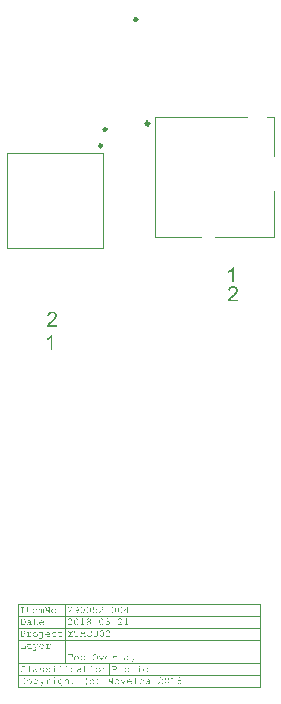
<source format=gto>
G04*
G04 #@! TF.GenerationSoftware,Altium Limited,Altium Designer,18.0.12 (696)*
G04*
G04 Layer_Color=65535*
%FSLAX24Y24*%
%MOIN*%
G70*
G01*
G75*
%ADD10C,0.0118*%
%ADD11C,0.0098*%
%ADD12C,0.0039*%
%ADD13C,0.0020*%
G36*
X7144Y1220D02*
X7083D01*
Y1615D01*
X7081Y1614D01*
X7079Y1611D01*
X7073Y1607D01*
X7067Y1602D01*
X7058Y1595D01*
X7048Y1588D01*
X7037Y1580D01*
X7024Y1572D01*
X7023D01*
X7022Y1571D01*
X7020Y1570D01*
X7018Y1569D01*
X7010Y1565D01*
X7002Y1560D01*
X6992Y1555D01*
X6981Y1550D01*
X6970Y1545D01*
X6959Y1540D01*
Y1600D01*
X6959D01*
X6961Y1602D01*
X6964Y1603D01*
X6967Y1605D01*
X6972Y1607D01*
X6977Y1610D01*
X6989Y1617D01*
X7003Y1625D01*
X7019Y1636D01*
X7034Y1647D01*
X7049Y1659D01*
X7050Y1660D01*
X7051Y1661D01*
X7053Y1663D01*
X7056Y1665D01*
X7062Y1672D01*
X7071Y1681D01*
X7079Y1691D01*
X7089Y1703D01*
X7097Y1714D01*
X7104Y1727D01*
X7144D01*
Y1220D01*
D02*
G37*
G36*
X7127Y1086D02*
X7133Y1086D01*
X7140Y1085D01*
X7148Y1084D01*
X7157Y1082D01*
X7175Y1077D01*
X7184Y1074D01*
X7194Y1070D01*
X7204Y1065D01*
X7213Y1060D01*
X7222Y1054D01*
X7230Y1046D01*
X7231Y1046D01*
X7232Y1045D01*
X7234Y1043D01*
X7237Y1039D01*
X7240Y1035D01*
X7244Y1031D01*
X7247Y1025D01*
X7252Y1019D01*
X7256Y1012D01*
X7259Y1004D01*
X7266Y987D01*
X7269Y978D01*
X7271Y968D01*
X7272Y958D01*
X7273Y947D01*
Y945D01*
Y942D01*
X7272Y936D01*
X7272Y928D01*
X7270Y919D01*
X7268Y909D01*
X7264Y898D01*
X7260Y887D01*
X7260Y886D01*
X7258Y882D01*
X7255Y876D01*
X7251Y869D01*
X7245Y860D01*
X7237Y849D01*
X7229Y837D01*
X7219Y825D01*
Y825D01*
X7218Y824D01*
X7216Y822D01*
X7214Y819D01*
X7211Y816D01*
X7207Y812D01*
X7202Y808D01*
X7196Y802D01*
X7190Y797D01*
X7183Y790D01*
X7175Y782D01*
X7167Y774D01*
X7157Y766D01*
X7147Y757D01*
X7135Y747D01*
X7123Y737D01*
X7123Y736D01*
X7121Y735D01*
X7118Y732D01*
X7114Y730D01*
X7110Y726D01*
X7105Y721D01*
X7094Y711D01*
X7081Y701D01*
X7070Y690D01*
X7064Y686D01*
X7060Y681D01*
X7055Y676D01*
X7052Y673D01*
X7051Y673D01*
X7049Y671D01*
X7047Y667D01*
X7043Y663D01*
X7039Y658D01*
X7034Y652D01*
X7026Y640D01*
X7274D01*
Y581D01*
X6940D01*
Y582D01*
Y585D01*
Y589D01*
X6940Y594D01*
X6941Y601D01*
X6942Y608D01*
X6944Y615D01*
X6947Y623D01*
Y624D01*
X6948Y625D01*
X6948Y627D01*
X6949Y629D01*
X6952Y636D01*
X6957Y644D01*
X6963Y655D01*
X6969Y666D01*
X6978Y678D01*
X6988Y690D01*
X6988Y691D01*
X6989Y692D01*
X6991Y694D01*
X6993Y696D01*
X6999Y703D01*
X7009Y713D01*
X7020Y724D01*
X7033Y737D01*
X7050Y751D01*
X7069Y767D01*
X7070Y768D01*
X7072Y770D01*
X7077Y774D01*
X7082Y778D01*
X7089Y784D01*
X7096Y791D01*
X7105Y798D01*
X7113Y806D01*
X7132Y823D01*
X7150Y840D01*
X7159Y850D01*
X7167Y858D01*
X7174Y866D01*
X7180Y874D01*
X7180Y875D01*
X7181Y876D01*
X7182Y878D01*
X7184Y881D01*
X7186Y884D01*
X7189Y888D01*
X7195Y898D01*
X7200Y909D01*
X7205Y922D01*
X7208Y936D01*
X7209Y942D01*
Y949D01*
Y949D01*
Y951D01*
Y952D01*
X7209Y955D01*
X7208Y962D01*
X7206Y970D01*
X7203Y980D01*
X7198Y990D01*
X7192Y1001D01*
X7182Y1010D01*
X7181Y1012D01*
X7178Y1014D01*
X7172Y1018D01*
X7164Y1024D01*
X7154Y1028D01*
X7142Y1032D01*
X7129Y1035D01*
X7113Y1036D01*
X7109D01*
X7106Y1035D01*
X7102D01*
X7098Y1035D01*
X7088Y1033D01*
X7077Y1029D01*
X7064Y1025D01*
X7052Y1018D01*
X7042Y1009D01*
X7041Y1008D01*
X7038Y1004D01*
X7033Y998D01*
X7029Y990D01*
X7024Y979D01*
X7019Y966D01*
X7016Y952D01*
X7015Y935D01*
X6951Y942D01*
Y942D01*
X6952Y945D01*
Y948D01*
X6953Y953D01*
X6954Y959D01*
X6955Y966D01*
X6957Y974D01*
X6960Y982D01*
X6966Y999D01*
X6970Y1008D01*
X6974Y1017D01*
X6980Y1026D01*
X6986Y1035D01*
X6992Y1043D01*
X7000Y1050D01*
X7001Y1050D01*
X7002Y1051D01*
X7005Y1053D01*
X7008Y1056D01*
X7012Y1058D01*
X7018Y1062D01*
X7024Y1065D01*
X7031Y1069D01*
X7039Y1072D01*
X7047Y1075D01*
X7056Y1079D01*
X7067Y1081D01*
X7077Y1084D01*
X7089Y1086D01*
X7102Y1086D01*
X7115Y1087D01*
X7122D01*
X7127Y1086D01*
D02*
G37*
G36*
X1093Y240D02*
X1100Y239D01*
X1107Y239D01*
X1115Y237D01*
X1123Y235D01*
X1142Y231D01*
X1151Y228D01*
X1161Y224D01*
X1171Y219D01*
X1180Y213D01*
X1188Y207D01*
X1197Y200D01*
X1197Y199D01*
X1199Y198D01*
X1201Y196D01*
X1203Y193D01*
X1207Y189D01*
X1211Y184D01*
X1214Y179D01*
X1218Y172D01*
X1222Y166D01*
X1226Y158D01*
X1233Y141D01*
X1235Y132D01*
X1237Y122D01*
X1239Y111D01*
X1239Y100D01*
Y99D01*
Y95D01*
X1239Y89D01*
X1238Y81D01*
X1236Y73D01*
X1234Y62D01*
X1231Y52D01*
X1227Y41D01*
X1226Y39D01*
X1224Y35D01*
X1222Y29D01*
X1217Y22D01*
X1211Y13D01*
X1204Y3D01*
X1195Y-9D01*
X1186Y-21D01*
Y-22D01*
X1184Y-22D01*
X1182Y-24D01*
X1180Y-27D01*
X1177Y-30D01*
X1173Y-34D01*
X1169Y-39D01*
X1163Y-44D01*
X1157Y-50D01*
X1150Y-56D01*
X1142Y-64D01*
X1133Y-72D01*
X1123Y-81D01*
X1113Y-89D01*
X1102Y-99D01*
X1090Y-110D01*
X1089Y-110D01*
X1087Y-112D01*
X1085Y-114D01*
X1081Y-117D01*
X1077Y-121D01*
X1071Y-125D01*
X1060Y-135D01*
X1048Y-146D01*
X1036Y-156D01*
X1031Y-161D01*
X1026Y-165D01*
X1022Y-170D01*
X1018Y-173D01*
X1018Y-174D01*
X1016Y-176D01*
X1013Y-179D01*
X1009Y-184D01*
X1005Y-188D01*
X1001Y-194D01*
X992Y-206D01*
X1240D01*
Y-266D01*
X906D01*
Y-264D01*
Y-262D01*
Y-258D01*
X907Y-252D01*
X907Y-245D01*
X909Y-238D01*
X911Y-231D01*
X913Y-223D01*
Y-222D01*
X914Y-222D01*
X915Y-220D01*
X916Y-217D01*
X919Y-211D01*
X923Y-202D01*
X929Y-192D01*
X936Y-180D01*
X944Y-169D01*
X954Y-156D01*
X955Y-156D01*
X955Y-155D01*
X957Y-153D01*
X959Y-150D01*
X966Y-143D01*
X975Y-134D01*
X986Y-123D01*
X1000Y-110D01*
X1016Y-95D01*
X1035Y-79D01*
X1036Y-79D01*
X1039Y-76D01*
X1043Y-73D01*
X1049Y-68D01*
X1055Y-62D01*
X1063Y-56D01*
X1071Y-49D01*
X1080Y-41D01*
X1098Y-24D01*
X1117Y-6D01*
X1125Y3D01*
X1133Y12D01*
X1140Y20D01*
X1146Y27D01*
X1147Y28D01*
X1148Y29D01*
X1149Y31D01*
X1151Y34D01*
X1153Y38D01*
X1155Y42D01*
X1161Y52D01*
X1167Y63D01*
X1171Y75D01*
X1174Y89D01*
X1176Y96D01*
Y102D01*
Y103D01*
Y104D01*
Y106D01*
X1175Y108D01*
X1174Y115D01*
X1173Y124D01*
X1169Y134D01*
X1165Y144D01*
X1158Y154D01*
X1149Y164D01*
X1148Y165D01*
X1144Y168D01*
X1138Y172D01*
X1131Y177D01*
X1121Y182D01*
X1109Y186D01*
X1095Y188D01*
X1080Y190D01*
X1075D01*
X1073Y189D01*
X1069D01*
X1064Y188D01*
X1054Y186D01*
X1043Y183D01*
X1031Y178D01*
X1019Y172D01*
X1009Y163D01*
X1007Y161D01*
X1005Y158D01*
X1000Y151D01*
X995Y144D01*
X990Y132D01*
X986Y120D01*
X983Y106D01*
X982Y88D01*
X918Y95D01*
Y96D01*
X919Y98D01*
Y102D01*
X919Y107D01*
X921Y113D01*
X922Y119D01*
X924Y127D01*
X926Y135D01*
X932Y153D01*
X936Y162D01*
X941Y170D01*
X946Y180D01*
X952Y188D01*
X959Y196D01*
X967Y203D01*
X967Y204D01*
X968Y205D01*
X971Y207D01*
X974Y209D01*
X979Y212D01*
X984Y215D01*
X990Y218D01*
X997Y222D01*
X1005Y226D01*
X1014Y229D01*
X1023Y232D01*
X1033Y235D01*
X1044Y237D01*
X1056Y239D01*
X1068Y240D01*
X1081Y241D01*
X1089D01*
X1093Y240D01*
D02*
G37*
G36*
X1091Y-1043D02*
X1029D01*
Y-649D01*
X1028Y-650D01*
X1026Y-652D01*
X1020Y-657D01*
X1014Y-662D01*
X1005Y-669D01*
X995Y-676D01*
X984Y-684D01*
X970Y-692D01*
X970D01*
X969Y-692D01*
X967Y-694D01*
X965Y-695D01*
X957Y-699D01*
X949Y-703D01*
X939Y-709D01*
X928Y-714D01*
X917Y-719D01*
X906Y-724D01*
Y-663D01*
X906D01*
X908Y-662D01*
X911Y-661D01*
X914Y-659D01*
X919Y-657D01*
X924Y-654D01*
X936Y-647D01*
X950Y-639D01*
X966Y-628D01*
X981Y-617D01*
X996Y-604D01*
X997Y-604D01*
X998Y-603D01*
X1000Y-601D01*
X1003Y-599D01*
X1009Y-592D01*
X1018Y-583D01*
X1026Y-573D01*
X1035Y-561D01*
X1044Y-549D01*
X1051Y-537D01*
X1091D01*
Y-1043D01*
D02*
G37*
G36*
X769Y-9662D02*
X773Y-9662D01*
X777Y-9664D01*
X781Y-9665D01*
X785Y-9668D01*
X789Y-9671D01*
X790Y-9672D01*
X791Y-9674D01*
X793Y-9676D01*
X795Y-9679D01*
X797Y-9684D01*
X799Y-9689D01*
X800Y-9694D01*
X801Y-9700D01*
Y-9799D01*
X814D01*
X816Y-9799D01*
X818Y-9800D01*
X820Y-9801D01*
X821Y-9801D01*
X822Y-9802D01*
X822Y-9804D01*
X823Y-9806D01*
Y-9806D01*
X822Y-9808D01*
X822Y-9809D01*
X820Y-9811D01*
X820Y-9811D01*
X819Y-9812D01*
X816Y-9813D01*
X813Y-9813D01*
X787D01*
Y-9700D01*
Y-9700D01*
Y-9699D01*
X787Y-9697D01*
X786Y-9694D01*
X785Y-9691D01*
X784Y-9688D01*
X782Y-9685D01*
X780Y-9682D01*
X780Y-9682D01*
X779Y-9681D01*
X777Y-9680D01*
X776Y-9679D01*
X773Y-9678D01*
X771Y-9676D01*
X768Y-9676D01*
X765Y-9675D01*
X763D01*
X762Y-9676D01*
X760Y-9676D01*
X757Y-9677D01*
X754Y-9678D01*
X751Y-9679D01*
X748Y-9681D01*
X748Y-9681D01*
X746Y-9682D01*
X745Y-9684D01*
X742Y-9686D01*
X739Y-9689D01*
X736Y-9694D01*
X732Y-9699D01*
X728Y-9704D01*
Y-9799D01*
X741D01*
X743Y-9799D01*
X746Y-9800D01*
X748Y-9801D01*
X748Y-9801D01*
X749Y-9802D01*
X750Y-9804D01*
X750Y-9806D01*
Y-9806D01*
X750Y-9808D01*
X749Y-9809D01*
X748Y-9811D01*
X748Y-9811D01*
X746Y-9812D01*
X744Y-9813D01*
X741Y-9813D01*
X714D01*
Y-9701D01*
Y-9701D01*
Y-9700D01*
X714Y-9698D01*
X713Y-9695D01*
X713Y-9692D01*
X711Y-9689D01*
X710Y-9686D01*
X707Y-9683D01*
X707Y-9682D01*
X707Y-9681D01*
X705Y-9680D01*
X703Y-9679D01*
X701Y-9678D01*
X698Y-9677D01*
X695Y-9676D01*
X692Y-9675D01*
X691D01*
X690Y-9676D01*
X688Y-9676D01*
X686Y-9677D01*
X683Y-9678D01*
X680Y-9679D01*
X678Y-9680D01*
X677Y-9681D01*
X676Y-9682D01*
X674Y-9683D01*
X671Y-9686D01*
X668Y-9689D01*
X664Y-9694D01*
X660Y-9699D01*
X656Y-9704D01*
Y-9799D01*
X669D01*
X671Y-9799D01*
X673Y-9800D01*
X675Y-9801D01*
X676Y-9801D01*
X677Y-9802D01*
X677Y-9804D01*
X678Y-9806D01*
Y-9806D01*
X677Y-9808D01*
X677Y-9809D01*
X675Y-9811D01*
X675Y-9811D01*
X674Y-9812D01*
X671Y-9813D01*
X668Y-9813D01*
X629D01*
X627Y-9813D01*
X625Y-9812D01*
X622Y-9811D01*
X622Y-9811D01*
X621Y-9810D01*
X621Y-9808D01*
X620Y-9806D01*
Y-9805D01*
X621Y-9804D01*
X621Y-9802D01*
X622Y-9801D01*
X623Y-9801D01*
X624Y-9800D01*
X626Y-9799D01*
X630Y-9799D01*
X642D01*
Y-9680D01*
X629D01*
X627Y-9680D01*
X625Y-9679D01*
X622Y-9678D01*
X622Y-9678D01*
X621Y-9677D01*
X621Y-9675D01*
X620Y-9673D01*
Y-9672D01*
X621Y-9671D01*
X621Y-9670D01*
X622Y-9668D01*
X623Y-9668D01*
X624Y-9667D01*
X626Y-9666D01*
X630Y-9666D01*
X656D01*
Y-9680D01*
X656Y-9680D01*
X657Y-9679D01*
X658Y-9679D01*
X659Y-9678D01*
X663Y-9674D01*
X667Y-9671D01*
X673Y-9667D01*
X679Y-9664D01*
X682Y-9663D01*
X686Y-9662D01*
X689Y-9661D01*
X692Y-9661D01*
X694D01*
X696Y-9661D01*
X699Y-9662D01*
X702Y-9662D01*
X705Y-9664D01*
X708Y-9665D01*
X711Y-9667D01*
X712Y-9667D01*
X713Y-9668D01*
X714Y-9670D01*
X716Y-9671D01*
X718Y-9674D01*
X721Y-9677D01*
X723Y-9680D01*
X725Y-9684D01*
X726Y-9684D01*
X727Y-9682D01*
X729Y-9680D01*
X731Y-9678D01*
X734Y-9675D01*
X737Y-9672D01*
X741Y-9669D01*
X745Y-9667D01*
X745Y-9667D01*
X746Y-9666D01*
X748Y-9665D01*
X751Y-9664D01*
X754Y-9663D01*
X757Y-9662D01*
X761Y-9661D01*
X764Y-9661D01*
X767D01*
X769Y-9662D01*
D02*
G37*
G36*
X3004Y-9725D02*
X2859D01*
Y-9705D01*
X3004D01*
Y-9725D01*
D02*
G37*
G36*
X1014Y-9615D02*
X1017Y-9615D01*
X1019Y-9617D01*
X1019Y-9617D01*
X1020Y-9618D01*
X1021Y-9619D01*
X1021Y-9622D01*
Y-9622D01*
X1021Y-9624D01*
X1020Y-9625D01*
X1019Y-9627D01*
X1018Y-9627D01*
X1017Y-9628D01*
X1015Y-9628D01*
X1012Y-9629D01*
X999D01*
Y-9813D01*
X981D01*
X875Y-9636D01*
Y-9799D01*
X903D01*
X905Y-9799D01*
X907Y-9800D01*
X909Y-9801D01*
X910Y-9801D01*
X911Y-9802D01*
X911Y-9804D01*
X912Y-9806D01*
Y-9806D01*
X911Y-9808D01*
X911Y-9809D01*
X909Y-9811D01*
X909Y-9811D01*
X908Y-9812D01*
X905Y-9813D01*
X902Y-9813D01*
X848D01*
X846Y-9813D01*
X844Y-9812D01*
X842Y-9811D01*
X841Y-9811D01*
X841Y-9810D01*
X840Y-9808D01*
X840Y-9806D01*
Y-9805D01*
X840Y-9804D01*
X841Y-9802D01*
X842Y-9801D01*
X842Y-9801D01*
X844Y-9800D01*
X846Y-9799D01*
X849Y-9799D01*
X861D01*
Y-9629D01*
X841D01*
X839Y-9628D01*
X837Y-9628D01*
X835Y-9627D01*
X834Y-9627D01*
X834Y-9626D01*
X833Y-9624D01*
X833Y-9622D01*
Y-9621D01*
X833Y-9620D01*
X834Y-9618D01*
X835Y-9617D01*
X835Y-9616D01*
X837Y-9616D01*
X839Y-9615D01*
X842Y-9615D01*
X879D01*
X985Y-9792D01*
Y-9629D01*
X958D01*
X956Y-9628D01*
X953Y-9628D01*
X951Y-9627D01*
X951Y-9627D01*
X950Y-9626D01*
X950Y-9624D01*
X949Y-9622D01*
Y-9621D01*
X950Y-9620D01*
X950Y-9618D01*
X951Y-9617D01*
X952Y-9616D01*
X953Y-9616D01*
X955Y-9615D01*
X957Y-9615D01*
X1012D01*
X1014Y-9615D01*
D02*
G37*
G36*
X2562Y-9600D02*
X2565Y-9601D01*
X2567Y-9602D01*
X2567Y-9603D01*
X2568Y-9604D01*
X2569Y-9605D01*
X2569Y-9607D01*
Y-9608D01*
X2569Y-9609D01*
X2568Y-9611D01*
X2567Y-9612D01*
X2567Y-9613D01*
X2565Y-9613D01*
X2563Y-9614D01*
X2560Y-9614D01*
X2475D01*
Y-9684D01*
X2475Y-9684D01*
X2477Y-9683D01*
X2479Y-9682D01*
X2482Y-9681D01*
X2486Y-9680D01*
X2490Y-9679D01*
X2498Y-9676D01*
X2499D01*
X2500Y-9676D01*
X2503Y-9675D01*
X2506Y-9675D01*
X2509Y-9674D01*
X2513Y-9674D01*
X2520Y-9674D01*
X2523D01*
X2525Y-9674D01*
X2527Y-9674D01*
X2530Y-9675D01*
X2536Y-9676D01*
X2543Y-9678D01*
X2547Y-9680D01*
X2551Y-9681D01*
X2554Y-9684D01*
X2558Y-9686D01*
X2561Y-9689D01*
X2565Y-9693D01*
X2565Y-9693D01*
X2566Y-9694D01*
X2567Y-9695D01*
X2568Y-9696D01*
X2569Y-9698D01*
X2571Y-9700D01*
X2573Y-9703D01*
X2574Y-9706D01*
X2576Y-9709D01*
X2578Y-9713D01*
X2579Y-9717D01*
X2580Y-9721D01*
X2583Y-9731D01*
X2583Y-9737D01*
X2583Y-9742D01*
Y-9742D01*
Y-9744D01*
Y-9745D01*
X2583Y-9748D01*
X2583Y-9751D01*
X2582Y-9754D01*
X2582Y-9758D01*
X2581Y-9761D01*
X2578Y-9770D01*
X2577Y-9775D01*
X2575Y-9780D01*
X2573Y-9784D01*
X2570Y-9788D01*
X2567Y-9793D01*
X2563Y-9797D01*
X2563Y-9797D01*
X2562Y-9798D01*
X2561Y-9799D01*
X2559Y-9800D01*
X2558Y-9802D01*
X2555Y-9803D01*
X2552Y-9805D01*
X2549Y-9807D01*
X2546Y-9809D01*
X2542Y-9811D01*
X2533Y-9815D01*
X2528Y-9816D01*
X2523Y-9817D01*
X2518Y-9818D01*
X2512Y-9818D01*
X2509D01*
X2507Y-9818D01*
X2505D01*
X2500Y-9817D01*
X2494Y-9816D01*
X2487Y-9814D01*
X2480Y-9812D01*
X2473Y-9809D01*
X2473Y-9809D01*
X2471Y-9808D01*
X2469Y-9806D01*
X2465Y-9805D01*
X2462Y-9802D01*
X2457Y-9800D01*
X2454Y-9797D01*
X2449Y-9794D01*
X2449Y-9793D01*
X2448Y-9793D01*
X2447Y-9792D01*
X2446Y-9790D01*
X2444Y-9787D01*
X2443Y-9786D01*
X2443Y-9784D01*
Y-9784D01*
X2443Y-9782D01*
X2444Y-9781D01*
X2445Y-9779D01*
X2445Y-9779D01*
X2446Y-9778D01*
X2448Y-9777D01*
X2450Y-9777D01*
X2450D01*
X2452Y-9777D01*
X2454Y-9778D01*
X2456Y-9780D01*
X2456Y-9781D01*
X2457Y-9781D01*
X2458Y-9782D01*
X2460Y-9784D01*
X2463Y-9786D01*
X2465Y-9788D01*
X2469Y-9790D01*
X2472Y-9792D01*
X2476Y-9794D01*
X2480Y-9796D01*
X2490Y-9800D01*
X2495Y-9801D01*
X2500Y-9803D01*
X2506Y-9803D01*
X2512Y-9804D01*
X2514D01*
X2516Y-9803D01*
X2518Y-9803D01*
X2520Y-9803D01*
X2526Y-9801D01*
X2533Y-9800D01*
X2539Y-9797D01*
X2543Y-9795D01*
X2546Y-9792D01*
X2550Y-9790D01*
X2553Y-9787D01*
X2553Y-9786D01*
X2554Y-9786D01*
X2555Y-9785D01*
X2556Y-9783D01*
X2557Y-9782D01*
X2558Y-9780D01*
X2559Y-9778D01*
X2561Y-9775D01*
X2563Y-9772D01*
X2564Y-9768D01*
X2567Y-9761D01*
X2569Y-9752D01*
X2569Y-9747D01*
X2569Y-9741D01*
Y-9741D01*
Y-9740D01*
Y-9739D01*
X2569Y-9738D01*
Y-9735D01*
X2569Y-9733D01*
X2568Y-9727D01*
X2566Y-9721D01*
X2563Y-9715D01*
X2560Y-9708D01*
X2558Y-9705D01*
X2555Y-9702D01*
Y-9702D01*
X2554Y-9702D01*
X2552Y-9700D01*
X2549Y-9698D01*
X2545Y-9695D01*
X2540Y-9692D01*
X2534Y-9690D01*
X2527Y-9688D01*
X2523Y-9688D01*
X2517D01*
X2515Y-9688D01*
X2513D01*
X2511Y-9688D01*
X2505Y-9689D01*
X2498Y-9691D01*
X2491Y-9693D01*
X2483Y-9696D01*
X2475Y-9700D01*
X2474D01*
X2474Y-9700D01*
X2472Y-9701D01*
X2469Y-9702D01*
X2467Y-9702D01*
X2467D01*
X2465Y-9702D01*
X2464Y-9701D01*
X2462Y-9700D01*
X2462Y-9700D01*
X2461Y-9699D01*
X2461Y-9697D01*
X2460Y-9695D01*
Y-9600D01*
X2560D01*
X2562Y-9600D01*
D02*
G37*
G36*
X1894Y-9596D02*
X1897Y-9596D01*
X1902Y-9597D01*
X1907Y-9598D01*
X1913Y-9600D01*
X1920Y-9603D01*
X1925Y-9607D01*
X1926D01*
X1926Y-9608D01*
X1928Y-9610D01*
X1931Y-9612D01*
X1935Y-9616D01*
X1939Y-9621D01*
X1943Y-9627D01*
X1947Y-9634D01*
X1950Y-9642D01*
Y-9643D01*
X1951Y-9644D01*
X1951Y-9645D01*
X1952Y-9648D01*
X1953Y-9650D01*
X1954Y-9654D01*
X1955Y-9658D01*
X1956Y-9662D01*
X1957Y-9667D01*
X1958Y-9672D01*
X1959Y-9678D01*
X1960Y-9683D01*
X1961Y-9690D01*
X1962Y-9696D01*
X1962Y-9710D01*
Y-9711D01*
Y-9712D01*
Y-9713D01*
Y-9715D01*
X1962Y-9718D01*
X1961Y-9721D01*
Y-9724D01*
X1961Y-9728D01*
X1960Y-9736D01*
X1958Y-9744D01*
X1955Y-9753D01*
X1952Y-9761D01*
X1952Y-9761D01*
X1951Y-9763D01*
X1949Y-9765D01*
X1947Y-9769D01*
X1944Y-9773D01*
X1941Y-9777D01*
X1937Y-9782D01*
X1933Y-9787D01*
X1932Y-9787D01*
X1931Y-9789D01*
X1928Y-9791D01*
X1925Y-9794D01*
X1921Y-9797D01*
X1916Y-9801D01*
X1911Y-9804D01*
X1905Y-9807D01*
X1905D01*
X1904Y-9808D01*
X1903Y-9808D01*
X1901Y-9809D01*
X1900Y-9810D01*
X1897Y-9811D01*
X1892Y-9813D01*
X1885Y-9815D01*
X1878Y-9816D01*
X1869Y-9818D01*
X1861Y-9818D01*
X1858D01*
X1856Y-9818D01*
X1852Y-9817D01*
X1848Y-9817D01*
X1844Y-9816D01*
X1840Y-9814D01*
X1836Y-9812D01*
X1836D01*
X1835Y-9812D01*
X1834Y-9810D01*
X1832Y-9808D01*
X1832Y-9807D01*
X1832Y-9806D01*
Y-9805D01*
X1832Y-9804D01*
X1833Y-9802D01*
X1834Y-9801D01*
X1834Y-9801D01*
X1835Y-9800D01*
X1837Y-9799D01*
X1839Y-9799D01*
X1839D01*
X1840Y-9799D01*
X1842Y-9800D01*
X1844Y-9801D01*
X1845D01*
X1846Y-9801D01*
X1847Y-9802D01*
X1849Y-9802D01*
X1851Y-9803D01*
X1854Y-9803D01*
X1860Y-9804D01*
X1863D01*
X1865Y-9803D01*
X1869Y-9803D01*
X1872Y-9802D01*
X1876Y-9802D01*
X1881Y-9801D01*
X1885Y-9800D01*
X1891Y-9798D01*
X1896Y-9796D01*
X1901Y-9793D01*
X1906Y-9790D01*
X1911Y-9787D01*
X1917Y-9783D01*
X1922Y-9778D01*
X1922Y-9778D01*
X1922Y-9777D01*
X1924Y-9776D01*
X1925Y-9774D01*
X1927Y-9771D01*
X1930Y-9768D01*
X1932Y-9764D01*
X1935Y-9760D01*
X1937Y-9756D01*
X1939Y-9751D01*
X1942Y-9745D01*
X1943Y-9740D01*
X1945Y-9733D01*
X1946Y-9727D01*
X1947Y-9720D01*
X1947Y-9713D01*
Y-9712D01*
Y-9711D01*
Y-9710D01*
Y-9707D01*
Y-9705D01*
X1947Y-9701D01*
Y-9697D01*
X1947Y-9693D01*
Y-9693D01*
X1946Y-9694D01*
X1946Y-9695D01*
X1945Y-9696D01*
X1943Y-9700D01*
X1939Y-9704D01*
X1936Y-9708D01*
X1931Y-9713D01*
X1926Y-9718D01*
X1921Y-9722D01*
X1920Y-9722D01*
X1918Y-9723D01*
X1915Y-9725D01*
X1911Y-9727D01*
X1906Y-9729D01*
X1901Y-9730D01*
X1895Y-9731D01*
X1889Y-9732D01*
X1887D01*
X1884Y-9731D01*
X1880Y-9731D01*
X1876Y-9730D01*
X1871Y-9728D01*
X1866Y-9726D01*
X1861Y-9723D01*
X1860Y-9723D01*
X1859Y-9722D01*
X1856Y-9720D01*
X1853Y-9717D01*
X1849Y-9714D01*
X1846Y-9709D01*
X1842Y-9704D01*
X1839Y-9699D01*
Y-9698D01*
X1839Y-9698D01*
X1838Y-9697D01*
X1838Y-9696D01*
X1836Y-9692D01*
X1835Y-9688D01*
X1834Y-9683D01*
X1832Y-9677D01*
X1831Y-9671D01*
X1831Y-9664D01*
Y-9664D01*
Y-9663D01*
Y-9662D01*
X1831Y-9660D01*
X1832Y-9658D01*
X1832Y-9655D01*
X1832Y-9652D01*
X1833Y-9649D01*
X1835Y-9641D01*
X1838Y-9633D01*
X1840Y-9629D01*
X1842Y-9625D01*
X1844Y-9621D01*
X1847Y-9617D01*
X1847Y-9617D01*
X1848Y-9616D01*
X1849Y-9615D01*
X1850Y-9614D01*
X1852Y-9612D01*
X1854Y-9610D01*
X1856Y-9608D01*
X1859Y-9606D01*
X1865Y-9602D01*
X1872Y-9598D01*
X1876Y-9597D01*
X1881Y-9596D01*
X1885Y-9596D01*
X1890Y-9595D01*
X1892D01*
X1894Y-9596D01*
D02*
G37*
G36*
X3598Y-9740D02*
X3611D01*
X3613Y-9740D01*
X3615Y-9740D01*
X3617Y-9741D01*
X3618Y-9742D01*
X3619Y-9743D01*
X3619Y-9744D01*
X3620Y-9747D01*
Y-9747D01*
X3619Y-9748D01*
X3619Y-9750D01*
X3617Y-9752D01*
X3617Y-9752D01*
X3616Y-9753D01*
X3613Y-9753D01*
X3610Y-9754D01*
X3598D01*
Y-9799D01*
X3611D01*
X3613Y-9799D01*
X3616Y-9800D01*
X3618Y-9801D01*
X3618Y-9801D01*
X3619Y-9802D01*
X3620Y-9804D01*
X3620Y-9806D01*
Y-9806D01*
X3620Y-9808D01*
X3619Y-9809D01*
X3618Y-9811D01*
X3617Y-9811D01*
X3616Y-9812D01*
X3614Y-9813D01*
X3610Y-9813D01*
X3556D01*
X3554Y-9813D01*
X3552Y-9812D01*
X3550Y-9811D01*
X3549Y-9811D01*
X3549Y-9810D01*
X3548Y-9808D01*
X3548Y-9806D01*
Y-9805D01*
X3548Y-9804D01*
X3549Y-9802D01*
X3550Y-9801D01*
X3550Y-9801D01*
X3552Y-9800D01*
X3554Y-9799D01*
X3557Y-9799D01*
X3584D01*
Y-9754D01*
X3489D01*
X3489Y-9738D01*
X3568Y-9600D01*
X3598D01*
Y-9740D01*
D02*
G37*
G36*
X2724Y-9596D02*
X2727Y-9596D01*
X2729Y-9596D01*
X2736Y-9597D01*
X2743Y-9600D01*
X2746Y-9601D01*
X2750Y-9603D01*
X2754Y-9605D01*
X2758Y-9608D01*
X2762Y-9611D01*
X2766Y-9614D01*
X2766Y-9614D01*
X2767Y-9615D01*
X2767Y-9616D01*
X2769Y-9617D01*
X2770Y-9619D01*
X2772Y-9621D01*
X2776Y-9626D01*
X2779Y-9632D01*
X2782Y-9639D01*
X2783Y-9643D01*
X2784Y-9647D01*
X2785Y-9652D01*
X2785Y-9656D01*
Y-9656D01*
Y-9658D01*
Y-9659D01*
X2785Y-9662D01*
X2784Y-9665D01*
X2784Y-9668D01*
X2782Y-9674D01*
Y-9674D01*
X2781Y-9675D01*
X2781Y-9677D01*
X2779Y-9679D01*
X2778Y-9682D01*
X2776Y-9685D01*
X2773Y-9688D01*
X2771Y-9692D01*
X2770Y-9692D01*
X2769Y-9694D01*
X2767Y-9696D01*
X2764Y-9699D01*
X2761Y-9703D01*
X2756Y-9708D01*
X2750Y-9714D01*
X2743Y-9721D01*
X2742Y-9722D01*
X2741Y-9723D01*
X2738Y-9726D01*
X2735Y-9729D01*
X2731Y-9734D01*
X2726Y-9738D01*
X2720Y-9743D01*
X2714Y-9749D01*
X2708Y-9755D01*
X2701Y-9761D01*
X2687Y-9774D01*
X2674Y-9787D01*
X2668Y-9793D01*
X2661Y-9798D01*
Y-9799D01*
X2771D01*
Y-9793D01*
Y-9793D01*
Y-9793D01*
X2772Y-9791D01*
X2772Y-9788D01*
X2773Y-9786D01*
X2774Y-9786D01*
X2775Y-9785D01*
X2776Y-9784D01*
X2779Y-9784D01*
X2779D01*
X2780Y-9784D01*
X2782Y-9785D01*
X2783Y-9786D01*
X2784Y-9786D01*
X2784Y-9788D01*
X2785Y-9790D01*
X2785Y-9793D01*
Y-9813D01*
X2647D01*
Y-9792D01*
X2648Y-9792D01*
X2649Y-9791D01*
X2652Y-9788D01*
X2655Y-9785D01*
X2659Y-9782D01*
X2663Y-9778D01*
X2668Y-9773D01*
X2674Y-9768D01*
X2680Y-9762D01*
X2687Y-9756D01*
X2694Y-9749D01*
X2701Y-9742D01*
X2717Y-9728D01*
X2732Y-9713D01*
X2732Y-9712D01*
X2733Y-9712D01*
X2734Y-9711D01*
X2735Y-9710D01*
X2739Y-9706D01*
X2742Y-9702D01*
X2747Y-9698D01*
X2751Y-9693D01*
X2755Y-9689D01*
X2758Y-9685D01*
X2759Y-9685D01*
X2760Y-9683D01*
X2761Y-9682D01*
X2762Y-9680D01*
X2765Y-9675D01*
X2767Y-9672D01*
X2768Y-9670D01*
Y-9669D01*
X2768Y-9668D01*
X2769Y-9667D01*
X2770Y-9665D01*
X2771Y-9661D01*
X2771Y-9656D01*
Y-9656D01*
Y-9655D01*
Y-9654D01*
X2771Y-9653D01*
X2770Y-9649D01*
X2769Y-9645D01*
X2767Y-9640D01*
X2765Y-9635D01*
X2761Y-9629D01*
X2759Y-9626D01*
X2756Y-9623D01*
Y-9623D01*
X2755Y-9623D01*
X2753Y-9621D01*
X2750Y-9619D01*
X2746Y-9616D01*
X2741Y-9614D01*
X2735Y-9612D01*
X2728Y-9610D01*
X2724Y-9609D01*
X2717D01*
X2714Y-9610D01*
X2709Y-9611D01*
X2704Y-9612D01*
X2698Y-9614D01*
X2693Y-9617D01*
X2687Y-9620D01*
X2686Y-9620D01*
X2685Y-9622D01*
X2682Y-9624D01*
X2679Y-9627D01*
X2676Y-9631D01*
X2673Y-9636D01*
X2670Y-9641D01*
X2668Y-9647D01*
Y-9647D01*
X2668Y-9647D01*
X2668Y-9649D01*
X2667Y-9651D01*
X2666Y-9652D01*
X2665Y-9652D01*
X2664Y-9653D01*
X2663Y-9653D01*
X2661Y-9654D01*
X2660D01*
X2659Y-9653D01*
X2658Y-9653D01*
X2656Y-9652D01*
X2656Y-9652D01*
X2655Y-9651D01*
X2655Y-9649D01*
X2654Y-9647D01*
Y-9647D01*
Y-9646D01*
X2655Y-9644D01*
X2655Y-9641D01*
X2657Y-9638D01*
X2658Y-9635D01*
X2660Y-9630D01*
X2663Y-9625D01*
Y-9625D01*
X2663Y-9625D01*
X2665Y-9623D01*
X2667Y-9620D01*
X2670Y-9617D01*
X2673Y-9614D01*
X2677Y-9610D01*
X2682Y-9607D01*
X2688Y-9603D01*
X2688D01*
X2688Y-9603D01*
X2690Y-9602D01*
X2694Y-9601D01*
X2698Y-9599D01*
X2702Y-9598D01*
X2708Y-9596D01*
X2714Y-9596D01*
X2720Y-9595D01*
X2722D01*
X2724Y-9596D01*
D02*
G37*
G36*
X154Y-9615D02*
X156Y-9615D01*
X158Y-9617D01*
X158Y-9617D01*
X159Y-9618D01*
X160Y-9619D01*
X160Y-9622D01*
Y-9622D01*
X160Y-9624D01*
X159Y-9625D01*
X158Y-9627D01*
X158Y-9627D01*
X156Y-9628D01*
X154Y-9628D01*
X151Y-9629D01*
X102D01*
Y-9799D01*
X152D01*
X154Y-9799D01*
X156Y-9800D01*
X158Y-9801D01*
X158Y-9801D01*
X159Y-9802D01*
X160Y-9804D01*
X160Y-9806D01*
Y-9806D01*
X160Y-9808D01*
X159Y-9809D01*
X158Y-9811D01*
X158Y-9811D01*
X156Y-9812D01*
X154Y-9813D01*
X151Y-9813D01*
X38D01*
X36Y-9813D01*
X34Y-9812D01*
X32Y-9811D01*
X31Y-9811D01*
X31Y-9810D01*
X30Y-9808D01*
X30Y-9806D01*
Y-9805D01*
X30Y-9804D01*
X31Y-9802D01*
X32Y-9801D01*
X32Y-9801D01*
X33Y-9800D01*
X36Y-9799D01*
X39Y-9799D01*
X88D01*
Y-9629D01*
X38D01*
X36Y-9628D01*
X34Y-9628D01*
X32Y-9627D01*
X31Y-9627D01*
X31Y-9626D01*
X30Y-9624D01*
X30Y-9622D01*
Y-9621D01*
X30Y-9620D01*
X31Y-9618D01*
X32Y-9617D01*
X32Y-9616D01*
X33Y-9616D01*
X36Y-9615D01*
X39Y-9615D01*
X152D01*
X154Y-9615D01*
D02*
G37*
G36*
X1681Y-9596D02*
X1684Y-9596D01*
X1686Y-9596D01*
X1693Y-9597D01*
X1700Y-9600D01*
X1703Y-9601D01*
X1707Y-9603D01*
X1711Y-9605D01*
X1715Y-9608D01*
X1719Y-9611D01*
X1723Y-9614D01*
X1723Y-9614D01*
X1724Y-9615D01*
X1724Y-9616D01*
X1726Y-9617D01*
X1727Y-9619D01*
X1729Y-9621D01*
X1733Y-9626D01*
X1736Y-9632D01*
X1739Y-9639D01*
X1740Y-9643D01*
X1741Y-9647D01*
X1742Y-9652D01*
X1742Y-9656D01*
Y-9656D01*
Y-9658D01*
Y-9659D01*
X1742Y-9662D01*
X1741Y-9665D01*
X1741Y-9668D01*
X1739Y-9674D01*
Y-9674D01*
X1738Y-9675D01*
X1737Y-9677D01*
X1736Y-9679D01*
X1735Y-9682D01*
X1733Y-9685D01*
X1730Y-9688D01*
X1728Y-9692D01*
X1727Y-9692D01*
X1726Y-9694D01*
X1724Y-9696D01*
X1721Y-9699D01*
X1717Y-9703D01*
X1713Y-9708D01*
X1707Y-9714D01*
X1700Y-9721D01*
X1699Y-9722D01*
X1698Y-9723D01*
X1695Y-9726D01*
X1692Y-9729D01*
X1688Y-9734D01*
X1683Y-9738D01*
X1677Y-9743D01*
X1671Y-9749D01*
X1665Y-9755D01*
X1658Y-9761D01*
X1644Y-9774D01*
X1631Y-9787D01*
X1625Y-9793D01*
X1618Y-9798D01*
Y-9799D01*
X1728D01*
Y-9793D01*
Y-9793D01*
Y-9793D01*
X1729Y-9791D01*
X1729Y-9788D01*
X1730Y-9786D01*
X1731Y-9786D01*
X1732Y-9785D01*
X1733Y-9784D01*
X1736Y-9784D01*
X1736D01*
X1737Y-9784D01*
X1739Y-9785D01*
X1740Y-9786D01*
X1741Y-9786D01*
X1741Y-9788D01*
X1742Y-9790D01*
X1742Y-9793D01*
Y-9813D01*
X1604D01*
Y-9792D01*
X1605Y-9792D01*
X1606Y-9791D01*
X1609Y-9788D01*
X1612Y-9785D01*
X1615Y-9782D01*
X1620Y-9778D01*
X1625Y-9773D01*
X1631Y-9768D01*
X1637Y-9762D01*
X1644Y-9756D01*
X1651Y-9749D01*
X1658Y-9742D01*
X1674Y-9728D01*
X1689Y-9713D01*
X1689Y-9712D01*
X1690Y-9712D01*
X1691Y-9711D01*
X1692Y-9710D01*
X1696Y-9706D01*
X1699Y-9702D01*
X1704Y-9698D01*
X1708Y-9693D01*
X1712Y-9689D01*
X1715Y-9685D01*
X1716Y-9685D01*
X1717Y-9683D01*
X1717Y-9682D01*
X1719Y-9680D01*
X1722Y-9675D01*
X1724Y-9672D01*
X1725Y-9670D01*
Y-9669D01*
X1725Y-9668D01*
X1726Y-9667D01*
X1727Y-9665D01*
X1728Y-9661D01*
X1728Y-9656D01*
Y-9656D01*
Y-9655D01*
Y-9654D01*
X1728Y-9653D01*
X1727Y-9649D01*
X1726Y-9645D01*
X1724Y-9640D01*
X1722Y-9635D01*
X1718Y-9629D01*
X1716Y-9626D01*
X1713Y-9623D01*
Y-9623D01*
X1712Y-9623D01*
X1710Y-9621D01*
X1707Y-9619D01*
X1703Y-9616D01*
X1698Y-9614D01*
X1692Y-9612D01*
X1685Y-9610D01*
X1681Y-9609D01*
X1674D01*
X1671Y-9610D01*
X1666Y-9611D01*
X1661Y-9612D01*
X1655Y-9614D01*
X1650Y-9617D01*
X1644Y-9620D01*
X1643Y-9620D01*
X1642Y-9622D01*
X1639Y-9624D01*
X1636Y-9627D01*
X1633Y-9631D01*
X1630Y-9636D01*
X1627Y-9641D01*
X1625Y-9647D01*
Y-9647D01*
X1625Y-9647D01*
X1625Y-9649D01*
X1624Y-9651D01*
X1623Y-9652D01*
X1622Y-9652D01*
X1621Y-9653D01*
X1620Y-9653D01*
X1618Y-9654D01*
X1617D01*
X1616Y-9653D01*
X1614Y-9653D01*
X1613Y-9652D01*
X1613Y-9652D01*
X1612Y-9651D01*
X1612Y-9649D01*
X1611Y-9647D01*
Y-9647D01*
Y-9646D01*
X1612Y-9644D01*
X1612Y-9641D01*
X1614Y-9638D01*
X1615Y-9635D01*
X1617Y-9630D01*
X1620Y-9625D01*
Y-9625D01*
X1620Y-9625D01*
X1622Y-9623D01*
X1624Y-9620D01*
X1627Y-9617D01*
X1630Y-9614D01*
X1634Y-9610D01*
X1639Y-9607D01*
X1645Y-9603D01*
X1645D01*
X1645Y-9603D01*
X1647Y-9602D01*
X1651Y-9601D01*
X1655Y-9599D01*
X1659Y-9598D01*
X1665Y-9596D01*
X1671Y-9596D01*
X1677Y-9595D01*
X1679D01*
X1681Y-9596D01*
D02*
G37*
G36*
X3353D02*
X3356Y-9596D01*
X3360Y-9596D01*
X3364Y-9597D01*
X3368Y-9599D01*
X3372Y-9600D01*
X3373Y-9601D01*
X3374Y-9601D01*
X3376Y-9602D01*
X3378Y-9604D01*
X3381Y-9606D01*
X3385Y-9608D01*
X3388Y-9611D01*
X3391Y-9614D01*
X3391Y-9615D01*
X3392Y-9615D01*
X3393Y-9617D01*
X3394Y-9619D01*
X3396Y-9621D01*
X3398Y-9624D01*
X3399Y-9628D01*
X3402Y-9633D01*
X3402Y-9633D01*
X3403Y-9635D01*
X3404Y-9637D01*
X3405Y-9640D01*
X3406Y-9643D01*
X3408Y-9647D01*
X3410Y-9655D01*
X3411Y-9656D01*
X3411Y-9658D01*
X3412Y-9660D01*
X3412Y-9665D01*
X3413Y-9670D01*
X3414Y-9676D01*
X3414Y-9682D01*
Y-9689D01*
Y-9724D01*
Y-9725D01*
Y-9726D01*
Y-9729D01*
X3414Y-9732D01*
X3414Y-9736D01*
X3413Y-9740D01*
X3412Y-9745D01*
X3412Y-9751D01*
X3409Y-9762D01*
X3407Y-9768D01*
X3405Y-9774D01*
X3402Y-9780D01*
X3399Y-9786D01*
X3396Y-9792D01*
X3392Y-9797D01*
X3392Y-9797D01*
X3391Y-9798D01*
X3390Y-9799D01*
X3389Y-9800D01*
X3387Y-9802D01*
X3385Y-9803D01*
X3383Y-9805D01*
X3380Y-9807D01*
X3374Y-9811D01*
X3366Y-9815D01*
X3362Y-9816D01*
X3358Y-9817D01*
X3354Y-9818D01*
X3349Y-9818D01*
X3347D01*
X3344Y-9818D01*
X3341Y-9817D01*
X3337Y-9817D01*
X3334Y-9816D01*
X3329Y-9815D01*
X3325Y-9813D01*
X3325Y-9813D01*
X3323Y-9812D01*
X3321Y-9811D01*
X3318Y-9809D01*
X3316Y-9807D01*
X3312Y-9805D01*
X3309Y-9802D01*
X3306Y-9799D01*
X3306Y-9799D01*
X3305Y-9798D01*
X3304Y-9797D01*
X3303Y-9795D01*
X3301Y-9792D01*
X3299Y-9789D01*
X3297Y-9785D01*
X3295Y-9781D01*
X3295Y-9781D01*
X3294Y-9779D01*
X3293Y-9777D01*
X3292Y-9774D01*
X3291Y-9770D01*
X3289Y-9766D01*
X3287Y-9759D01*
Y-9758D01*
Y-9758D01*
X3286Y-9756D01*
X3286Y-9753D01*
X3285Y-9749D01*
X3284Y-9744D01*
X3284Y-9738D01*
X3283Y-9731D01*
X3283Y-9724D01*
Y-9689D01*
Y-9689D01*
Y-9687D01*
Y-9685D01*
X3283Y-9682D01*
X3284Y-9678D01*
X3284Y-9673D01*
X3285Y-9668D01*
X3286Y-9663D01*
X3288Y-9651D01*
X3290Y-9645D01*
X3292Y-9639D01*
X3295Y-9633D01*
X3297Y-9627D01*
X3301Y-9622D01*
X3305Y-9617D01*
X3305Y-9616D01*
X3305Y-9616D01*
X3306Y-9615D01*
X3308Y-9613D01*
X3310Y-9612D01*
X3312Y-9610D01*
X3314Y-9608D01*
X3317Y-9606D01*
X3323Y-9602D01*
X3331Y-9598D01*
X3335Y-9597D01*
X3339Y-9596D01*
X3343Y-9596D01*
X3348Y-9595D01*
X3351D01*
X3353Y-9596D01*
D02*
G37*
G36*
X3144D02*
X3148Y-9596D01*
X3151Y-9596D01*
X3155Y-9597D01*
X3159Y-9599D01*
X3163Y-9600D01*
X3164Y-9601D01*
X3165Y-9601D01*
X3167Y-9602D01*
X3170Y-9604D01*
X3173Y-9606D01*
X3176Y-9608D01*
X3179Y-9611D01*
X3182Y-9614D01*
X3183Y-9615D01*
X3183Y-9615D01*
X3184Y-9617D01*
X3186Y-9619D01*
X3187Y-9621D01*
X3189Y-9624D01*
X3191Y-9628D01*
X3193Y-9633D01*
X3193Y-9633D01*
X3194Y-9635D01*
X3195Y-9637D01*
X3196Y-9640D01*
X3198Y-9643D01*
X3199Y-9647D01*
X3202Y-9655D01*
X3202Y-9656D01*
X3202Y-9658D01*
X3203Y-9660D01*
X3204Y-9665D01*
X3204Y-9670D01*
X3205Y-9676D01*
X3206Y-9682D01*
Y-9689D01*
Y-9724D01*
Y-9725D01*
Y-9726D01*
Y-9729D01*
X3205Y-9732D01*
X3205Y-9736D01*
X3204Y-9740D01*
X3204Y-9745D01*
X3203Y-9751D01*
X3200Y-9762D01*
X3198Y-9768D01*
X3196Y-9774D01*
X3194Y-9780D01*
X3191Y-9786D01*
X3187Y-9792D01*
X3183Y-9797D01*
X3183Y-9797D01*
X3183Y-9798D01*
X3182Y-9799D01*
X3180Y-9800D01*
X3179Y-9802D01*
X3176Y-9803D01*
X3174Y-9805D01*
X3172Y-9807D01*
X3165Y-9811D01*
X3158Y-9815D01*
X3154Y-9816D01*
X3150Y-9817D01*
X3145Y-9818D01*
X3140Y-9818D01*
X3138D01*
X3135Y-9818D01*
X3132Y-9817D01*
X3129Y-9817D01*
X3125Y-9816D01*
X3121Y-9815D01*
X3116Y-9813D01*
X3116Y-9813D01*
X3114Y-9812D01*
X3112Y-9811D01*
X3110Y-9809D01*
X3107Y-9807D01*
X3104Y-9805D01*
X3100Y-9802D01*
X3097Y-9799D01*
X3097Y-9799D01*
X3096Y-9798D01*
X3095Y-9797D01*
X3094Y-9795D01*
X3092Y-9792D01*
X3091Y-9789D01*
X3089Y-9785D01*
X3087Y-9781D01*
X3086Y-9781D01*
X3086Y-9779D01*
X3085Y-9777D01*
X3083Y-9774D01*
X3082Y-9770D01*
X3080Y-9766D01*
X3078Y-9759D01*
Y-9758D01*
Y-9758D01*
X3077Y-9756D01*
X3077Y-9753D01*
X3076Y-9749D01*
X3076Y-9744D01*
X3075Y-9738D01*
X3075Y-9731D01*
X3074Y-9724D01*
Y-9689D01*
Y-9689D01*
Y-9687D01*
Y-9685D01*
X3075Y-9682D01*
X3075Y-9678D01*
X3076Y-9673D01*
X3076Y-9668D01*
X3077Y-9663D01*
X3080Y-9651D01*
X3081Y-9645D01*
X3084Y-9639D01*
X3086Y-9633D01*
X3089Y-9627D01*
X3092Y-9622D01*
X3096Y-9617D01*
X3096Y-9616D01*
X3097Y-9616D01*
X3098Y-9615D01*
X3099Y-9613D01*
X3101Y-9612D01*
X3103Y-9610D01*
X3105Y-9608D01*
X3108Y-9606D01*
X3114Y-9602D01*
X3122Y-9598D01*
X3126Y-9597D01*
X3130Y-9596D01*
X3135Y-9596D01*
X3140Y-9595D01*
X3142D01*
X3144Y-9596D01*
D02*
G37*
G36*
X2310D02*
X2313Y-9596D01*
X2317Y-9596D01*
X2321Y-9597D01*
X2325Y-9599D01*
X2329Y-9600D01*
X2330Y-9601D01*
X2331Y-9601D01*
X2333Y-9602D01*
X2335Y-9604D01*
X2338Y-9606D01*
X2342Y-9608D01*
X2345Y-9611D01*
X2348Y-9614D01*
X2348Y-9615D01*
X2349Y-9615D01*
X2350Y-9617D01*
X2351Y-9619D01*
X2353Y-9621D01*
X2354Y-9624D01*
X2356Y-9628D01*
X2359Y-9633D01*
X2359Y-9633D01*
X2360Y-9635D01*
X2361Y-9637D01*
X2362Y-9640D01*
X2363Y-9643D01*
X2365Y-9647D01*
X2367Y-9655D01*
X2368Y-9656D01*
X2368Y-9658D01*
X2369Y-9660D01*
X2369Y-9665D01*
X2370Y-9670D01*
X2371Y-9676D01*
X2371Y-9682D01*
Y-9689D01*
Y-9724D01*
Y-9725D01*
Y-9726D01*
Y-9729D01*
X2371Y-9732D01*
X2371Y-9736D01*
X2370Y-9740D01*
X2369Y-9745D01*
X2369Y-9751D01*
X2366Y-9762D01*
X2364Y-9768D01*
X2362Y-9774D01*
X2359Y-9780D01*
X2356Y-9786D01*
X2353Y-9792D01*
X2349Y-9797D01*
X2349Y-9797D01*
X2348Y-9798D01*
X2347Y-9799D01*
X2346Y-9800D01*
X2344Y-9802D01*
X2342Y-9803D01*
X2340Y-9805D01*
X2337Y-9807D01*
X2331Y-9811D01*
X2323Y-9815D01*
X2319Y-9816D01*
X2315Y-9817D01*
X2311Y-9818D01*
X2306Y-9818D01*
X2304D01*
X2301Y-9818D01*
X2298Y-9817D01*
X2294Y-9817D01*
X2291Y-9816D01*
X2286Y-9815D01*
X2282Y-9813D01*
X2282Y-9813D01*
X2280Y-9812D01*
X2278Y-9811D01*
X2275Y-9809D01*
X2272Y-9807D01*
X2269Y-9805D01*
X2266Y-9802D01*
X2263Y-9799D01*
X2263Y-9799D01*
X2262Y-9798D01*
X2261Y-9797D01*
X2260Y-9795D01*
X2258Y-9792D01*
X2256Y-9789D01*
X2254Y-9785D01*
X2252Y-9781D01*
X2252Y-9781D01*
X2251Y-9779D01*
X2250Y-9777D01*
X2249Y-9774D01*
X2248Y-9770D01*
X2246Y-9766D01*
X2244Y-9759D01*
Y-9758D01*
Y-9758D01*
X2243Y-9756D01*
X2243Y-9753D01*
X2242Y-9749D01*
X2241Y-9744D01*
X2241Y-9738D01*
X2240Y-9731D01*
X2240Y-9724D01*
Y-9689D01*
Y-9689D01*
Y-9687D01*
Y-9685D01*
X2240Y-9682D01*
X2241Y-9678D01*
X2241Y-9673D01*
X2242Y-9668D01*
X2243Y-9663D01*
X2245Y-9651D01*
X2247Y-9645D01*
X2249Y-9639D01*
X2251Y-9633D01*
X2254Y-9627D01*
X2258Y-9622D01*
X2262Y-9617D01*
X2262Y-9616D01*
X2262Y-9616D01*
X2263Y-9615D01*
X2265Y-9613D01*
X2267Y-9612D01*
X2269Y-9610D01*
X2271Y-9608D01*
X2274Y-9606D01*
X2280Y-9602D01*
X2288Y-9598D01*
X2291Y-9597D01*
X2296Y-9596D01*
X2300Y-9596D01*
X2305Y-9595D01*
X2308D01*
X2310Y-9596D01*
D02*
G37*
G36*
X2101D02*
X2105Y-9596D01*
X2108Y-9596D01*
X2112Y-9597D01*
X2116Y-9599D01*
X2120Y-9600D01*
X2121Y-9601D01*
X2122Y-9601D01*
X2124Y-9602D01*
X2127Y-9604D01*
X2130Y-9606D01*
X2133Y-9608D01*
X2136Y-9611D01*
X2139Y-9614D01*
X2140Y-9615D01*
X2140Y-9615D01*
X2141Y-9617D01*
X2143Y-9619D01*
X2144Y-9621D01*
X2146Y-9624D01*
X2148Y-9628D01*
X2150Y-9633D01*
X2150Y-9633D01*
X2151Y-9635D01*
X2152Y-9637D01*
X2153Y-9640D01*
X2155Y-9643D01*
X2156Y-9647D01*
X2159Y-9655D01*
X2159Y-9656D01*
X2159Y-9658D01*
X2160Y-9660D01*
X2161Y-9665D01*
X2161Y-9670D01*
X2162Y-9676D01*
X2163Y-9682D01*
Y-9689D01*
Y-9724D01*
Y-9725D01*
Y-9726D01*
Y-9729D01*
X2162Y-9732D01*
X2162Y-9736D01*
X2161Y-9740D01*
X2161Y-9745D01*
X2160Y-9751D01*
X2157Y-9762D01*
X2155Y-9768D01*
X2153Y-9774D01*
X2151Y-9780D01*
X2148Y-9786D01*
X2144Y-9792D01*
X2140Y-9797D01*
X2140Y-9797D01*
X2140Y-9798D01*
X2139Y-9799D01*
X2137Y-9800D01*
X2136Y-9802D01*
X2133Y-9803D01*
X2131Y-9805D01*
X2128Y-9807D01*
X2122Y-9811D01*
X2115Y-9815D01*
X2111Y-9816D01*
X2106Y-9817D01*
X2102Y-9818D01*
X2097Y-9818D01*
X2095D01*
X2092Y-9818D01*
X2089Y-9817D01*
X2086Y-9817D01*
X2082Y-9816D01*
X2078Y-9815D01*
X2073Y-9813D01*
X2073Y-9813D01*
X2071Y-9812D01*
X2069Y-9811D01*
X2067Y-9809D01*
X2064Y-9807D01*
X2061Y-9805D01*
X2057Y-9802D01*
X2054Y-9799D01*
X2054Y-9799D01*
X2053Y-9798D01*
X2052Y-9797D01*
X2051Y-9795D01*
X2049Y-9792D01*
X2048Y-9789D01*
X2046Y-9785D01*
X2044Y-9781D01*
X2043Y-9781D01*
X2043Y-9779D01*
X2042Y-9777D01*
X2040Y-9774D01*
X2039Y-9770D01*
X2037Y-9766D01*
X2035Y-9759D01*
Y-9758D01*
Y-9758D01*
X2034Y-9756D01*
X2034Y-9753D01*
X2033Y-9749D01*
X2033Y-9744D01*
X2032Y-9738D01*
X2032Y-9731D01*
X2031Y-9724D01*
Y-9689D01*
Y-9689D01*
Y-9687D01*
Y-9685D01*
X2032Y-9682D01*
X2032Y-9678D01*
X2033Y-9673D01*
X2033Y-9668D01*
X2034Y-9663D01*
X2037Y-9651D01*
X2038Y-9645D01*
X2041Y-9639D01*
X2043Y-9633D01*
X2046Y-9627D01*
X2049Y-9622D01*
X2053Y-9617D01*
X2053Y-9616D01*
X2054Y-9616D01*
X2055Y-9615D01*
X2056Y-9613D01*
X2058Y-9612D01*
X2060Y-9610D01*
X2062Y-9608D01*
X2065Y-9606D01*
X2071Y-9602D01*
X2079Y-9598D01*
X2083Y-9597D01*
X2087Y-9596D01*
X2092Y-9596D01*
X2097Y-9595D01*
X2099D01*
X2101Y-9596D01*
D02*
G37*
G36*
X1144Y-9661D02*
X1146Y-9662D01*
X1150Y-9662D01*
X1154Y-9663D01*
X1158Y-9664D01*
X1162Y-9665D01*
X1166Y-9667D01*
X1171Y-9669D01*
X1176Y-9671D01*
X1180Y-9674D01*
X1185Y-9677D01*
X1190Y-9680D01*
X1194Y-9684D01*
X1195Y-9685D01*
X1195Y-9685D01*
X1197Y-9687D01*
X1198Y-9688D01*
X1200Y-9691D01*
X1202Y-9693D01*
X1204Y-9697D01*
X1206Y-9700D01*
X1208Y-9704D01*
X1210Y-9708D01*
X1212Y-9713D01*
X1214Y-9718D01*
X1216Y-9723D01*
X1217Y-9728D01*
X1218Y-9734D01*
X1218Y-9740D01*
Y-9740D01*
Y-9741D01*
Y-9743D01*
X1218Y-9746D01*
X1217Y-9748D01*
X1217Y-9752D01*
X1216Y-9755D01*
X1215Y-9759D01*
X1214Y-9763D01*
X1212Y-9768D01*
X1210Y-9773D01*
X1208Y-9777D01*
X1205Y-9782D01*
X1202Y-9787D01*
X1199Y-9791D01*
X1194Y-9796D01*
X1194Y-9796D01*
X1193Y-9797D01*
X1192Y-9798D01*
X1190Y-9799D01*
X1188Y-9801D01*
X1185Y-9803D01*
X1182Y-9805D01*
X1179Y-9807D01*
X1175Y-9809D01*
X1170Y-9811D01*
X1166Y-9813D01*
X1161Y-9815D01*
X1156Y-9817D01*
X1150Y-9818D01*
X1144Y-9818D01*
X1138Y-9819D01*
X1135D01*
X1133Y-9818D01*
X1130Y-9818D01*
X1126Y-9817D01*
X1123Y-9817D01*
X1118Y-9816D01*
X1114Y-9815D01*
X1110Y-9813D01*
X1105Y-9811D01*
X1100Y-9809D01*
X1095Y-9806D01*
X1091Y-9803D01*
X1086Y-9800D01*
X1081Y-9796D01*
X1081Y-9795D01*
X1080Y-9795D01*
X1079Y-9793D01*
X1078Y-9791D01*
X1076Y-9789D01*
X1074Y-9786D01*
X1072Y-9783D01*
X1070Y-9780D01*
X1068Y-9776D01*
X1066Y-9772D01*
X1064Y-9767D01*
X1062Y-9762D01*
X1060Y-9757D01*
X1059Y-9752D01*
X1059Y-9746D01*
X1058Y-9740D01*
Y-9740D01*
Y-9739D01*
Y-9737D01*
X1059Y-9735D01*
X1059Y-9732D01*
X1060Y-9729D01*
X1060Y-9725D01*
X1061Y-9721D01*
X1062Y-9717D01*
X1064Y-9712D01*
X1066Y-9708D01*
X1068Y-9703D01*
X1071Y-9698D01*
X1074Y-9694D01*
X1077Y-9689D01*
X1081Y-9684D01*
X1082Y-9684D01*
X1082Y-9683D01*
X1084Y-9682D01*
X1086Y-9681D01*
X1088Y-9679D01*
X1091Y-9677D01*
X1094Y-9675D01*
X1097Y-9673D01*
X1101Y-9671D01*
X1105Y-9668D01*
X1110Y-9666D01*
X1115Y-9665D01*
X1120Y-9663D01*
X1126Y-9662D01*
X1132Y-9661D01*
X1138Y-9661D01*
X1141D01*
X1144Y-9661D01*
D02*
G37*
G36*
X515D02*
X518Y-9662D01*
X522Y-9662D01*
X525Y-9663D01*
X530Y-9664D01*
X534Y-9665D01*
X539Y-9667D01*
X544Y-9669D01*
X548Y-9671D01*
X553Y-9674D01*
X558Y-9677D01*
X563Y-9680D01*
X567Y-9684D01*
X567Y-9684D01*
X568Y-9685D01*
X569Y-9686D01*
X571Y-9688D01*
X572Y-9691D01*
X574Y-9693D01*
X576Y-9697D01*
X578Y-9700D01*
X581Y-9704D01*
X583Y-9709D01*
X584Y-9713D01*
X586Y-9719D01*
X587Y-9724D01*
X588Y-9730D01*
X589Y-9737D01*
X589Y-9743D01*
X444D01*
Y-9743D01*
X444Y-9744D01*
Y-9746D01*
X445Y-9748D01*
X445Y-9750D01*
X446Y-9753D01*
X448Y-9759D01*
X451Y-9766D01*
X455Y-9774D01*
X458Y-9777D01*
X460Y-9781D01*
X463Y-9784D01*
X467Y-9788D01*
X467Y-9788D01*
X468Y-9788D01*
X469Y-9789D01*
X470Y-9790D01*
X472Y-9792D01*
X475Y-9793D01*
X477Y-9795D01*
X480Y-9796D01*
X483Y-9798D01*
X487Y-9799D01*
X495Y-9802D01*
X505Y-9804D01*
X510Y-9804D01*
X515Y-9804D01*
X518D01*
X521Y-9804D01*
X525Y-9804D01*
X530Y-9803D01*
X536Y-9802D01*
X542Y-9801D01*
X548Y-9799D01*
X549D01*
X549Y-9799D01*
X550Y-9799D01*
X551Y-9798D01*
X555Y-9797D01*
X559Y-9796D01*
X563Y-9793D01*
X568Y-9791D01*
X573Y-9788D01*
X577Y-9785D01*
X578Y-9785D01*
X579Y-9784D01*
X581Y-9783D01*
X583Y-9782D01*
X583D01*
X584Y-9783D01*
X586Y-9783D01*
X587Y-9785D01*
X588Y-9785D01*
X589Y-9786D01*
X589Y-9788D01*
X590Y-9790D01*
Y-9790D01*
X589Y-9791D01*
X588Y-9793D01*
X587Y-9795D01*
X586Y-9796D01*
X585Y-9797D01*
X583Y-9798D01*
X580Y-9801D01*
X576Y-9803D01*
X571Y-9806D01*
X565Y-9808D01*
X558Y-9811D01*
X558D01*
X557Y-9812D01*
X556Y-9812D01*
X554Y-9812D01*
X552Y-9813D01*
X550Y-9814D01*
X545Y-9815D01*
X539Y-9816D01*
X531Y-9818D01*
X523Y-9818D01*
X515Y-9819D01*
X514D01*
X512Y-9818D01*
X509D01*
X506Y-9818D01*
X503Y-9817D01*
X498Y-9817D01*
X494Y-9816D01*
X489Y-9814D01*
X484Y-9813D01*
X479Y-9811D01*
X474Y-9808D01*
X469Y-9806D01*
X464Y-9802D01*
X459Y-9799D01*
X454Y-9795D01*
X454Y-9794D01*
X453Y-9794D01*
X452Y-9792D01*
X450Y-9790D01*
X448Y-9788D01*
X446Y-9785D01*
X444Y-9782D01*
X442Y-9778D01*
X440Y-9774D01*
X437Y-9770D01*
X435Y-9765D01*
X434Y-9760D01*
X432Y-9755D01*
X431Y-9749D01*
X430Y-9743D01*
X430Y-9737D01*
Y-9736D01*
Y-9735D01*
Y-9734D01*
X430Y-9731D01*
X430Y-9729D01*
X431Y-9726D01*
X432Y-9722D01*
X433Y-9718D01*
X434Y-9714D01*
X435Y-9710D01*
X437Y-9706D01*
X440Y-9701D01*
X442Y-9697D01*
X445Y-9692D01*
X449Y-9688D01*
X453Y-9683D01*
X453Y-9683D01*
X454Y-9682D01*
X455Y-9681D01*
X457Y-9680D01*
X459Y-9678D01*
X462Y-9676D01*
X465Y-9674D01*
X468Y-9672D01*
X472Y-9670D01*
X477Y-9668D01*
X481Y-9666D01*
X486Y-9665D01*
X492Y-9663D01*
X497Y-9662D01*
X503Y-9661D01*
X509Y-9661D01*
X513D01*
X515Y-9661D01*
D02*
G37*
G36*
X269Y-9615D02*
X270Y-9615D01*
X272Y-9617D01*
X272Y-9617D01*
X273Y-9618D01*
X274Y-9621D01*
X274Y-9624D01*
Y-9666D01*
X352D01*
X354Y-9666D01*
X357Y-9667D01*
X359Y-9668D01*
X359Y-9668D01*
X360Y-9669D01*
X361Y-9671D01*
X361Y-9673D01*
Y-9674D01*
X361Y-9675D01*
X360Y-9677D01*
X359Y-9678D01*
X359Y-9679D01*
X357Y-9679D01*
X355Y-9680D01*
X352Y-9680D01*
X274D01*
Y-9776D01*
Y-9776D01*
X275Y-9778D01*
X275Y-9780D01*
X276Y-9783D01*
X277Y-9786D01*
X278Y-9790D01*
X281Y-9793D01*
X284Y-9796D01*
X284Y-9797D01*
X286Y-9798D01*
X288Y-9799D01*
X291Y-9800D01*
X296Y-9802D01*
X300Y-9803D01*
X306Y-9804D01*
X313Y-9804D01*
X316D01*
X318Y-9804D01*
X322Y-9804D01*
X327Y-9803D01*
X332Y-9802D01*
X338Y-9801D01*
X344Y-9800D01*
X344D01*
X345Y-9800D01*
X347Y-9800D01*
X350Y-9799D01*
X354Y-9797D01*
X358Y-9796D01*
X362Y-9794D01*
X366Y-9793D01*
X370Y-9791D01*
X371Y-9790D01*
X372Y-9789D01*
X374Y-9789D01*
X376Y-9788D01*
X376D01*
X378Y-9789D01*
X379Y-9789D01*
X380Y-9791D01*
X381Y-9791D01*
X382Y-9792D01*
X382Y-9794D01*
X383Y-9796D01*
Y-9796D01*
X382Y-9797D01*
X382Y-9799D01*
X380Y-9800D01*
X380Y-9801D01*
X379Y-9801D01*
X378Y-9802D01*
X375Y-9804D01*
X372Y-9805D01*
X367Y-9808D01*
X364Y-9809D01*
X361Y-9810D01*
X358Y-9811D01*
X354Y-9812D01*
X354D01*
X353Y-9813D01*
X352Y-9813D01*
X350Y-9813D01*
X349Y-9814D01*
X346Y-9814D01*
X341Y-9815D01*
X335Y-9817D01*
X328Y-9818D01*
X321Y-9818D01*
X314Y-9819D01*
X312D01*
X310Y-9818D01*
X308D01*
X306Y-9818D01*
X300Y-9817D01*
X294Y-9816D01*
X287Y-9814D01*
X280Y-9811D01*
X275Y-9807D01*
X274Y-9806D01*
X272Y-9805D01*
X270Y-9802D01*
X267Y-9799D01*
X265Y-9794D01*
X262Y-9789D01*
X261Y-9782D01*
X260Y-9779D01*
X260Y-9775D01*
Y-9680D01*
X233D01*
X231Y-9680D01*
X228Y-9679D01*
X226Y-9678D01*
X226Y-9678D01*
X225Y-9677D01*
X225Y-9675D01*
X224Y-9673D01*
Y-9673D01*
X225Y-9672D01*
X225Y-9670D01*
X226Y-9668D01*
X227Y-9668D01*
X228Y-9667D01*
X230Y-9666D01*
X234Y-9666D01*
X260D01*
Y-9624D01*
Y-9624D01*
Y-9623D01*
X260Y-9621D01*
X261Y-9619D01*
X262Y-9617D01*
X262Y-9616D01*
X263Y-9615D01*
X265Y-9615D01*
X267Y-9614D01*
X268D01*
X269Y-9615D01*
D02*
G37*
G36*
X3213Y-10119D02*
X3067D01*
Y-10098D01*
X3213D01*
Y-10119D01*
D02*
G37*
G36*
X2587D02*
X2441D01*
Y-10098D01*
X2587D01*
Y-10119D01*
D02*
G37*
G36*
X318Y-10055D02*
X320D01*
X323Y-10055D01*
X329Y-10056D01*
X336Y-10058D01*
X343Y-10060D01*
X350Y-10064D01*
X356Y-10068D01*
X356D01*
X357Y-10069D01*
X358Y-10071D01*
X361Y-10074D01*
X364Y-10077D01*
X366Y-10081D01*
X369Y-10087D01*
X371Y-10092D01*
X371Y-10095D01*
Y-10098D01*
Y-10193D01*
X391D01*
X393Y-10193D01*
X396Y-10193D01*
X398Y-10195D01*
X398Y-10195D01*
X399Y-10196D01*
X400Y-10197D01*
X400Y-10200D01*
Y-10200D01*
X400Y-10201D01*
X399Y-10203D01*
X398Y-10205D01*
X397Y-10205D01*
X396Y-10206D01*
X394Y-10206D01*
X390Y-10207D01*
X357D01*
Y-10186D01*
X357Y-10187D01*
X356Y-10187D01*
X354Y-10189D01*
X352Y-10190D01*
X349Y-10192D01*
X345Y-10195D01*
X341Y-10197D01*
X337Y-10199D01*
X332Y-10202D01*
X327Y-10204D01*
X321Y-10206D01*
X316Y-10208D01*
X310Y-10210D01*
X303Y-10211D01*
X297Y-10212D01*
X290Y-10212D01*
X288D01*
X286Y-10212D01*
X284D01*
X281Y-10212D01*
X276Y-10211D01*
X269Y-10209D01*
X263Y-10207D01*
X256Y-10204D01*
X250Y-10199D01*
X250Y-10199D01*
X248Y-10197D01*
X246Y-10195D01*
X243Y-10191D01*
X240Y-10186D01*
X238Y-10181D01*
X236Y-10175D01*
X236Y-10171D01*
X236Y-10168D01*
Y-10167D01*
Y-10167D01*
Y-10166D01*
X236Y-10164D01*
X236Y-10162D01*
X237Y-10160D01*
X238Y-10156D01*
X240Y-10150D01*
X242Y-10147D01*
X244Y-10144D01*
X246Y-10141D01*
X249Y-10137D01*
X252Y-10135D01*
X255Y-10132D01*
X255Y-10131D01*
X256Y-10131D01*
X257Y-10130D01*
X258Y-10129D01*
X260Y-10128D01*
X263Y-10127D01*
X266Y-10125D01*
X269Y-10124D01*
X273Y-10122D01*
X277Y-10121D01*
X281Y-10120D01*
X286Y-10118D01*
X292Y-10117D01*
X298Y-10117D01*
X304Y-10116D01*
X317D01*
X320Y-10116D01*
X324Y-10117D01*
X328Y-10117D01*
X332Y-10117D01*
X333D01*
X334Y-10118D01*
X336Y-10118D01*
X339Y-10118D01*
X343Y-10119D01*
X347Y-10120D01*
X352Y-10120D01*
X357Y-10121D01*
Y-10098D01*
Y-10098D01*
Y-10096D01*
X357Y-10094D01*
X356Y-10092D01*
X355Y-10088D01*
X353Y-10085D01*
X350Y-10081D01*
X346Y-10078D01*
X345Y-10077D01*
X344Y-10076D01*
X341Y-10075D01*
X338Y-10073D01*
X333Y-10072D01*
X328Y-10070D01*
X321Y-10069D01*
X313Y-10069D01*
X310D01*
X308Y-10069D01*
X306Y-10070D01*
X304Y-10070D01*
X301Y-10070D01*
X298Y-10071D01*
X295Y-10072D01*
X291Y-10072D01*
X286Y-10073D01*
X282Y-10074D01*
X277Y-10076D01*
X266Y-10079D01*
X266D01*
X265Y-10079D01*
X263Y-10080D01*
X261Y-10080D01*
X260Y-10081D01*
X259D01*
X258Y-10080D01*
X256Y-10080D01*
X255Y-10079D01*
X254Y-10078D01*
X254Y-10077D01*
X253Y-10076D01*
X253Y-10074D01*
Y-10073D01*
X253Y-10072D01*
X254Y-10071D01*
X255Y-10069D01*
X255Y-10069D01*
X256Y-10068D01*
X258Y-10067D01*
X260Y-10066D01*
X263Y-10065D01*
X268Y-10064D01*
X271Y-10063D01*
X274Y-10062D01*
X274D01*
X275Y-10062D01*
X276Y-10061D01*
X278Y-10061D01*
X280Y-10060D01*
X283Y-10060D01*
X289Y-10058D01*
X295Y-10057D01*
X302Y-10056D01*
X308Y-10055D01*
X314Y-10055D01*
X317D01*
X318Y-10055D01*
D02*
G37*
G36*
X2936Y-9989D02*
X2939D01*
X2941Y-9990D01*
X2947Y-9991D01*
X2954Y-9993D01*
X2962Y-9996D01*
X2966Y-9998D01*
X2969Y-10000D01*
X2973Y-10002D01*
X2976Y-10005D01*
X2976Y-10006D01*
X2977Y-10006D01*
X2978Y-10007D01*
X2979Y-10008D01*
X2982Y-10012D01*
X2985Y-10016D01*
X2988Y-10022D01*
X2991Y-10028D01*
X2993Y-10035D01*
X2993Y-10039D01*
X2993Y-10044D01*
Y-10044D01*
Y-10046D01*
X2993Y-10049D01*
X2992Y-10052D01*
X2991Y-10056D01*
X2990Y-10061D01*
X2988Y-10066D01*
X2985Y-10071D01*
X2985Y-10071D01*
X2983Y-10073D01*
X2982Y-10075D01*
X2979Y-10078D01*
X2975Y-10081D01*
X2971Y-10085D01*
X2966Y-10088D01*
X2961Y-10091D01*
X2961D01*
X2962Y-10091D01*
X2963Y-10092D01*
X2964Y-10093D01*
X2968Y-10095D01*
X2972Y-10097D01*
X2977Y-10101D01*
X2982Y-10105D01*
X2986Y-10110D01*
X2990Y-10115D01*
X2991Y-10116D01*
X2992Y-10118D01*
X2994Y-10121D01*
X2996Y-10125D01*
X2998Y-10130D01*
X2999Y-10135D01*
X3001Y-10141D01*
X3001Y-10147D01*
Y-10147D01*
Y-10148D01*
Y-10150D01*
X3001Y-10151D01*
X3000Y-10154D01*
X3000Y-10156D01*
X2998Y-10162D01*
X2996Y-10169D01*
X2994Y-10173D01*
X2992Y-10177D01*
X2990Y-10181D01*
X2987Y-10185D01*
X2984Y-10189D01*
X2980Y-10192D01*
X2980Y-10193D01*
X2979Y-10193D01*
X2978Y-10194D01*
X2976Y-10195D01*
X2974Y-10197D01*
X2972Y-10198D01*
X2969Y-10200D01*
X2966Y-10202D01*
X2962Y-10204D01*
X2958Y-10205D01*
X2954Y-10207D01*
X2949Y-10209D01*
X2945Y-10210D01*
X2939Y-10211D01*
X2934Y-10211D01*
X2928Y-10212D01*
X2925D01*
X2923Y-10211D01*
X2921D01*
X2917Y-10211D01*
X2911Y-10210D01*
X2904Y-10208D01*
X2897Y-10207D01*
X2890Y-10204D01*
X2890D01*
X2889Y-10204D01*
X2888Y-10203D01*
X2887Y-10203D01*
X2884Y-10201D01*
X2879Y-10199D01*
X2875Y-10197D01*
X2870Y-10194D01*
X2866Y-10191D01*
X2863Y-10188D01*
X2862Y-10188D01*
X2862Y-10186D01*
X2861Y-10185D01*
X2860Y-10182D01*
Y-10182D01*
X2861Y-10181D01*
X2861Y-10179D01*
X2862Y-10178D01*
X2862Y-10177D01*
X2863Y-10177D01*
X2865Y-10176D01*
X2867Y-10176D01*
X2867D01*
X2868Y-10176D01*
X2870Y-10177D01*
X2873Y-10178D01*
X2873Y-10178D01*
X2874Y-10179D01*
X2875Y-10180D01*
X2877Y-10181D01*
X2880Y-10183D01*
X2883Y-10184D01*
X2886Y-10186D01*
X2889Y-10188D01*
X2894Y-10190D01*
X2898Y-10191D01*
X2907Y-10195D01*
X2912Y-10196D01*
X2918Y-10197D01*
X2923Y-10197D01*
X2928Y-10197D01*
X2931D01*
X2933Y-10197D01*
X2935D01*
X2937Y-10197D01*
X2943Y-10196D01*
X2949Y-10194D01*
X2956Y-10191D01*
X2963Y-10187D01*
X2967Y-10185D01*
X2970Y-10182D01*
X2970Y-10182D01*
X2970Y-10181D01*
X2972Y-10179D01*
X2975Y-10176D01*
X2978Y-10172D01*
X2982Y-10167D01*
X2984Y-10161D01*
X2986Y-10155D01*
X2987Y-10151D01*
X2987Y-10148D01*
Y-10147D01*
Y-10145D01*
X2987Y-10143D01*
X2986Y-10140D01*
X2985Y-10136D01*
X2983Y-10132D01*
X2981Y-10127D01*
X2978Y-10123D01*
X2978Y-10122D01*
X2977Y-10121D01*
X2975Y-10118D01*
X2972Y-10115D01*
X2969Y-10113D01*
X2965Y-10109D01*
X2960Y-10106D01*
X2955Y-10103D01*
X2954D01*
X2954Y-10103D01*
X2952Y-10102D01*
X2949Y-10101D01*
X2945Y-10100D01*
X2940Y-10098D01*
X2935Y-10097D01*
X2929Y-10096D01*
X2924Y-10096D01*
X2923D01*
X2921Y-10096D01*
X2918Y-10095D01*
X2916Y-10095D01*
X2916Y-10094D01*
X2915Y-10093D01*
X2914Y-10092D01*
X2914Y-10089D01*
Y-10089D01*
X2914Y-10087D01*
X2915Y-10086D01*
X2916Y-10084D01*
X2916Y-10084D01*
X2918Y-10083D01*
X2920Y-10082D01*
X2923Y-10082D01*
X2937D01*
X2938Y-10082D01*
X2942Y-10081D01*
X2946Y-10081D01*
X2951Y-10079D01*
X2956Y-10077D01*
X2962Y-10074D01*
X2967Y-10071D01*
X2967Y-10070D01*
X2968Y-10069D01*
X2970Y-10066D01*
X2973Y-10063D01*
X2975Y-10059D01*
X2977Y-10054D01*
X2979Y-10049D01*
X2979Y-10043D01*
Y-10043D01*
Y-10043D01*
X2979Y-10041D01*
X2979Y-10038D01*
X2978Y-10034D01*
X2976Y-10030D01*
X2974Y-10025D01*
X2970Y-10020D01*
X2966Y-10015D01*
X2965Y-10015D01*
X2964Y-10013D01*
X2961Y-10012D01*
X2957Y-10009D01*
X2952Y-10007D01*
X2946Y-10005D01*
X2939Y-10004D01*
X2932Y-10003D01*
X2929D01*
X2927Y-10003D01*
X2923Y-10004D01*
X2919Y-10004D01*
X2914Y-10005D01*
X2909Y-10007D01*
X2905Y-10008D01*
X2904Y-10009D01*
X2903Y-10009D01*
X2900Y-10010D01*
X2897Y-10012D01*
X2894Y-10014D01*
X2891Y-10016D01*
X2887Y-10019D01*
X2885Y-10022D01*
X2884Y-10023D01*
X2883Y-10024D01*
X2882Y-10025D01*
X2880Y-10026D01*
X2880D01*
X2879Y-10027D01*
X2877Y-10027D01*
X2877D01*
X2876Y-10027D01*
X2874Y-10026D01*
X2872Y-10025D01*
X2872Y-10025D01*
X2871Y-10024D01*
X2871Y-10022D01*
X2870Y-10020D01*
Y-10020D01*
X2871Y-10019D01*
X2871Y-10018D01*
X2872Y-10016D01*
X2874Y-10013D01*
X2877Y-10011D01*
X2880Y-10007D01*
X2883Y-10005D01*
X2885Y-10003D01*
X2885Y-10003D01*
X2886Y-10003D01*
X2887Y-10002D01*
X2889Y-10001D01*
X2891Y-10000D01*
X2893Y-9999D01*
X2896Y-9997D01*
X2899Y-9996D01*
X2906Y-9993D01*
X2914Y-9991D01*
X2922Y-9990D01*
X2927Y-9989D01*
X2934D01*
X2936Y-9989D01*
D02*
G37*
G36*
X3564Y-10193D02*
X3614D01*
X3616Y-10193D01*
X3618Y-10193D01*
X3620Y-10195D01*
X3621Y-10195D01*
X3622Y-10196D01*
X3622Y-10197D01*
X3623Y-10200D01*
Y-10200D01*
X3622Y-10201D01*
X3622Y-10203D01*
X3620Y-10205D01*
X3620Y-10205D01*
X3619Y-10206D01*
X3616Y-10206D01*
X3613Y-10207D01*
X3500D01*
X3498Y-10206D01*
X3496Y-10206D01*
X3494Y-10205D01*
X3493Y-10204D01*
X3493Y-10203D01*
X3492Y-10202D01*
X3492Y-10200D01*
Y-10199D01*
X3492Y-10198D01*
X3493Y-10196D01*
X3494Y-10195D01*
X3494Y-10194D01*
X3496Y-10194D01*
X3498Y-10193D01*
X3501Y-10193D01*
X3550D01*
Y-10011D01*
X3503Y-10025D01*
X3503D01*
X3501Y-10026D01*
X3500Y-10026D01*
X3499Y-10026D01*
X3498D01*
X3497Y-10026D01*
X3495Y-10025D01*
X3494Y-10024D01*
X3493Y-10024D01*
X3493Y-10023D01*
X3492Y-10021D01*
X3492Y-10019D01*
Y-10019D01*
X3492Y-10018D01*
X3492Y-10016D01*
X3493Y-10014D01*
X3494Y-10014D01*
X3495Y-10013D01*
X3496Y-10013D01*
X3499Y-10012D01*
X3564Y-9991D01*
Y-10193D01*
D02*
G37*
G36*
X3350Y-9989D02*
X3353Y-9990D01*
X3355Y-9990D01*
X3361Y-9991D01*
X3369Y-9993D01*
X3372Y-9995D01*
X3376Y-9997D01*
X3380Y-9999D01*
X3384Y-10001D01*
X3388Y-10004D01*
X3392Y-10008D01*
X3392Y-10008D01*
X3393Y-10009D01*
X3393Y-10010D01*
X3395Y-10011D01*
X3396Y-10013D01*
X3398Y-10014D01*
X3401Y-10020D01*
X3405Y-10026D01*
X3408Y-10033D01*
X3409Y-10037D01*
X3410Y-10041D01*
X3411Y-10045D01*
X3411Y-10050D01*
Y-10050D01*
Y-10051D01*
Y-10053D01*
X3411Y-10055D01*
X3410Y-10058D01*
X3410Y-10061D01*
X3408Y-10068D01*
Y-10068D01*
X3407Y-10069D01*
X3406Y-10071D01*
X3405Y-10073D01*
X3403Y-10075D01*
X3401Y-10078D01*
X3399Y-10082D01*
X3397Y-10085D01*
X3396Y-10086D01*
X3395Y-10087D01*
X3393Y-10090D01*
X3390Y-10093D01*
X3386Y-10097D01*
X3382Y-10102D01*
X3376Y-10108D01*
X3369Y-10115D01*
X3368Y-10115D01*
X3367Y-10117D01*
X3364Y-10119D01*
X3361Y-10123D01*
X3357Y-10127D01*
X3352Y-10132D01*
X3346Y-10137D01*
X3340Y-10143D01*
X3334Y-10149D01*
X3327Y-10155D01*
X3313Y-10168D01*
X3300Y-10180D01*
X3294Y-10186D01*
X3287Y-10192D01*
Y-10193D01*
X3397D01*
Y-10187D01*
Y-10187D01*
Y-10186D01*
X3398Y-10184D01*
X3398Y-10182D01*
X3399Y-10180D01*
X3399Y-10179D01*
X3400Y-10178D01*
X3402Y-10178D01*
X3404Y-10177D01*
X3405D01*
X3406Y-10178D01*
X3408Y-10178D01*
X3409Y-10180D01*
X3410Y-10180D01*
X3410Y-10181D01*
X3411Y-10184D01*
X3411Y-10187D01*
Y-10207D01*
X3273D01*
Y-10186D01*
X3274Y-10186D01*
X3275Y-10184D01*
X3277Y-10182D01*
X3281Y-10179D01*
X3284Y-10176D01*
X3289Y-10172D01*
X3294Y-10167D01*
X3300Y-10161D01*
X3306Y-10156D01*
X3313Y-10149D01*
X3320Y-10143D01*
X3327Y-10136D01*
X3342Y-10121D01*
X3358Y-10106D01*
X3358Y-10106D01*
X3359Y-10105D01*
X3360Y-10105D01*
X3361Y-10103D01*
X3364Y-10100D01*
X3368Y-10096D01*
X3373Y-10091D01*
X3377Y-10087D01*
X3381Y-10082D01*
X3384Y-10079D01*
X3384Y-10078D01*
X3385Y-10077D01*
X3386Y-10075D01*
X3388Y-10074D01*
X3391Y-10069D01*
X3393Y-10066D01*
X3394Y-10063D01*
Y-10063D01*
X3394Y-10062D01*
X3395Y-10061D01*
X3396Y-10059D01*
X3397Y-10054D01*
X3397Y-10050D01*
Y-10049D01*
Y-10049D01*
Y-10048D01*
X3397Y-10047D01*
X3396Y-10043D01*
X3395Y-10039D01*
X3393Y-10034D01*
X3391Y-10028D01*
X3387Y-10023D01*
X3384Y-10020D01*
X3382Y-10017D01*
Y-10017D01*
X3381Y-10016D01*
X3379Y-10015D01*
X3376Y-10013D01*
X3372Y-10010D01*
X3367Y-10008D01*
X3360Y-10005D01*
X3354Y-10004D01*
X3350Y-10003D01*
X3343D01*
X3339Y-10004D01*
X3335Y-10004D01*
X3330Y-10006D01*
X3324Y-10008D01*
X3318Y-10010D01*
X3313Y-10014D01*
X3312Y-10014D01*
X3311Y-10016D01*
X3308Y-10018D01*
X3305Y-10021D01*
X3302Y-10025D01*
X3299Y-10030D01*
X3296Y-10035D01*
X3294Y-10040D01*
Y-10041D01*
X3294Y-10041D01*
X3294Y-10043D01*
X3293Y-10044D01*
X3292Y-10046D01*
X3291Y-10046D01*
X3290Y-10046D01*
X3289Y-10047D01*
X3287Y-10047D01*
X3286D01*
X3285Y-10047D01*
X3283Y-10047D01*
X3282Y-10046D01*
X3281Y-10045D01*
X3281Y-10044D01*
X3280Y-10043D01*
X3280Y-10041D01*
Y-10040D01*
Y-10039D01*
X3280Y-10037D01*
X3281Y-10035D01*
X3282Y-10032D01*
X3284Y-10028D01*
X3286Y-10024D01*
X3289Y-10019D01*
Y-10019D01*
X3289Y-10018D01*
X3291Y-10017D01*
X3293Y-10014D01*
X3295Y-10011D01*
X3299Y-10008D01*
X3303Y-10004D01*
X3308Y-10000D01*
X3314Y-9997D01*
X3314D01*
X3314Y-9997D01*
X3316Y-9996D01*
X3319Y-9994D01*
X3323Y-9993D01*
X3328Y-9992D01*
X3334Y-9990D01*
X3339Y-9989D01*
X3346Y-9989D01*
X3348D01*
X3350Y-9989D01*
D02*
G37*
G36*
X2104Y-10193D02*
X2153D01*
X2155Y-10193D01*
X2158Y-10193D01*
X2160Y-10195D01*
X2160Y-10195D01*
X2161Y-10196D01*
X2162Y-10197D01*
X2162Y-10200D01*
Y-10200D01*
X2162Y-10201D01*
X2161Y-10203D01*
X2160Y-10205D01*
X2160Y-10205D01*
X2158Y-10206D01*
X2156Y-10206D01*
X2153Y-10207D01*
X2040D01*
X2038Y-10206D01*
X2036Y-10206D01*
X2033Y-10205D01*
X2033Y-10204D01*
X2032Y-10203D01*
X2032Y-10202D01*
X2031Y-10200D01*
Y-10199D01*
X2032Y-10198D01*
X2032Y-10196D01*
X2033Y-10195D01*
X2034Y-10194D01*
X2035Y-10194D01*
X2038Y-10193D01*
X2041Y-10193D01*
X2090D01*
Y-10011D01*
X2043Y-10025D01*
X2043D01*
X2041Y-10026D01*
X2040Y-10026D01*
X2038Y-10026D01*
X2038D01*
X2037Y-10026D01*
X2035Y-10025D01*
X2033Y-10024D01*
X2033Y-10024D01*
X2032Y-10023D01*
X2032Y-10021D01*
X2031Y-10019D01*
Y-10019D01*
X2032Y-10018D01*
X2032Y-10016D01*
X2033Y-10014D01*
X2033Y-10014D01*
X2034Y-10013D01*
X2036Y-10013D01*
X2039Y-10012D01*
X2104Y-9991D01*
Y-10193D01*
D02*
G37*
G36*
X122Y-10009D02*
X127Y-10009D01*
X132Y-10010D01*
X137Y-10012D01*
X143Y-10013D01*
X149Y-10016D01*
X149D01*
X149Y-10016D01*
X151Y-10017D01*
X154Y-10019D01*
X157Y-10021D01*
X161Y-10023D01*
X164Y-10026D01*
X168Y-10029D01*
X171Y-10033D01*
Y-10033D01*
X172Y-10034D01*
X173Y-10034D01*
X174Y-10035D01*
X176Y-10039D01*
X179Y-10043D01*
X182Y-10048D01*
X185Y-10054D01*
X189Y-10060D01*
X192Y-10067D01*
X192Y-10068D01*
X193Y-10069D01*
X193Y-10072D01*
X194Y-10076D01*
X195Y-10080D01*
X196Y-10085D01*
X196Y-10091D01*
X197Y-10098D01*
Y-10117D01*
Y-10118D01*
Y-10118D01*
Y-10120D01*
Y-10121D01*
X196Y-10123D01*
X196Y-10125D01*
X195Y-10131D01*
X195Y-10137D01*
X193Y-10145D01*
X190Y-10152D01*
X187Y-10160D01*
Y-10160D01*
X187Y-10161D01*
X186Y-10162D01*
X185Y-10163D01*
X183Y-10167D01*
X179Y-10172D01*
X175Y-10178D01*
X169Y-10184D01*
X162Y-10190D01*
X154Y-10196D01*
X154D01*
X154Y-10196D01*
X153Y-10197D01*
X152Y-10197D01*
X148Y-10199D01*
X143Y-10201D01*
X138Y-10203D01*
X131Y-10205D01*
X124Y-10206D01*
X116Y-10207D01*
X38D01*
X36Y-10206D01*
X34Y-10206D01*
X32Y-10205D01*
X31Y-10204D01*
X31Y-10203D01*
X30Y-10202D01*
X30Y-10200D01*
Y-10199D01*
X30Y-10198D01*
X31Y-10196D01*
X32Y-10195D01*
X32Y-10194D01*
X33Y-10194D01*
X36Y-10193D01*
X39Y-10193D01*
X51D01*
Y-10022D01*
X38D01*
X36Y-10022D01*
X34Y-10022D01*
X32Y-10021D01*
X31Y-10020D01*
X31Y-10019D01*
X30Y-10018D01*
X30Y-10015D01*
Y-10015D01*
X30Y-10013D01*
X31Y-10012D01*
X32Y-10010D01*
X32Y-10010D01*
X33Y-10009D01*
X36Y-10009D01*
X39Y-10008D01*
X119D01*
X122Y-10009D01*
D02*
G37*
G36*
X1681Y-9989D02*
X1684Y-9990D01*
X1686Y-9990D01*
X1693Y-9991D01*
X1700Y-9993D01*
X1703Y-9995D01*
X1707Y-9997D01*
X1711Y-9999D01*
X1715Y-10001D01*
X1719Y-10004D01*
X1723Y-10008D01*
X1723Y-10008D01*
X1724Y-10009D01*
X1724Y-10010D01*
X1726Y-10011D01*
X1727Y-10013D01*
X1729Y-10014D01*
X1733Y-10020D01*
X1736Y-10026D01*
X1739Y-10033D01*
X1740Y-10037D01*
X1741Y-10041D01*
X1742Y-10045D01*
X1742Y-10050D01*
Y-10050D01*
Y-10051D01*
Y-10053D01*
X1742Y-10055D01*
X1741Y-10058D01*
X1741Y-10061D01*
X1739Y-10068D01*
Y-10068D01*
X1738Y-10069D01*
X1737Y-10071D01*
X1736Y-10073D01*
X1735Y-10075D01*
X1733Y-10078D01*
X1730Y-10082D01*
X1728Y-10085D01*
X1727Y-10086D01*
X1726Y-10087D01*
X1724Y-10090D01*
X1721Y-10093D01*
X1717Y-10097D01*
X1713Y-10102D01*
X1707Y-10108D01*
X1700Y-10115D01*
X1699Y-10115D01*
X1698Y-10117D01*
X1695Y-10119D01*
X1692Y-10123D01*
X1688Y-10127D01*
X1683Y-10132D01*
X1677Y-10137D01*
X1671Y-10143D01*
X1665Y-10149D01*
X1658Y-10155D01*
X1644Y-10168D01*
X1631Y-10180D01*
X1625Y-10186D01*
X1618Y-10192D01*
Y-10193D01*
X1728D01*
Y-10187D01*
Y-10187D01*
Y-10186D01*
X1729Y-10184D01*
X1729Y-10182D01*
X1730Y-10180D01*
X1731Y-10179D01*
X1732Y-10178D01*
X1733Y-10178D01*
X1736Y-10177D01*
X1736D01*
X1737Y-10178D01*
X1739Y-10178D01*
X1740Y-10180D01*
X1741Y-10180D01*
X1741Y-10181D01*
X1742Y-10184D01*
X1742Y-10187D01*
Y-10207D01*
X1604D01*
Y-10186D01*
X1605Y-10186D01*
X1606Y-10184D01*
X1609Y-10182D01*
X1612Y-10179D01*
X1615Y-10176D01*
X1620Y-10172D01*
X1625Y-10167D01*
X1631Y-10161D01*
X1637Y-10156D01*
X1644Y-10149D01*
X1651Y-10143D01*
X1658Y-10136D01*
X1674Y-10121D01*
X1689Y-10106D01*
X1689Y-10106D01*
X1690Y-10105D01*
X1691Y-10105D01*
X1692Y-10103D01*
X1696Y-10100D01*
X1699Y-10096D01*
X1704Y-10091D01*
X1708Y-10087D01*
X1712Y-10082D01*
X1715Y-10079D01*
X1716Y-10078D01*
X1717Y-10077D01*
X1717Y-10075D01*
X1719Y-10074D01*
X1722Y-10069D01*
X1724Y-10066D01*
X1725Y-10063D01*
Y-10063D01*
X1725Y-10062D01*
X1726Y-10061D01*
X1727Y-10059D01*
X1728Y-10054D01*
X1728Y-10050D01*
Y-10049D01*
Y-10049D01*
Y-10048D01*
X1728Y-10047D01*
X1727Y-10043D01*
X1726Y-10039D01*
X1724Y-10034D01*
X1722Y-10028D01*
X1718Y-10023D01*
X1716Y-10020D01*
X1713Y-10017D01*
Y-10017D01*
X1712Y-10016D01*
X1710Y-10015D01*
X1707Y-10013D01*
X1703Y-10010D01*
X1698Y-10008D01*
X1692Y-10005D01*
X1685Y-10004D01*
X1681Y-10003D01*
X1674D01*
X1671Y-10004D01*
X1666Y-10004D01*
X1661Y-10006D01*
X1655Y-10008D01*
X1650Y-10010D01*
X1644Y-10014D01*
X1643Y-10014D01*
X1642Y-10016D01*
X1639Y-10018D01*
X1636Y-10021D01*
X1633Y-10025D01*
X1630Y-10030D01*
X1627Y-10035D01*
X1625Y-10040D01*
Y-10041D01*
X1625Y-10041D01*
X1625Y-10043D01*
X1624Y-10044D01*
X1623Y-10046D01*
X1622Y-10046D01*
X1621Y-10046D01*
X1620Y-10047D01*
X1618Y-10047D01*
X1617D01*
X1616Y-10047D01*
X1614Y-10047D01*
X1613Y-10046D01*
X1613Y-10045D01*
X1612Y-10044D01*
X1612Y-10043D01*
X1611Y-10041D01*
Y-10040D01*
Y-10039D01*
X1612Y-10037D01*
X1612Y-10035D01*
X1614Y-10032D01*
X1615Y-10028D01*
X1617Y-10024D01*
X1620Y-10019D01*
Y-10019D01*
X1620Y-10018D01*
X1622Y-10017D01*
X1624Y-10014D01*
X1627Y-10011D01*
X1630Y-10008D01*
X1634Y-10004D01*
X1639Y-10000D01*
X1645Y-9997D01*
X1645D01*
X1645Y-9997D01*
X1647Y-9996D01*
X1651Y-9994D01*
X1655Y-9993D01*
X1659Y-9992D01*
X1665Y-9990D01*
X1671Y-9989D01*
X1677Y-9989D01*
X1679D01*
X1681Y-9989D01*
D02*
G37*
G36*
X2727D02*
X2730Y-9990D01*
X2734Y-9990D01*
X2738Y-9991D01*
X2742Y-9992D01*
X2746Y-9994D01*
X2747Y-9994D01*
X2748Y-9995D01*
X2750Y-9996D01*
X2753Y-9998D01*
X2756Y-10000D01*
X2759Y-10002D01*
X2762Y-10005D01*
X2765Y-10008D01*
X2765Y-10008D01*
X2766Y-10009D01*
X2767Y-10011D01*
X2768Y-10013D01*
X2770Y-10015D01*
X2772Y-10018D01*
X2774Y-10022D01*
X2776Y-10026D01*
X2776Y-10027D01*
X2777Y-10028D01*
X2778Y-10031D01*
X2779Y-10034D01*
X2781Y-10037D01*
X2782Y-10041D01*
X2784Y-10049D01*
X2785Y-10049D01*
X2785Y-10051D01*
X2786Y-10054D01*
X2786Y-10058D01*
X2787Y-10063D01*
X2788Y-10069D01*
X2788Y-10076D01*
Y-10083D01*
Y-10118D01*
Y-10119D01*
Y-10120D01*
Y-10122D01*
X2788Y-10126D01*
X2788Y-10130D01*
X2787Y-10134D01*
X2786Y-10139D01*
X2786Y-10144D01*
X2783Y-10156D01*
X2781Y-10162D01*
X2779Y-10168D01*
X2777Y-10174D01*
X2773Y-10180D01*
X2770Y-10185D01*
X2766Y-10191D01*
X2766Y-10191D01*
X2765Y-10192D01*
X2764Y-10193D01*
X2763Y-10194D01*
X2762Y-10196D01*
X2759Y-10197D01*
X2757Y-10199D01*
X2754Y-10201D01*
X2748Y-10205D01*
X2741Y-10208D01*
X2737Y-10210D01*
X2732Y-10211D01*
X2728Y-10211D01*
X2723Y-10212D01*
X2721D01*
X2718Y-10211D01*
X2715Y-10211D01*
X2712Y-10210D01*
X2708Y-10210D01*
X2703Y-10208D01*
X2699Y-10207D01*
X2699Y-10206D01*
X2697Y-10206D01*
X2695Y-10205D01*
X2693Y-10203D01*
X2690Y-10201D01*
X2686Y-10199D01*
X2683Y-10196D01*
X2680Y-10193D01*
X2680Y-10193D01*
X2679Y-10192D01*
X2678Y-10191D01*
X2677Y-10189D01*
X2675Y-10186D01*
X2674Y-10183D01*
X2672Y-10179D01*
X2669Y-10175D01*
X2669Y-10174D01*
X2668Y-10173D01*
X2667Y-10170D01*
X2666Y-10167D01*
X2665Y-10164D01*
X2663Y-10160D01*
X2661Y-10152D01*
Y-10152D01*
Y-10152D01*
X2660Y-10150D01*
X2660Y-10147D01*
X2659Y-10142D01*
X2659Y-10137D01*
X2658Y-10132D01*
X2658Y-10125D01*
X2657Y-10118D01*
Y-10083D01*
Y-10082D01*
Y-10081D01*
Y-10078D01*
X2658Y-10075D01*
X2658Y-10072D01*
X2659Y-10067D01*
X2659Y-10062D01*
X2660Y-10056D01*
X2662Y-10045D01*
X2664Y-10039D01*
X2666Y-10033D01*
X2669Y-10027D01*
X2672Y-10021D01*
X2675Y-10015D01*
X2679Y-10010D01*
X2679Y-10010D01*
X2680Y-10009D01*
X2680Y-10008D01*
X2682Y-10007D01*
X2684Y-10005D01*
X2686Y-10003D01*
X2688Y-10002D01*
X2691Y-9999D01*
X2697Y-9996D01*
X2705Y-9992D01*
X2709Y-9991D01*
X2713Y-9990D01*
X2718Y-9989D01*
X2722Y-9989D01*
X2725D01*
X2727Y-9989D01*
D02*
G37*
G36*
X2310D02*
X2312Y-9990D01*
X2314Y-9990D01*
X2320Y-9991D01*
X2327Y-9993D01*
X2334Y-9996D01*
X2338Y-9998D01*
X2342Y-10001D01*
X2345Y-10003D01*
X2349Y-10007D01*
X2349Y-10007D01*
X2350Y-10007D01*
X2351Y-10008D01*
X2352Y-10010D01*
X2353Y-10011D01*
X2354Y-10013D01*
X2358Y-10018D01*
X2361Y-10024D01*
X2364Y-10031D01*
X2366Y-10039D01*
X2367Y-10043D01*
X2367Y-10048D01*
Y-10048D01*
Y-10048D01*
Y-10049D01*
Y-10050D01*
X2367Y-10054D01*
X2366Y-10057D01*
X2365Y-10062D01*
X2363Y-10067D01*
X2361Y-10073D01*
X2357Y-10078D01*
X2357Y-10078D01*
X2356Y-10079D01*
X2354Y-10081D01*
X2352Y-10084D01*
X2349Y-10087D01*
X2345Y-10090D01*
X2340Y-10093D01*
X2335Y-10096D01*
X2335D01*
X2335Y-10097D01*
X2336Y-10097D01*
X2338Y-10098D01*
X2341Y-10100D01*
X2345Y-10102D01*
X2349Y-10106D01*
X2353Y-10110D01*
X2358Y-10114D01*
X2362Y-10119D01*
X2362Y-10120D01*
X2363Y-10121D01*
X2365Y-10124D01*
X2366Y-10128D01*
X2368Y-10133D01*
X2370Y-10138D01*
X2371Y-10144D01*
X2371Y-10150D01*
Y-10150D01*
Y-10151D01*
Y-10152D01*
X2371Y-10154D01*
X2370Y-10156D01*
X2370Y-10158D01*
X2369Y-10164D01*
X2366Y-10171D01*
X2365Y-10175D01*
X2363Y-10179D01*
X2360Y-10182D01*
X2358Y-10186D01*
X2355Y-10190D01*
X2352Y-10193D01*
X2351Y-10194D01*
X2351Y-10194D01*
X2350Y-10195D01*
X2348Y-10196D01*
X2346Y-10197D01*
X2344Y-10199D01*
X2341Y-10201D01*
X2339Y-10202D01*
X2332Y-10206D01*
X2324Y-10209D01*
X2315Y-10211D01*
X2310Y-10211D01*
X2305Y-10212D01*
X2303D01*
X2301Y-10211D01*
X2298Y-10211D01*
X2296Y-10211D01*
X2289Y-10209D01*
X2282Y-10207D01*
X2274Y-10204D01*
X2271Y-10202D01*
X2267Y-10199D01*
X2263Y-10197D01*
X2259Y-10193D01*
X2259Y-10193D01*
X2258Y-10192D01*
X2257Y-10191D01*
X2256Y-10190D01*
X2255Y-10188D01*
X2253Y-10186D01*
X2251Y-10184D01*
X2250Y-10181D01*
X2246Y-10175D01*
X2243Y-10167D01*
X2242Y-10163D01*
X2241Y-10159D01*
X2240Y-10154D01*
X2240Y-10150D01*
Y-10149D01*
Y-10149D01*
Y-10147D01*
X2240Y-10144D01*
X2241Y-10140D01*
X2242Y-10135D01*
X2244Y-10130D01*
X2246Y-10125D01*
X2249Y-10119D01*
Y-10119D01*
X2249Y-10119D01*
X2250Y-10117D01*
X2253Y-10115D01*
X2256Y-10111D01*
X2260Y-10108D01*
X2264Y-10104D01*
X2270Y-10100D01*
X2276Y-10096D01*
X2276D01*
X2275Y-10096D01*
X2273Y-10095D01*
X2271Y-10093D01*
X2267Y-10091D01*
X2264Y-10088D01*
X2260Y-10085D01*
X2256Y-10081D01*
X2253Y-10078D01*
X2253Y-10077D01*
X2252Y-10075D01*
X2250Y-10073D01*
X2249Y-10069D01*
X2247Y-10064D01*
X2245Y-10059D01*
X2244Y-10054D01*
X2244Y-10048D01*
Y-10047D01*
Y-10047D01*
Y-10045D01*
X2244Y-10044D01*
X2244Y-10042D01*
X2245Y-10039D01*
X2246Y-10034D01*
X2248Y-10027D01*
X2251Y-10020D01*
X2253Y-10017D01*
X2256Y-10013D01*
X2258Y-10010D01*
X2262Y-10007D01*
X2262Y-10006D01*
X2263Y-10006D01*
X2264Y-10005D01*
X2265Y-10004D01*
X2267Y-10002D01*
X2269Y-10001D01*
X2271Y-9999D01*
X2274Y-9998D01*
X2280Y-9994D01*
X2288Y-9992D01*
X2296Y-9990D01*
X2301Y-9989D01*
X2305Y-9989D01*
X2308D01*
X2310Y-9989D01*
D02*
G37*
G36*
X1893D02*
X1896Y-9990D01*
X1900Y-9990D01*
X1903Y-9991D01*
X1907Y-9992D01*
X1912Y-9994D01*
X1912Y-9994D01*
X1914Y-9995D01*
X1916Y-9996D01*
X1918Y-9998D01*
X1921Y-10000D01*
X1924Y-10002D01*
X1928Y-10005D01*
X1931Y-10008D01*
X1931Y-10008D01*
X1932Y-10009D01*
X1933Y-10011D01*
X1934Y-10013D01*
X1936Y-10015D01*
X1937Y-10018D01*
X1939Y-10022D01*
X1942Y-10026D01*
X1942Y-10027D01*
X1943Y-10028D01*
X1943Y-10031D01*
X1945Y-10034D01*
X1946Y-10037D01*
X1948Y-10041D01*
X1950Y-10049D01*
X1950Y-10049D01*
X1951Y-10051D01*
X1951Y-10054D01*
X1952Y-10058D01*
X1953Y-10063D01*
X1953Y-10069D01*
X1954Y-10076D01*
Y-10083D01*
Y-10118D01*
Y-10119D01*
Y-10120D01*
Y-10122D01*
X1954Y-10126D01*
X1953Y-10130D01*
X1953Y-10134D01*
X1952Y-10139D01*
X1951Y-10144D01*
X1948Y-10156D01*
X1947Y-10162D01*
X1944Y-10168D01*
X1942Y-10174D01*
X1939Y-10180D01*
X1936Y-10185D01*
X1932Y-10191D01*
X1931Y-10191D01*
X1931Y-10192D01*
X1930Y-10193D01*
X1929Y-10194D01*
X1927Y-10196D01*
X1925Y-10197D01*
X1922Y-10199D01*
X1920Y-10201D01*
X1914Y-10205D01*
X1906Y-10208D01*
X1902Y-10210D01*
X1898Y-10211D01*
X1893Y-10211D01*
X1888Y-10212D01*
X1886D01*
X1884Y-10211D01*
X1881Y-10211D01*
X1877Y-10210D01*
X1873Y-10210D01*
X1869Y-10208D01*
X1865Y-10207D01*
X1864Y-10206D01*
X1863Y-10206D01*
X1861Y-10205D01*
X1858Y-10203D01*
X1855Y-10201D01*
X1852Y-10199D01*
X1849Y-10196D01*
X1846Y-10193D01*
X1845Y-10193D01*
X1845Y-10192D01*
X1844Y-10191D01*
X1842Y-10189D01*
X1841Y-10186D01*
X1839Y-10183D01*
X1837Y-10179D01*
X1835Y-10175D01*
X1835Y-10174D01*
X1834Y-10173D01*
X1833Y-10170D01*
X1832Y-10167D01*
X1830Y-10164D01*
X1829Y-10160D01*
X1826Y-10152D01*
Y-10152D01*
Y-10152D01*
X1826Y-10150D01*
X1825Y-10147D01*
X1825Y-10142D01*
X1824Y-10137D01*
X1823Y-10132D01*
X1823Y-10125D01*
X1823Y-10118D01*
Y-10083D01*
Y-10082D01*
Y-10081D01*
Y-10078D01*
X1823Y-10075D01*
X1823Y-10072D01*
X1824Y-10067D01*
X1825Y-10062D01*
X1825Y-10056D01*
X1828Y-10045D01*
X1830Y-10039D01*
X1832Y-10033D01*
X1834Y-10027D01*
X1837Y-10021D01*
X1840Y-10015D01*
X1844Y-10010D01*
X1845Y-10010D01*
X1845Y-10009D01*
X1846Y-10008D01*
X1848Y-10007D01*
X1849Y-10005D01*
X1851Y-10003D01*
X1854Y-10002D01*
X1857Y-9999D01*
X1863Y-9996D01*
X1870Y-9992D01*
X1874Y-9991D01*
X1879Y-9990D01*
X1883Y-9989D01*
X1888Y-9989D01*
X1890D01*
X1893Y-9989D01*
D02*
G37*
G36*
X736Y-10055D02*
X739Y-10055D01*
X743Y-10056D01*
X746Y-10057D01*
X750Y-10058D01*
X755Y-10059D01*
X760Y-10060D01*
X765Y-10062D01*
X769Y-10064D01*
X774Y-10067D01*
X779Y-10070D01*
X784Y-10074D01*
X788Y-10078D01*
X788Y-10078D01*
X789Y-10079D01*
X790Y-10080D01*
X791Y-10082D01*
X793Y-10084D01*
X795Y-10087D01*
X797Y-10090D01*
X799Y-10094D01*
X801Y-10098D01*
X803Y-10102D01*
X805Y-10107D01*
X807Y-10112D01*
X808Y-10118D01*
X809Y-10124D01*
X810Y-10130D01*
X810Y-10137D01*
X665D01*
Y-10137D01*
X665Y-10138D01*
Y-10139D01*
X666Y-10141D01*
X666Y-10144D01*
X667Y-10147D01*
X669Y-10153D01*
X672Y-10160D01*
X676Y-10167D01*
X678Y-10171D01*
X681Y-10175D01*
X684Y-10178D01*
X688Y-10181D01*
X688Y-10182D01*
X688Y-10182D01*
X689Y-10183D01*
X691Y-10184D01*
X693Y-10185D01*
X695Y-10187D01*
X698Y-10188D01*
X701Y-10190D01*
X704Y-10191D01*
X708Y-10193D01*
X716Y-10196D01*
X726Y-10197D01*
X730Y-10198D01*
X736Y-10198D01*
X739D01*
X742Y-10198D01*
X746Y-10197D01*
X751Y-10197D01*
X757Y-10196D01*
X763Y-10195D01*
X769Y-10193D01*
X769D01*
X770Y-10193D01*
X771Y-10192D01*
X772Y-10192D01*
X775Y-10191D01*
X779Y-10189D01*
X784Y-10187D01*
X789Y-10185D01*
X793Y-10182D01*
X798Y-10179D01*
X799Y-10178D01*
X800Y-10177D01*
X802Y-10177D01*
X804Y-10176D01*
X804D01*
X805Y-10177D01*
X807Y-10177D01*
X808Y-10178D01*
X809Y-10179D01*
X810Y-10180D01*
X810Y-10181D01*
X811Y-10183D01*
Y-10184D01*
X810Y-10185D01*
X809Y-10187D01*
X808Y-10189D01*
X807Y-10189D01*
X806Y-10190D01*
X804Y-10192D01*
X801Y-10194D01*
X797Y-10197D01*
X792Y-10199D01*
X786Y-10202D01*
X779Y-10205D01*
X778D01*
X778Y-10205D01*
X777Y-10206D01*
X775Y-10206D01*
X773Y-10207D01*
X771Y-10207D01*
X766Y-10209D01*
X759Y-10210D01*
X752Y-10211D01*
X744Y-10212D01*
X736Y-10212D01*
X734D01*
X732Y-10212D01*
X730D01*
X727Y-10212D01*
X723Y-10211D01*
X719Y-10210D01*
X715Y-10209D01*
X710Y-10208D01*
X705Y-10206D01*
X700Y-10204D01*
X695Y-10202D01*
X689Y-10199D01*
X685Y-10196D01*
X679Y-10193D01*
X675Y-10188D01*
X674Y-10188D01*
X674Y-10187D01*
X672Y-10186D01*
X671Y-10184D01*
X669Y-10182D01*
X667Y-10179D01*
X665Y-10176D01*
X663Y-10172D01*
X660Y-10168D01*
X658Y-10164D01*
X656Y-10159D01*
X654Y-10154D01*
X653Y-10148D01*
X651Y-10142D01*
X651Y-10136D01*
X650Y-10130D01*
Y-10130D01*
Y-10129D01*
Y-10127D01*
X651Y-10125D01*
X651Y-10122D01*
X652Y-10119D01*
X652Y-10116D01*
X653Y-10112D01*
X654Y-10108D01*
X656Y-10104D01*
X658Y-10099D01*
X660Y-10095D01*
X663Y-10090D01*
X666Y-10086D01*
X669Y-10081D01*
X673Y-10077D01*
X674Y-10077D01*
X674Y-10076D01*
X676Y-10075D01*
X678Y-10074D01*
X680Y-10072D01*
X683Y-10070D01*
X686Y-10068D01*
X689Y-10066D01*
X693Y-10064D01*
X697Y-10062D01*
X702Y-10060D01*
X707Y-10058D01*
X712Y-10057D01*
X718Y-10056D01*
X724Y-10055D01*
X730Y-10055D01*
X733D01*
X736Y-10055D01*
D02*
G37*
G36*
X489Y-10008D02*
X491Y-10009D01*
X493Y-10010D01*
X493Y-10011D01*
X494Y-10012D01*
X495Y-10014D01*
X495Y-10018D01*
Y-10060D01*
X573D01*
X575Y-10060D01*
X578Y-10060D01*
X580Y-10062D01*
X580Y-10062D01*
X581Y-10063D01*
X582Y-10065D01*
X582Y-10067D01*
Y-10067D01*
X582Y-10069D01*
X581Y-10070D01*
X580Y-10072D01*
X579Y-10072D01*
X578Y-10073D01*
X576Y-10074D01*
X572Y-10074D01*
X495D01*
Y-10169D01*
Y-10170D01*
X495Y-10171D01*
X496Y-10174D01*
X496Y-10177D01*
X497Y-10180D01*
X499Y-10183D01*
X502Y-10187D01*
X505Y-10190D01*
X505Y-10190D01*
X507Y-10191D01*
X509Y-10193D01*
X512Y-10194D01*
X516Y-10196D01*
X521Y-10197D01*
X527Y-10198D01*
X534Y-10198D01*
X536D01*
X539Y-10198D01*
X543Y-10197D01*
X548Y-10197D01*
X553Y-10196D01*
X559Y-10195D01*
X565Y-10194D01*
X565D01*
X565Y-10194D01*
X567Y-10193D01*
X571Y-10192D01*
X574Y-10191D01*
X579Y-10190D01*
X583Y-10188D01*
X587Y-10186D01*
X591Y-10184D01*
X592Y-10184D01*
X593Y-10183D01*
X595Y-10182D01*
X597Y-10182D01*
X597D01*
X598Y-10182D01*
X600Y-10183D01*
X601Y-10184D01*
X602Y-10185D01*
X603Y-10186D01*
X603Y-10187D01*
X604Y-10189D01*
Y-10190D01*
X603Y-10191D01*
X603Y-10192D01*
X601Y-10194D01*
X601Y-10194D01*
X600Y-10195D01*
X598Y-10196D01*
X596Y-10197D01*
X592Y-10199D01*
X588Y-10201D01*
X585Y-10202D01*
X582Y-10204D01*
X578Y-10205D01*
X575Y-10206D01*
X574D01*
X574Y-10206D01*
X573Y-10207D01*
X571Y-10207D01*
X569Y-10207D01*
X567Y-10208D01*
X562Y-10209D01*
X556Y-10210D01*
X549Y-10211D01*
X542Y-10212D01*
X535Y-10212D01*
X533D01*
X531Y-10212D01*
X529D01*
X526Y-10212D01*
X521Y-10211D01*
X514Y-10209D01*
X508Y-10207D01*
X501Y-10205D01*
X495Y-10201D01*
X495Y-10200D01*
X493Y-10198D01*
X491Y-10196D01*
X488Y-10192D01*
X485Y-10188D01*
X483Y-10182D01*
X482Y-10176D01*
X481Y-10173D01*
X481Y-10169D01*
Y-10074D01*
X454D01*
X452Y-10074D01*
X449Y-10073D01*
X447Y-10072D01*
X447Y-10072D01*
X446Y-10071D01*
X445Y-10069D01*
X445Y-10067D01*
Y-10066D01*
X445Y-10065D01*
X446Y-10064D01*
X447Y-10062D01*
X447Y-10062D01*
X449Y-10061D01*
X451Y-10060D01*
X454Y-10060D01*
X481D01*
Y-10018D01*
Y-10017D01*
Y-10017D01*
X481Y-10015D01*
X482Y-10013D01*
X483Y-10010D01*
X483Y-10010D01*
X484Y-10009D01*
X486Y-10008D01*
X488Y-10008D01*
X488D01*
X489Y-10008D01*
D02*
G37*
G36*
X750Y-10417D02*
X729D01*
Y-10381D01*
X750D01*
Y-10417D01*
D02*
G37*
G36*
X2329Y-10398D02*
X2332Y-10398D01*
X2335Y-10399D01*
X2339Y-10399D01*
X2344Y-10400D01*
X2349Y-10402D01*
X2353Y-10403D01*
X2358Y-10405D01*
X2364Y-10408D01*
X2369Y-10410D01*
X2374Y-10413D01*
X2379Y-10417D01*
X2384Y-10421D01*
Y-10411D01*
Y-10411D01*
Y-10411D01*
X2384Y-10409D01*
X2385Y-10406D01*
X2386Y-10404D01*
X2386Y-10404D01*
X2387Y-10403D01*
X2389Y-10402D01*
X2391Y-10402D01*
X2392D01*
X2393Y-10402D01*
X2394Y-10403D01*
X2396Y-10404D01*
X2396Y-10405D01*
X2397Y-10406D01*
X2398Y-10408D01*
X2398Y-10411D01*
Y-10451D01*
Y-10451D01*
Y-10452D01*
X2398Y-10454D01*
X2397Y-10456D01*
X2396Y-10458D01*
X2396Y-10459D01*
X2395Y-10459D01*
X2393Y-10460D01*
X2391Y-10460D01*
X2391D01*
X2389Y-10460D01*
X2388Y-10459D01*
X2386Y-10458D01*
X2386Y-10458D01*
X2385Y-10457D01*
X2384Y-10455D01*
X2384Y-10452D01*
Y-10451D01*
Y-10451D01*
X2384Y-10450D01*
X2383Y-10447D01*
X2382Y-10443D01*
X2380Y-10439D01*
X2377Y-10435D01*
X2373Y-10431D01*
X2368Y-10427D01*
X2368Y-10426D01*
X2367Y-10426D01*
X2366Y-10425D01*
X2365Y-10424D01*
X2363Y-10423D01*
X2361Y-10422D01*
X2358Y-10420D01*
X2355Y-10419D01*
X2349Y-10416D01*
X2341Y-10414D01*
X2332Y-10412D01*
X2328Y-10411D01*
X2320D01*
X2317Y-10412D01*
X2313Y-10412D01*
X2308Y-10413D01*
X2303Y-10415D01*
X2298Y-10416D01*
X2292Y-10419D01*
X2292Y-10419D01*
X2290Y-10420D01*
X2288Y-10421D01*
X2286Y-10423D01*
X2283Y-10425D01*
X2280Y-10427D01*
X2277Y-10429D01*
X2275Y-10432D01*
X2274Y-10432D01*
X2273Y-10434D01*
X2271Y-10437D01*
X2268Y-10441D01*
X2265Y-10445D01*
X2262Y-10450D01*
X2259Y-10455D01*
X2257Y-10461D01*
X2256Y-10462D01*
X2256Y-10463D01*
X2255Y-10466D01*
X2254Y-10469D01*
X2253Y-10473D01*
X2253Y-10478D01*
X2252Y-10483D01*
X2252Y-10488D01*
Y-10513D01*
Y-10513D01*
Y-10514D01*
Y-10516D01*
X2252Y-10518D01*
X2253Y-10521D01*
X2253Y-10524D01*
X2254Y-10528D01*
X2255Y-10532D01*
X2256Y-10536D01*
X2258Y-10541D01*
X2260Y-10545D01*
X2262Y-10550D01*
X2265Y-10555D01*
X2268Y-10559D01*
X2271Y-10564D01*
X2275Y-10569D01*
X2275Y-10569D01*
X2276Y-10570D01*
X2277Y-10571D01*
X2279Y-10572D01*
X2281Y-10574D01*
X2284Y-10576D01*
X2287Y-10578D01*
X2291Y-10580D01*
X2294Y-10582D01*
X2299Y-10585D01*
X2308Y-10588D01*
X2313Y-10590D01*
X2318Y-10591D01*
X2324Y-10592D01*
X2329Y-10592D01*
X2332D01*
X2336Y-10592D01*
X2340Y-10591D01*
X2345Y-10590D01*
X2351Y-10589D01*
X2356Y-10587D01*
X2362Y-10584D01*
X2362D01*
X2363Y-10584D01*
X2365Y-10582D01*
X2367Y-10581D01*
X2371Y-10578D01*
X2375Y-10574D01*
X2380Y-10571D01*
X2385Y-10566D01*
X2390Y-10560D01*
Y-10559D01*
X2391Y-10559D01*
X2392Y-10558D01*
X2394Y-10557D01*
X2395Y-10556D01*
X2397D01*
X2398Y-10556D01*
X2400Y-10557D01*
X2401Y-10558D01*
X2402Y-10558D01*
X2402Y-10559D01*
X2403Y-10561D01*
X2403Y-10563D01*
Y-10563D01*
Y-10564D01*
X2403Y-10565D01*
X2402Y-10566D01*
X2401Y-10568D01*
X2400Y-10570D01*
X2398Y-10572D01*
X2396Y-10575D01*
Y-10575D01*
X2395Y-10575D01*
X2394Y-10577D01*
X2391Y-10580D01*
X2387Y-10583D01*
X2382Y-10587D01*
X2377Y-10591D01*
X2371Y-10595D01*
X2365Y-10598D01*
X2364D01*
X2364Y-10598D01*
X2363Y-10599D01*
X2362Y-10599D01*
X2358Y-10601D01*
X2354Y-10602D01*
X2348Y-10603D01*
X2342Y-10605D01*
X2336Y-10606D01*
X2329Y-10606D01*
X2327D01*
X2324Y-10606D01*
X2319Y-10605D01*
X2315Y-10605D01*
X2310Y-10603D01*
X2304Y-10602D01*
X2298Y-10600D01*
X2297Y-10600D01*
X2296Y-10599D01*
X2293Y-10598D01*
X2291Y-10597D01*
X2288Y-10595D01*
X2284Y-10594D01*
X2281Y-10592D01*
X2277Y-10590D01*
X2277Y-10589D01*
X2276Y-10588D01*
X2274Y-10587D01*
X2272Y-10585D01*
X2269Y-10582D01*
X2266Y-10578D01*
X2262Y-10574D01*
X2258Y-10569D01*
Y-10569D01*
X2257Y-10568D01*
X2256Y-10567D01*
X2254Y-10564D01*
X2251Y-10560D01*
X2249Y-10556D01*
X2246Y-10552D01*
X2244Y-10547D01*
X2242Y-10542D01*
Y-10542D01*
X2241Y-10540D01*
X2241Y-10538D01*
X2240Y-10534D01*
X2239Y-10530D01*
X2239Y-10526D01*
X2238Y-10520D01*
X2238Y-10515D01*
Y-10486D01*
Y-10486D01*
Y-10485D01*
Y-10484D01*
X2238Y-10482D01*
Y-10480D01*
X2239Y-10478D01*
X2239Y-10473D01*
X2241Y-10466D01*
X2243Y-10459D01*
X2246Y-10451D01*
X2249Y-10443D01*
Y-10443D01*
X2250Y-10442D01*
X2250Y-10441D01*
X2251Y-10439D01*
X2254Y-10435D01*
X2257Y-10430D01*
X2262Y-10425D01*
X2267Y-10419D01*
X2273Y-10414D01*
X2280Y-10409D01*
X2281D01*
X2281Y-10409D01*
X2282Y-10408D01*
X2284Y-10407D01*
X2286Y-10407D01*
X2288Y-10406D01*
X2293Y-10403D01*
X2299Y-10401D01*
X2307Y-10399D01*
X2314Y-10398D01*
X2323Y-10397D01*
X2327D01*
X2329Y-10398D01*
D02*
G37*
G36*
X1983Y-10466D02*
Y-10466D01*
Y-10467D01*
X1983Y-10469D01*
X1983Y-10471D01*
X1982Y-10473D01*
X1981Y-10473D01*
X1980Y-10474D01*
X1979Y-10475D01*
X1976Y-10475D01*
X1976D01*
X1974Y-10475D01*
X1973Y-10474D01*
X1971Y-10473D01*
X1971Y-10473D01*
X1970Y-10471D01*
X1970Y-10469D01*
X1969Y-10466D01*
Y-10416D01*
X1911D01*
Y-10586D01*
X1949D01*
X1951Y-10587D01*
X1953Y-10587D01*
X1955Y-10588D01*
X1956Y-10589D01*
X1957Y-10590D01*
X1957Y-10591D01*
X1958Y-10594D01*
Y-10594D01*
X1957Y-10595D01*
X1957Y-10597D01*
X1955Y-10598D01*
X1955Y-10599D01*
X1954Y-10599D01*
X1951Y-10600D01*
X1948Y-10600D01*
X1859D01*
X1857Y-10600D01*
X1855Y-10599D01*
X1852Y-10598D01*
X1852Y-10598D01*
X1851Y-10597D01*
X1851Y-10595D01*
X1850Y-10594D01*
Y-10593D01*
X1851Y-10592D01*
X1851Y-10590D01*
X1852Y-10588D01*
X1853Y-10588D01*
X1854Y-10587D01*
X1857Y-10587D01*
X1860Y-10586D01*
X1897D01*
Y-10416D01*
X1839D01*
Y-10466D01*
Y-10466D01*
Y-10467D01*
X1838Y-10469D01*
X1838Y-10471D01*
X1837Y-10473D01*
X1836Y-10473D01*
X1835Y-10474D01*
X1834Y-10475D01*
X1831Y-10475D01*
X1831D01*
X1830Y-10475D01*
X1828Y-10474D01*
X1826Y-10473D01*
X1826Y-10473D01*
X1825Y-10471D01*
X1825Y-10469D01*
X1824Y-10466D01*
Y-10402D01*
X1983D01*
Y-10466D01*
D02*
G37*
G36*
X1775Y-10402D02*
X1778Y-10403D01*
X1780Y-10404D01*
X1780Y-10404D01*
X1781Y-10405D01*
X1782Y-10407D01*
X1782Y-10409D01*
Y-10410D01*
X1782Y-10411D01*
X1781Y-10413D01*
X1780Y-10414D01*
X1779Y-10415D01*
X1778Y-10415D01*
X1776Y-10416D01*
X1773Y-10416D01*
X1767D01*
X1704Y-10499D01*
X1771Y-10586D01*
X1778D01*
X1779Y-10587D01*
X1782Y-10587D01*
X1784Y-10588D01*
X1784Y-10589D01*
X1785Y-10590D01*
X1786Y-10591D01*
X1786Y-10594D01*
Y-10594D01*
X1786Y-10595D01*
X1785Y-10597D01*
X1784Y-10598D01*
X1784Y-10599D01*
X1782Y-10599D01*
X1780Y-10600D01*
X1777Y-10600D01*
X1730D01*
X1728Y-10600D01*
X1726Y-10599D01*
X1723Y-10598D01*
X1723Y-10598D01*
X1722Y-10597D01*
X1722Y-10595D01*
X1721Y-10594D01*
Y-10593D01*
X1722Y-10592D01*
X1722Y-10590D01*
X1723Y-10588D01*
X1724Y-10588D01*
X1725Y-10587D01*
X1728Y-10587D01*
X1731Y-10586D01*
X1754D01*
X1695Y-10511D01*
X1636Y-10586D01*
X1660D01*
X1662Y-10587D01*
X1664Y-10587D01*
X1667Y-10588D01*
X1667Y-10589D01*
X1668Y-10590D01*
X1669Y-10591D01*
X1669Y-10594D01*
Y-10594D01*
X1669Y-10595D01*
X1668Y-10597D01*
X1667Y-10598D01*
X1666Y-10599D01*
X1665Y-10599D01*
X1662Y-10600D01*
X1659Y-10600D01*
X1613D01*
X1611Y-10600D01*
X1609Y-10599D01*
X1606Y-10598D01*
X1606Y-10598D01*
X1605Y-10597D01*
X1605Y-10595D01*
X1604Y-10594D01*
Y-10593D01*
X1605Y-10592D01*
X1605Y-10591D01*
X1606Y-10590D01*
X1606Y-10589D01*
X1607Y-10589D01*
X1608Y-10588D01*
X1609Y-10587D01*
X1609D01*
X1610Y-10587D01*
X1612D01*
X1614Y-10586D01*
X1619D01*
X1686Y-10499D01*
X1622Y-10416D01*
X1616D01*
X1614Y-10416D01*
X1612Y-10415D01*
X1609Y-10414D01*
X1609Y-10414D01*
X1608Y-10413D01*
X1608Y-10411D01*
X1607Y-10409D01*
Y-10409D01*
X1608Y-10407D01*
X1608Y-10406D01*
X1609Y-10404D01*
X1610Y-10404D01*
X1611Y-10403D01*
X1613Y-10402D01*
X1616Y-10402D01*
X1656D01*
X1658Y-10402D01*
X1661Y-10403D01*
X1663Y-10404D01*
X1663Y-10404D01*
X1664Y-10405D01*
X1665Y-10407D01*
X1665Y-10409D01*
Y-10410D01*
X1665Y-10411D01*
X1664Y-10413D01*
X1663Y-10414D01*
X1663Y-10415D01*
X1661Y-10415D01*
X1659Y-10416D01*
X1655Y-10416D01*
X1640D01*
X1695Y-10487D01*
X1749Y-10416D01*
X1732D01*
X1730Y-10416D01*
X1728Y-10415D01*
X1726Y-10414D01*
X1725Y-10414D01*
X1725Y-10413D01*
X1724Y-10411D01*
X1724Y-10409D01*
Y-10409D01*
X1724Y-10407D01*
X1725Y-10406D01*
X1726Y-10404D01*
X1726Y-10404D01*
X1728Y-10403D01*
X1730Y-10402D01*
X1733Y-10402D01*
X1773D01*
X1775Y-10402D01*
D02*
G37*
G36*
X367Y-10450D02*
X370Y-10451D01*
X374Y-10452D01*
X378Y-10453D01*
X382Y-10456D01*
X386Y-10459D01*
X386Y-10459D01*
X388Y-10460D01*
X390Y-10462D01*
X392Y-10464D01*
X394Y-10466D01*
X396Y-10468D01*
X397Y-10470D01*
X397Y-10471D01*
Y-10472D01*
X397Y-10473D01*
X396Y-10475D01*
X395Y-10477D01*
X395Y-10477D01*
X394Y-10478D01*
X392Y-10479D01*
X390Y-10479D01*
X389D01*
X386Y-10479D01*
X386Y-10478D01*
X385Y-10478D01*
X384Y-10477D01*
X382Y-10475D01*
X382Y-10474D01*
X381Y-10474D01*
X380Y-10473D01*
X379Y-10471D01*
X375Y-10469D01*
X373Y-10467D01*
X372Y-10466D01*
X371D01*
X371Y-10466D01*
X369Y-10465D01*
X366Y-10464D01*
X363Y-10464D01*
X361D01*
X360Y-10464D01*
X357Y-10465D01*
X353Y-10466D01*
X350Y-10467D01*
X345Y-10469D01*
X340Y-10471D01*
X340Y-10472D01*
X339Y-10472D01*
X338Y-10473D01*
X337Y-10474D01*
X335Y-10475D01*
X332Y-10477D01*
X330Y-10479D01*
X327Y-10481D01*
X324Y-10484D01*
X320Y-10487D01*
X316Y-10490D01*
X311Y-10494D01*
X306Y-10498D01*
X301Y-10503D01*
X295Y-10508D01*
Y-10586D01*
X359D01*
X361Y-10587D01*
X363Y-10587D01*
X365Y-10588D01*
X366Y-10589D01*
X367Y-10590D01*
X367Y-10591D01*
X368Y-10594D01*
Y-10594D01*
X367Y-10595D01*
X367Y-10597D01*
X365Y-10598D01*
X365Y-10599D01*
X364Y-10599D01*
X361Y-10600D01*
X358Y-10600D01*
X245D01*
X243Y-10600D01*
X241Y-10599D01*
X239Y-10598D01*
X238Y-10598D01*
X238Y-10597D01*
X237Y-10595D01*
X237Y-10594D01*
Y-10593D01*
X237Y-10592D01*
X238Y-10590D01*
X239Y-10589D01*
X239Y-10588D01*
X240Y-10588D01*
X243Y-10587D01*
X244Y-10587D01*
X281D01*
Y-10468D01*
X254D01*
X252Y-10467D01*
X249Y-10467D01*
X247Y-10466D01*
X247Y-10465D01*
X246Y-10464D01*
X245Y-10463D01*
X245Y-10460D01*
Y-10460D01*
X245Y-10459D01*
X246Y-10457D01*
X247Y-10455D01*
X247Y-10455D01*
X249Y-10454D01*
X251Y-10454D01*
X253Y-10453D01*
X295D01*
Y-10490D01*
X295Y-10489D01*
X296Y-10489D01*
X298Y-10487D01*
X299Y-10486D01*
X302Y-10484D01*
X304Y-10481D01*
X311Y-10476D01*
X317Y-10471D01*
X324Y-10466D01*
X331Y-10461D01*
X334Y-10459D01*
X337Y-10457D01*
X337D01*
X337Y-10457D01*
X339Y-10456D01*
X341Y-10455D01*
X345Y-10453D01*
X349Y-10452D01*
X353Y-10451D01*
X358Y-10450D01*
X362Y-10450D01*
X364D01*
X367Y-10450D01*
D02*
G37*
G36*
X1157Y-10449D02*
X1159Y-10449D01*
X1163Y-10450D01*
X1166Y-10450D01*
X1171Y-10451D01*
X1179Y-10453D01*
X1184Y-10455D01*
X1189Y-10457D01*
X1193Y-10459D01*
X1198Y-10461D01*
X1202Y-10465D01*
X1207Y-10468D01*
Y-10463D01*
Y-10463D01*
Y-10462D01*
X1207Y-10460D01*
X1208Y-10458D01*
X1209Y-10456D01*
X1209Y-10455D01*
X1210Y-10454D01*
X1212Y-10454D01*
X1214Y-10453D01*
X1214D01*
X1215Y-10454D01*
X1217Y-10454D01*
X1219Y-10456D01*
X1219Y-10456D01*
X1220Y-10457D01*
X1221Y-10460D01*
X1221Y-10463D01*
Y-10495D01*
Y-10496D01*
Y-10496D01*
X1221Y-10498D01*
X1220Y-10501D01*
X1219Y-10503D01*
X1218Y-10503D01*
X1217Y-10504D01*
X1216Y-10505D01*
X1214Y-10505D01*
X1213D01*
X1212Y-10505D01*
X1210Y-10504D01*
X1209Y-10503D01*
X1208Y-10503D01*
X1208Y-10502D01*
X1207Y-10500D01*
X1207Y-10497D01*
Y-10496D01*
X1206Y-10495D01*
X1205Y-10492D01*
X1204Y-10489D01*
X1202Y-10486D01*
X1199Y-10482D01*
X1195Y-10478D01*
X1190Y-10474D01*
X1190Y-10473D01*
X1189Y-10473D01*
X1188Y-10472D01*
X1184Y-10470D01*
X1180Y-10468D01*
X1174Y-10466D01*
X1167Y-10464D01*
X1159Y-10463D01*
X1150Y-10463D01*
X1147D01*
X1145Y-10463D01*
X1142Y-10463D01*
X1139Y-10464D01*
X1136Y-10464D01*
X1132Y-10465D01*
X1124Y-10468D01*
X1120Y-10469D01*
X1116Y-10471D01*
X1112Y-10473D01*
X1109Y-10476D01*
X1105Y-10479D01*
X1102Y-10483D01*
X1101Y-10483D01*
X1101Y-10484D01*
X1100Y-10485D01*
X1099Y-10486D01*
X1098Y-10488D01*
X1097Y-10490D01*
X1095Y-10493D01*
X1094Y-10496D01*
X1091Y-10502D01*
X1088Y-10510D01*
X1086Y-10519D01*
X1086Y-10523D01*
X1085Y-10528D01*
Y-10529D01*
Y-10530D01*
Y-10531D01*
X1086Y-10533D01*
X1086Y-10535D01*
X1086Y-10538D01*
X1088Y-10544D01*
X1090Y-10552D01*
X1093Y-10559D01*
X1095Y-10563D01*
X1098Y-10567D01*
X1100Y-10571D01*
X1103Y-10574D01*
X1104Y-10574D01*
X1104Y-10575D01*
X1105Y-10576D01*
X1107Y-10577D01*
X1109Y-10578D01*
X1111Y-10580D01*
X1113Y-10581D01*
X1116Y-10583D01*
X1119Y-10585D01*
X1123Y-10586D01*
X1131Y-10589D01*
X1140Y-10591D01*
X1146Y-10592D01*
X1154D01*
X1157Y-10592D01*
X1161Y-10591D01*
X1167Y-10591D01*
X1172Y-10589D01*
X1179Y-10588D01*
X1185Y-10586D01*
X1185D01*
X1185Y-10586D01*
X1186Y-10585D01*
X1188Y-10585D01*
X1191Y-10583D01*
X1195Y-10581D01*
X1200Y-10578D01*
X1205Y-10575D01*
X1211Y-10571D01*
X1216Y-10566D01*
X1216Y-10566D01*
X1217Y-10565D01*
X1218Y-10564D01*
X1220Y-10563D01*
X1221Y-10562D01*
X1223D01*
X1224Y-10563D01*
X1225Y-10563D01*
X1227Y-10564D01*
X1227Y-10565D01*
X1228Y-10566D01*
X1229Y-10567D01*
X1229Y-10569D01*
Y-10570D01*
X1229Y-10571D01*
X1228Y-10572D01*
X1227Y-10574D01*
X1225Y-10577D01*
X1222Y-10580D01*
X1220Y-10582D01*
X1218Y-10584D01*
X1215Y-10586D01*
X1212Y-10588D01*
X1211Y-10588D01*
X1210Y-10589D01*
X1209Y-10590D01*
X1207Y-10591D01*
X1204Y-10592D01*
X1201Y-10594D01*
X1198Y-10595D01*
X1194Y-10597D01*
X1189Y-10599D01*
X1184Y-10600D01*
X1179Y-10602D01*
X1174Y-10603D01*
X1162Y-10605D01*
X1156Y-10606D01*
X1150Y-10606D01*
X1147D01*
X1144Y-10606D01*
X1141Y-10605D01*
X1138Y-10605D01*
X1134Y-10604D01*
X1130Y-10603D01*
X1121Y-10601D01*
X1116Y-10599D01*
X1112Y-10597D01*
X1107Y-10594D01*
X1102Y-10592D01*
X1098Y-10588D01*
X1093Y-10584D01*
X1093Y-10584D01*
X1092Y-10583D01*
X1091Y-10582D01*
X1090Y-10580D01*
X1088Y-10578D01*
X1086Y-10575D01*
X1084Y-10573D01*
X1082Y-10569D01*
X1080Y-10565D01*
X1078Y-10561D01*
X1076Y-10556D01*
X1075Y-10552D01*
X1073Y-10546D01*
X1072Y-10541D01*
X1072Y-10535D01*
X1071Y-10529D01*
Y-10528D01*
Y-10527D01*
Y-10525D01*
X1072Y-10523D01*
X1072Y-10520D01*
X1073Y-10516D01*
X1073Y-10512D01*
X1074Y-10509D01*
X1075Y-10504D01*
X1077Y-10499D01*
X1078Y-10495D01*
X1081Y-10490D01*
X1083Y-10485D01*
X1086Y-10480D01*
X1090Y-10476D01*
X1094Y-10471D01*
X1094Y-10471D01*
X1095Y-10470D01*
X1096Y-10470D01*
X1098Y-10468D01*
X1100Y-10466D01*
X1103Y-10464D01*
X1106Y-10462D01*
X1110Y-10460D01*
X1114Y-10458D01*
X1118Y-10456D01*
X1122Y-10454D01*
X1128Y-10452D01*
X1133Y-10450D01*
X1139Y-10450D01*
X1145Y-10449D01*
X1151Y-10449D01*
X1155D01*
X1157Y-10449D01*
D02*
G37*
G36*
X2204Y-10402D02*
X2207Y-10403D01*
X2209Y-10404D01*
X2209Y-10404D01*
X2210Y-10405D01*
X2211Y-10407D01*
X2211Y-10409D01*
Y-10410D01*
X2211Y-10411D01*
X2210Y-10413D01*
X2209Y-10414D01*
X2209Y-10415D01*
X2207Y-10415D01*
X2205Y-10416D01*
X2202Y-10416D01*
X2193D01*
Y-10586D01*
X2206D01*
X2208Y-10587D01*
X2210Y-10587D01*
X2212Y-10588D01*
X2212Y-10589D01*
X2213Y-10590D01*
X2214Y-10591D01*
X2214Y-10594D01*
Y-10594D01*
X2214Y-10595D01*
X2213Y-10597D01*
X2212Y-10598D01*
X2212Y-10599D01*
X2210Y-10599D01*
X2208Y-10600D01*
X2205Y-10600D01*
X2151D01*
X2149Y-10600D01*
X2147Y-10599D01*
X2145Y-10598D01*
X2144Y-10598D01*
X2144Y-10597D01*
X2143Y-10595D01*
X2143Y-10594D01*
Y-10593D01*
X2143Y-10592D01*
X2144Y-10590D01*
X2145Y-10588D01*
X2145Y-10588D01*
X2147Y-10587D01*
X2149Y-10587D01*
X2152Y-10586D01*
X2179D01*
Y-10416D01*
X2176D01*
X2122Y-10541D01*
X2106D01*
X2050Y-10416D01*
X2048D01*
Y-10586D01*
X2075D01*
X2077Y-10587D01*
X2080Y-10587D01*
X2082Y-10588D01*
X2082Y-10589D01*
X2083Y-10590D01*
X2084Y-10591D01*
X2084Y-10594D01*
Y-10594D01*
X2084Y-10595D01*
X2083Y-10597D01*
X2082Y-10598D01*
X2081Y-10599D01*
X2080Y-10599D01*
X2078Y-10600D01*
X2074Y-10600D01*
X2021D01*
X2019Y-10600D01*
X2016Y-10599D01*
X2014Y-10598D01*
X2014Y-10598D01*
X2013Y-10597D01*
X2012Y-10595D01*
X2012Y-10594D01*
Y-10593D01*
X2012Y-10592D01*
X2013Y-10590D01*
X2014Y-10588D01*
X2014Y-10588D01*
X2016Y-10587D01*
X2018Y-10587D01*
X2022Y-10586D01*
X2034D01*
Y-10416D01*
X2024D01*
X2022Y-10416D01*
X2020Y-10415D01*
X2017Y-10414D01*
X2017Y-10414D01*
X2016Y-10413D01*
X2016Y-10411D01*
X2015Y-10409D01*
Y-10409D01*
X2016Y-10407D01*
X2016Y-10406D01*
X2017Y-10404D01*
X2018Y-10404D01*
X2019Y-10403D01*
X2022Y-10402D01*
X2025Y-10402D01*
X2059D01*
X2113Y-10525D01*
X2166Y-10402D01*
X2202D01*
X2204Y-10402D01*
D02*
G37*
G36*
X2613D02*
X2616Y-10403D01*
X2618Y-10404D01*
X2618Y-10404D01*
X2619Y-10405D01*
X2620Y-10407D01*
X2620Y-10409D01*
Y-10410D01*
X2620Y-10411D01*
X2619Y-10413D01*
X2618Y-10414D01*
X2618Y-10415D01*
X2616Y-10415D01*
X2614Y-10416D01*
X2611Y-10416D01*
X2598D01*
Y-10535D01*
Y-10536D01*
Y-10537D01*
Y-10538D01*
X2598Y-10540D01*
X2598Y-10543D01*
X2598Y-10546D01*
X2597Y-10549D01*
X2596Y-10553D01*
X2594Y-10561D01*
X2592Y-10565D01*
X2590Y-10569D01*
X2588Y-10573D01*
X2585Y-10578D01*
X2582Y-10582D01*
X2578Y-10586D01*
X2578Y-10586D01*
X2578Y-10587D01*
X2577Y-10588D01*
X2575Y-10589D01*
X2573Y-10590D01*
X2571Y-10592D01*
X2568Y-10594D01*
X2565Y-10596D01*
X2561Y-10598D01*
X2558Y-10599D01*
X2550Y-10603D01*
X2545Y-10604D01*
X2540Y-10605D01*
X2535Y-10606D01*
X2530Y-10606D01*
X2527D01*
X2523Y-10606D01*
X2518Y-10605D01*
X2513Y-10604D01*
X2508Y-10602D01*
X2502Y-10600D01*
X2496Y-10598D01*
X2496Y-10597D01*
X2494Y-10596D01*
X2491Y-10594D01*
X2488Y-10592D01*
X2484Y-10588D01*
X2479Y-10584D01*
X2475Y-10579D01*
X2471Y-10573D01*
Y-10573D01*
X2471Y-10572D01*
X2470Y-10571D01*
X2470Y-10570D01*
X2468Y-10566D01*
X2466Y-10562D01*
X2464Y-10556D01*
X2463Y-10550D01*
X2461Y-10543D01*
X2461Y-10535D01*
Y-10416D01*
X2448D01*
X2446Y-10416D01*
X2444Y-10415D01*
X2441Y-10414D01*
X2441Y-10414D01*
X2440Y-10413D01*
X2440Y-10411D01*
X2439Y-10409D01*
Y-10409D01*
X2440Y-10407D01*
X2440Y-10406D01*
X2442Y-10404D01*
X2442Y-10404D01*
X2443Y-10403D01*
X2446Y-10402D01*
X2449Y-10402D01*
X2502D01*
X2504Y-10402D01*
X2507Y-10403D01*
X2509Y-10404D01*
X2509Y-10404D01*
X2510Y-10405D01*
X2511Y-10407D01*
X2511Y-10409D01*
Y-10410D01*
X2511Y-10411D01*
X2510Y-10413D01*
X2509Y-10414D01*
X2509Y-10415D01*
X2507Y-10415D01*
X2505Y-10416D01*
X2502Y-10416D01*
X2475D01*
Y-10535D01*
Y-10536D01*
Y-10536D01*
Y-10538D01*
X2475Y-10539D01*
Y-10541D01*
X2476Y-10544D01*
X2477Y-10549D01*
X2479Y-10556D01*
X2482Y-10562D01*
X2483Y-10566D01*
X2486Y-10569D01*
X2488Y-10573D01*
X2491Y-10576D01*
X2491Y-10576D01*
X2492Y-10576D01*
X2493Y-10577D01*
X2494Y-10578D01*
X2497Y-10581D01*
X2502Y-10584D01*
X2508Y-10587D01*
X2514Y-10590D01*
X2521Y-10591D01*
X2525Y-10592D01*
X2532D01*
X2534Y-10592D01*
X2538Y-10591D01*
X2542Y-10590D01*
X2546Y-10589D01*
X2551Y-10588D01*
X2555Y-10586D01*
X2556Y-10585D01*
X2557Y-10584D01*
X2559Y-10583D01*
X2562Y-10581D01*
X2565Y-10578D01*
X2569Y-10574D01*
X2572Y-10570D01*
X2576Y-10566D01*
X2576Y-10565D01*
X2577Y-10563D01*
X2578Y-10560D01*
X2580Y-10557D01*
X2581Y-10552D01*
X2583Y-10547D01*
X2584Y-10542D01*
X2584Y-10535D01*
Y-10416D01*
X2557D01*
X2555Y-10416D01*
X2553Y-10415D01*
X2550Y-10414D01*
X2550Y-10414D01*
X2549Y-10413D01*
X2549Y-10411D01*
X2548Y-10409D01*
Y-10409D01*
X2549Y-10407D01*
X2549Y-10406D01*
X2550Y-10404D01*
X2551Y-10404D01*
X2552Y-10403D01*
X2555Y-10402D01*
X2558Y-10402D01*
X2611D01*
X2613Y-10402D01*
D02*
G37*
G36*
X2948Y-10383D02*
X2951Y-10383D01*
X2953Y-10384D01*
X2960Y-10385D01*
X2967Y-10387D01*
X2970Y-10388D01*
X2974Y-10390D01*
X2978Y-10393D01*
X2982Y-10395D01*
X2986Y-10398D01*
X2990Y-10401D01*
X2990Y-10402D01*
X2991Y-10402D01*
X2991Y-10403D01*
X2993Y-10405D01*
X2994Y-10406D01*
X2996Y-10408D01*
X3000Y-10413D01*
X3003Y-10420D01*
X3006Y-10427D01*
X3008Y-10430D01*
X3008Y-10435D01*
X3009Y-10439D01*
X3009Y-10443D01*
Y-10444D01*
Y-10445D01*
Y-10447D01*
X3009Y-10449D01*
X3009Y-10452D01*
X3008Y-10455D01*
X3006Y-10461D01*
Y-10462D01*
X3005Y-10463D01*
X3005Y-10464D01*
X3003Y-10467D01*
X3002Y-10469D01*
X3000Y-10472D01*
X2997Y-10475D01*
X2995Y-10479D01*
X2994Y-10479D01*
X2993Y-10481D01*
X2991Y-10483D01*
X2988Y-10486D01*
X2985Y-10491D01*
X2980Y-10496D01*
X2974Y-10502D01*
X2967Y-10509D01*
X2967Y-10509D01*
X2965Y-10511D01*
X2962Y-10513D01*
X2959Y-10517D01*
X2955Y-10521D01*
X2950Y-10526D01*
X2944Y-10531D01*
X2938Y-10537D01*
X2932Y-10543D01*
X2925Y-10549D01*
X2911Y-10562D01*
X2898Y-10574D01*
X2892Y-10580D01*
X2885Y-10585D01*
Y-10586D01*
X2995D01*
Y-10581D01*
Y-10580D01*
Y-10580D01*
X2996Y-10578D01*
X2996Y-10575D01*
X2997Y-10573D01*
X2998Y-10573D01*
X2999Y-10572D01*
X3000Y-10572D01*
X3003Y-10571D01*
X3003D01*
X3004Y-10572D01*
X3006Y-10572D01*
X3008Y-10573D01*
X3008Y-10574D01*
X3009Y-10575D01*
X3009Y-10577D01*
X3009Y-10581D01*
Y-10600D01*
X2871D01*
Y-10580D01*
X2872Y-10579D01*
X2873Y-10578D01*
X2876Y-10576D01*
X2879Y-10573D01*
X2883Y-10569D01*
X2887Y-10565D01*
X2892Y-10560D01*
X2898Y-10555D01*
X2905Y-10549D01*
X2911Y-10543D01*
X2918Y-10536D01*
X2926Y-10530D01*
X2941Y-10515D01*
X2956Y-10500D01*
X2956Y-10500D01*
X2957Y-10499D01*
X2958Y-10498D01*
X2959Y-10497D01*
X2963Y-10494D01*
X2967Y-10490D01*
X2971Y-10485D01*
X2975Y-10480D01*
X2979Y-10476D01*
X2982Y-10472D01*
X2983Y-10472D01*
X2984Y-10471D01*
X2985Y-10469D01*
X2986Y-10467D01*
X2989Y-10462D01*
X2991Y-10460D01*
X2992Y-10457D01*
Y-10457D01*
X2992Y-10456D01*
X2993Y-10454D01*
X2994Y-10453D01*
X2995Y-10448D01*
X2995Y-10443D01*
Y-10443D01*
Y-10442D01*
Y-10442D01*
X2995Y-10440D01*
X2994Y-10437D01*
X2993Y-10432D01*
X2991Y-10427D01*
X2989Y-10422D01*
X2985Y-10416D01*
X2983Y-10413D01*
X2980Y-10411D01*
Y-10410D01*
X2979Y-10410D01*
X2977Y-10409D01*
X2974Y-10406D01*
X2970Y-10404D01*
X2965Y-10401D01*
X2959Y-10399D01*
X2952Y-10397D01*
X2948Y-10397D01*
X2941D01*
X2938Y-10397D01*
X2933Y-10398D01*
X2928Y-10399D01*
X2922Y-10401D01*
X2917Y-10404D01*
X2911Y-10408D01*
X2910Y-10408D01*
X2909Y-10409D01*
X2906Y-10412D01*
X2903Y-10415D01*
X2900Y-10419D01*
X2897Y-10423D01*
X2894Y-10429D01*
X2892Y-10434D01*
Y-10434D01*
X2892Y-10435D01*
X2892Y-10436D01*
X2891Y-10438D01*
X2890Y-10439D01*
X2889Y-10440D01*
X2888Y-10440D01*
X2887Y-10441D01*
X2885Y-10441D01*
X2885D01*
X2883Y-10441D01*
X2882Y-10440D01*
X2880Y-10439D01*
X2880Y-10439D01*
X2879Y-10438D01*
X2879Y-10436D01*
X2878Y-10434D01*
Y-10434D01*
Y-10433D01*
X2879Y-10431D01*
X2879Y-10429D01*
X2881Y-10426D01*
X2882Y-10422D01*
X2884Y-10418D01*
X2887Y-10413D01*
Y-10412D01*
X2887Y-10412D01*
X2889Y-10410D01*
X2891Y-10408D01*
X2894Y-10405D01*
X2897Y-10401D01*
X2901Y-10398D01*
X2906Y-10394D01*
X2912Y-10391D01*
X2912D01*
X2912Y-10390D01*
X2914Y-10389D01*
X2918Y-10388D01*
X2922Y-10387D01*
X2927Y-10385D01*
X2932Y-10384D01*
X2938Y-10383D01*
X2944Y-10383D01*
X2947D01*
X2948Y-10383D01*
D02*
G37*
G36*
X127Y-10402D02*
X129Y-10403D01*
X132Y-10403D01*
X135Y-10403D01*
X139Y-10404D01*
X146Y-10406D01*
X154Y-10409D01*
X158Y-10411D01*
X162Y-10413D01*
X166Y-10416D01*
X170Y-10419D01*
X170Y-10420D01*
X171Y-10420D01*
X172Y-10421D01*
X173Y-10422D01*
X174Y-10424D01*
X176Y-10426D01*
X179Y-10431D01*
X183Y-10437D01*
X186Y-10444D01*
X187Y-10448D01*
X188Y-10451D01*
X188Y-10455D01*
X189Y-10460D01*
Y-10460D01*
Y-10462D01*
X188Y-10465D01*
X188Y-10468D01*
X187Y-10472D01*
X186Y-10476D01*
X184Y-10480D01*
X182Y-10485D01*
X182Y-10485D01*
X181Y-10486D01*
X180Y-10488D01*
X178Y-10491D01*
X176Y-10493D01*
X174Y-10496D01*
X171Y-10499D01*
X168Y-10502D01*
X167Y-10502D01*
X166Y-10503D01*
X163Y-10505D01*
X160Y-10507D01*
X156Y-10509D01*
X151Y-10511D01*
X147Y-10514D01*
X141Y-10516D01*
X141D01*
X140Y-10516D01*
X137Y-10517D01*
X134Y-10517D01*
X131Y-10518D01*
X127Y-10518D01*
X122Y-10519D01*
X72D01*
Y-10586D01*
X122D01*
X124Y-10587D01*
X126Y-10587D01*
X128Y-10588D01*
X129Y-10589D01*
X130Y-10590D01*
X130Y-10591D01*
X131Y-10594D01*
Y-10594D01*
X130Y-10595D01*
X130Y-10597D01*
X128Y-10598D01*
X128Y-10599D01*
X127Y-10599D01*
X124Y-10600D01*
X121Y-10600D01*
X38D01*
X36Y-10600D01*
X34Y-10599D01*
X32Y-10598D01*
X31Y-10598D01*
X31Y-10597D01*
X30Y-10595D01*
X30Y-10594D01*
Y-10593D01*
X30Y-10592D01*
X31Y-10590D01*
X32Y-10588D01*
X32Y-10588D01*
X33Y-10587D01*
X36Y-10587D01*
X39Y-10586D01*
X58D01*
Y-10416D01*
X38D01*
X36Y-10416D01*
X34Y-10415D01*
X32Y-10414D01*
X31Y-10414D01*
X31Y-10413D01*
X30Y-10411D01*
X30Y-10409D01*
Y-10409D01*
X30Y-10407D01*
X31Y-10406D01*
X32Y-10404D01*
X32Y-10404D01*
X33Y-10403D01*
X36Y-10402D01*
X39Y-10402D01*
X125D01*
X127Y-10402D01*
D02*
G37*
G36*
X2742Y-10383D02*
X2746Y-10383D01*
X2749Y-10384D01*
X2753Y-10385D01*
X2757Y-10386D01*
X2762Y-10388D01*
X2762Y-10388D01*
X2763Y-10389D01*
X2765Y-10390D01*
X2768Y-10391D01*
X2771Y-10393D01*
X2774Y-10396D01*
X2778Y-10398D01*
X2781Y-10402D01*
X2781Y-10402D01*
X2782Y-10403D01*
X2783Y-10404D01*
X2784Y-10406D01*
X2785Y-10409D01*
X2787Y-10412D01*
X2789Y-10416D01*
X2791Y-10420D01*
X2792Y-10421D01*
X2792Y-10422D01*
X2793Y-10424D01*
X2795Y-10427D01*
X2796Y-10431D01*
X2798Y-10434D01*
X2800Y-10442D01*
X2800Y-10443D01*
X2801Y-10445D01*
X2801Y-10448D01*
X2802Y-10452D01*
X2803Y-10457D01*
X2803Y-10463D01*
X2804Y-10470D01*
Y-10477D01*
Y-10512D01*
Y-10512D01*
Y-10514D01*
Y-10516D01*
X2803Y-10519D01*
X2803Y-10523D01*
X2803Y-10528D01*
X2802Y-10533D01*
X2801Y-10538D01*
X2798Y-10550D01*
X2797Y-10556D01*
X2794Y-10562D01*
X2792Y-10568D01*
X2789Y-10573D01*
X2785Y-10579D01*
X2782Y-10584D01*
X2781Y-10585D01*
X2781Y-10585D01*
X2780Y-10586D01*
X2779Y-10588D01*
X2777Y-10589D01*
X2775Y-10591D01*
X2772Y-10593D01*
X2770Y-10595D01*
X2763Y-10599D01*
X2756Y-10602D01*
X2752Y-10603D01*
X2748Y-10604D01*
X2743Y-10605D01*
X2738Y-10605D01*
X2736D01*
X2734Y-10605D01*
X2731Y-10605D01*
X2727Y-10604D01*
X2723Y-10603D01*
X2719Y-10602D01*
X2715Y-10600D01*
X2714Y-10600D01*
X2713Y-10599D01*
X2711Y-10598D01*
X2708Y-10597D01*
X2705Y-10595D01*
X2702Y-10593D01*
X2699Y-10590D01*
X2696Y-10587D01*
X2695Y-10586D01*
X2695Y-10586D01*
X2694Y-10584D01*
X2692Y-10582D01*
X2691Y-10580D01*
X2689Y-10577D01*
X2687Y-10573D01*
X2685Y-10569D01*
X2684Y-10568D01*
X2684Y-10567D01*
X2683Y-10564D01*
X2681Y-10561D01*
X2680Y-10557D01*
X2679Y-10554D01*
X2676Y-10546D01*
Y-10546D01*
Y-10545D01*
X2676Y-10543D01*
X2675Y-10540D01*
X2675Y-10536D01*
X2674Y-10531D01*
X2673Y-10525D01*
X2673Y-10519D01*
X2673Y-10512D01*
Y-10477D01*
Y-10476D01*
Y-10475D01*
Y-10472D01*
X2673Y-10469D01*
X2673Y-10465D01*
X2674Y-10461D01*
X2675Y-10456D01*
X2675Y-10450D01*
X2678Y-10439D01*
X2680Y-10432D01*
X2682Y-10427D01*
X2684Y-10421D01*
X2687Y-10415D01*
X2690Y-10409D01*
X2694Y-10404D01*
X2695Y-10404D01*
X2695Y-10403D01*
X2696Y-10402D01*
X2698Y-10401D01*
X2699Y-10399D01*
X2701Y-10397D01*
X2703Y-10395D01*
X2706Y-10393D01*
X2713Y-10389D01*
X2720Y-10386D01*
X2724Y-10385D01*
X2728Y-10384D01*
X2733Y-10383D01*
X2738Y-10383D01*
X2740D01*
X2742Y-10383D01*
D02*
G37*
G36*
X1320Y-10402D02*
X1322Y-10403D01*
X1323Y-10404D01*
X1324Y-10404D01*
X1325Y-10406D01*
X1325Y-10408D01*
X1326Y-10411D01*
Y-10453D01*
X1404D01*
X1406Y-10454D01*
X1408Y-10454D01*
X1410Y-10455D01*
X1411Y-10456D01*
X1412Y-10457D01*
X1412Y-10458D01*
X1413Y-10461D01*
Y-10461D01*
X1412Y-10462D01*
X1412Y-10464D01*
X1410Y-10466D01*
X1410Y-10466D01*
X1409Y-10467D01*
X1406Y-10467D01*
X1403Y-10468D01*
X1326D01*
Y-10563D01*
Y-10564D01*
X1326Y-10565D01*
X1326Y-10567D01*
X1327Y-10570D01*
X1328Y-10573D01*
X1330Y-10577D01*
X1332Y-10580D01*
X1336Y-10584D01*
X1336Y-10584D01*
X1338Y-10585D01*
X1340Y-10586D01*
X1343Y-10588D01*
X1347Y-10589D01*
X1352Y-10591D01*
X1358Y-10592D01*
X1364Y-10592D01*
X1367D01*
X1370Y-10592D01*
X1374Y-10591D01*
X1379Y-10591D01*
X1384Y-10590D01*
X1389Y-10589D01*
X1396Y-10588D01*
X1396D01*
X1396Y-10587D01*
X1398Y-10587D01*
X1402Y-10586D01*
X1405Y-10585D01*
X1409Y-10583D01*
X1414Y-10582D01*
X1418Y-10580D01*
X1422Y-10578D01*
X1423Y-10578D01*
X1424Y-10577D01*
X1426Y-10576D01*
X1427Y-10576D01*
X1428D01*
X1429Y-10576D01*
X1430Y-10577D01*
X1432Y-10578D01*
X1432Y-10578D01*
X1433Y-10579D01*
X1434Y-10581D01*
X1434Y-10583D01*
Y-10583D01*
X1434Y-10585D01*
X1433Y-10586D01*
X1432Y-10588D01*
X1432Y-10588D01*
X1431Y-10589D01*
X1429Y-10590D01*
X1427Y-10591D01*
X1423Y-10593D01*
X1419Y-10595D01*
X1416Y-10596D01*
X1413Y-10597D01*
X1409Y-10598D01*
X1405Y-10600D01*
X1405D01*
X1405Y-10600D01*
X1404Y-10600D01*
X1402Y-10601D01*
X1400Y-10601D01*
X1398Y-10602D01*
X1393Y-10603D01*
X1387Y-10604D01*
X1380Y-10605D01*
X1373Y-10606D01*
X1366Y-10606D01*
X1364D01*
X1362Y-10606D01*
X1360D01*
X1357Y-10605D01*
X1351Y-10605D01*
X1345Y-10603D01*
X1339Y-10601D01*
X1332Y-10598D01*
X1326Y-10594D01*
X1325Y-10594D01*
X1324Y-10592D01*
X1322Y-10590D01*
X1319Y-10586D01*
X1316Y-10581D01*
X1314Y-10576D01*
X1312Y-10570D01*
X1312Y-10566D01*
X1312Y-10563D01*
Y-10468D01*
X1284D01*
X1282Y-10467D01*
X1280Y-10467D01*
X1278Y-10466D01*
X1278Y-10465D01*
X1277Y-10464D01*
X1276Y-10463D01*
X1276Y-10461D01*
Y-10460D01*
X1276Y-10459D01*
X1277Y-10457D01*
X1278Y-10456D01*
X1278Y-10455D01*
X1280Y-10454D01*
X1282Y-10454D01*
X1285Y-10453D01*
X1312D01*
Y-10411D01*
Y-10411D01*
Y-10410D01*
X1312Y-10409D01*
X1313Y-10406D01*
X1314Y-10404D01*
X1314Y-10404D01*
X1315Y-10403D01*
X1317Y-10402D01*
X1319Y-10402D01*
X1319D01*
X1320Y-10402D01*
D02*
G37*
G36*
X941Y-10449D02*
X944Y-10449D01*
X948Y-10450D01*
X951Y-10450D01*
X955Y-10451D01*
X960Y-10452D01*
X965Y-10454D01*
X970Y-10456D01*
X974Y-10458D01*
X979Y-10461D01*
X984Y-10464D01*
X989Y-10468D01*
X993Y-10471D01*
X993Y-10472D01*
X994Y-10472D01*
X995Y-10474D01*
X996Y-10476D01*
X998Y-10478D01*
X1000Y-10481D01*
X1002Y-10484D01*
X1004Y-10488D01*
X1006Y-10491D01*
X1008Y-10496D01*
X1010Y-10501D01*
X1012Y-10506D01*
X1013Y-10512D01*
X1014Y-10518D01*
X1015Y-10524D01*
X1015Y-10531D01*
X870D01*
Y-10531D01*
X870Y-10532D01*
Y-10533D01*
X871Y-10535D01*
X871Y-10537D01*
X872Y-10540D01*
X874Y-10547D01*
X877Y-10554D01*
X881Y-10561D01*
X883Y-10565D01*
X886Y-10568D01*
X889Y-10572D01*
X892Y-10575D01*
X893Y-10575D01*
X893Y-10576D01*
X894Y-10577D01*
X896Y-10578D01*
X898Y-10579D01*
X900Y-10580D01*
X903Y-10582D01*
X906Y-10583D01*
X909Y-10585D01*
X913Y-10587D01*
X921Y-10589D01*
X931Y-10591D01*
X935Y-10592D01*
X941Y-10592D01*
X944D01*
X947Y-10592D01*
X951Y-10591D01*
X956Y-10591D01*
X962Y-10590D01*
X968Y-10588D01*
X974Y-10587D01*
X975D01*
X975Y-10586D01*
X976Y-10586D01*
X977Y-10586D01*
X980Y-10584D01*
X984Y-10583D01*
X989Y-10581D01*
X994Y-10578D01*
X998Y-10576D01*
X1003Y-10573D01*
X1004Y-10572D01*
X1005Y-10571D01*
X1007Y-10570D01*
X1009Y-10570D01*
X1009D01*
X1010Y-10570D01*
X1012Y-10571D01*
X1013Y-10572D01*
X1014Y-10573D01*
X1015Y-10573D01*
X1015Y-10575D01*
X1015Y-10577D01*
Y-10577D01*
X1015Y-10579D01*
X1014Y-10581D01*
X1013Y-10583D01*
X1012Y-10583D01*
X1011Y-10584D01*
X1009Y-10586D01*
X1006Y-10588D01*
X1002Y-10590D01*
X997Y-10593D01*
X991Y-10596D01*
X984Y-10599D01*
X983D01*
X983Y-10599D01*
X982Y-10599D01*
X980Y-10600D01*
X978Y-10600D01*
X976Y-10601D01*
X971Y-10602D01*
X964Y-10604D01*
X957Y-10605D01*
X949Y-10606D01*
X941Y-10606D01*
X939D01*
X937Y-10606D01*
X935D01*
X932Y-10605D01*
X928Y-10605D01*
X924Y-10604D01*
X920Y-10603D01*
X915Y-10602D01*
X910Y-10600D01*
X905Y-10598D01*
X900Y-10596D01*
X894Y-10593D01*
X890Y-10590D01*
X884Y-10586D01*
X880Y-10582D01*
X879Y-10582D01*
X879Y-10581D01*
X877Y-10580D01*
X876Y-10578D01*
X874Y-10575D01*
X872Y-10573D01*
X870Y-10570D01*
X868Y-10566D01*
X865Y-10562D01*
X863Y-10557D01*
X861Y-10553D01*
X859Y-10547D01*
X858Y-10542D01*
X856Y-10536D01*
X856Y-10530D01*
X855Y-10524D01*
Y-10524D01*
Y-10523D01*
Y-10521D01*
X856Y-10519D01*
X856Y-10516D01*
X857Y-10513D01*
X857Y-10510D01*
X858Y-10506D01*
X859Y-10502D01*
X861Y-10497D01*
X863Y-10493D01*
X865Y-10489D01*
X868Y-10484D01*
X871Y-10479D01*
X874Y-10475D01*
X878Y-10471D01*
X879Y-10470D01*
X879Y-10470D01*
X881Y-10469D01*
X883Y-10467D01*
X885Y-10466D01*
X888Y-10464D01*
X891Y-10462D01*
X894Y-10460D01*
X898Y-10458D01*
X902Y-10455D01*
X907Y-10454D01*
X912Y-10452D01*
X917Y-10450D01*
X923Y-10450D01*
X929Y-10449D01*
X935Y-10449D01*
X938D01*
X941Y-10449D01*
D02*
G37*
G36*
X526D02*
X529Y-10449D01*
X532Y-10450D01*
X536Y-10450D01*
X540Y-10451D01*
X544Y-10453D01*
X549Y-10454D01*
X554Y-10456D01*
X558Y-10458D01*
X563Y-10461D01*
X568Y-10464D01*
X572Y-10468D01*
X577Y-10472D01*
X577Y-10472D01*
X578Y-10473D01*
X579Y-10474D01*
X581Y-10476D01*
X583Y-10478D01*
X584Y-10481D01*
X586Y-10484D01*
X589Y-10487D01*
X591Y-10491D01*
X593Y-10495D01*
X595Y-10500D01*
X597Y-10505D01*
X598Y-10510D01*
X600Y-10516D01*
X600Y-10522D01*
X601Y-10528D01*
Y-10528D01*
Y-10529D01*
Y-10531D01*
X600Y-10533D01*
X600Y-10536D01*
X599Y-10539D01*
X599Y-10543D01*
X598Y-10547D01*
X596Y-10551D01*
X595Y-10555D01*
X593Y-10560D01*
X591Y-10565D01*
X588Y-10569D01*
X585Y-10574D01*
X581Y-10579D01*
X577Y-10583D01*
X577Y-10583D01*
X576Y-10584D01*
X575Y-10585D01*
X573Y-10587D01*
X571Y-10588D01*
X568Y-10590D01*
X565Y-10592D01*
X561Y-10594D01*
X557Y-10596D01*
X553Y-10599D01*
X548Y-10601D01*
X543Y-10602D01*
X538Y-10604D01*
X533Y-10605D01*
X527Y-10606D01*
X521Y-10606D01*
X518D01*
X515Y-10606D01*
X512Y-10605D01*
X509Y-10605D01*
X505Y-10604D01*
X501Y-10603D01*
X497Y-10602D01*
X492Y-10600D01*
X488Y-10598D01*
X483Y-10596D01*
X478Y-10594D01*
X473Y-10591D01*
X469Y-10587D01*
X464Y-10583D01*
X464Y-10583D01*
X463Y-10582D01*
X462Y-10581D01*
X461Y-10579D01*
X459Y-10577D01*
X457Y-10574D01*
X455Y-10571D01*
X453Y-10567D01*
X451Y-10563D01*
X448Y-10559D01*
X446Y-10555D01*
X445Y-10550D01*
X443Y-10545D01*
X442Y-10539D01*
X441Y-10533D01*
X441Y-10528D01*
Y-10527D01*
Y-10526D01*
Y-10524D01*
X441Y-10522D01*
X442Y-10519D01*
X442Y-10516D01*
X443Y-10512D01*
X444Y-10509D01*
X445Y-10504D01*
X447Y-10500D01*
X449Y-10495D01*
X451Y-10490D01*
X454Y-10486D01*
X457Y-10481D01*
X460Y-10476D01*
X464Y-10472D01*
X464Y-10471D01*
X465Y-10471D01*
X466Y-10470D01*
X468Y-10468D01*
X471Y-10467D01*
X473Y-10465D01*
X476Y-10462D01*
X480Y-10460D01*
X484Y-10458D01*
X488Y-10456D01*
X493Y-10454D01*
X498Y-10452D01*
X503Y-10451D01*
X509Y-10450D01*
X515Y-10449D01*
X521Y-10449D01*
X524D01*
X526Y-10449D01*
D02*
G37*
G36*
X765Y-10610D02*
Y-10611D01*
Y-10611D01*
Y-10612D01*
Y-10613D01*
X765Y-10617D01*
X764Y-10621D01*
X763Y-10626D01*
X762Y-10631D01*
X760Y-10636D01*
X757Y-10641D01*
X757Y-10641D01*
X756Y-10643D01*
X754Y-10645D01*
X752Y-10648D01*
X749Y-10651D01*
X745Y-10654D01*
X740Y-10657D01*
X735Y-10660D01*
X735Y-10661D01*
X733Y-10661D01*
X731Y-10662D01*
X728Y-10663D01*
X725Y-10664D01*
X720Y-10665D01*
X716Y-10666D01*
X710Y-10666D01*
X664D01*
X662Y-10666D01*
X660Y-10665D01*
X658Y-10664D01*
X657Y-10664D01*
X657Y-10663D01*
X656Y-10661D01*
X656Y-10659D01*
Y-10658D01*
X656Y-10657D01*
X657Y-10655D01*
X658Y-10654D01*
X658Y-10654D01*
X660Y-10653D01*
X662Y-10652D01*
X665Y-10652D01*
X710Y-10652D01*
X712D01*
X713Y-10652D01*
X716Y-10652D01*
X721Y-10651D01*
X725Y-10649D01*
X730Y-10647D01*
X735Y-10644D01*
X739Y-10640D01*
X740Y-10639D01*
X741Y-10638D01*
X743Y-10635D01*
X745Y-10632D01*
X747Y-10628D01*
X749Y-10623D01*
X750Y-10617D01*
X751Y-10611D01*
Y-10468D01*
X665D01*
X663Y-10467D01*
X661Y-10467D01*
X659Y-10466D01*
X658Y-10465D01*
X658Y-10464D01*
X657Y-10463D01*
X657Y-10461D01*
Y-10460D01*
X657Y-10459D01*
X658Y-10457D01*
X659Y-10456D01*
X659Y-10455D01*
X660Y-10454D01*
X663Y-10454D01*
X664Y-10453D01*
X765D01*
Y-10610D01*
D02*
G37*
G36*
X1001Y-10844D02*
X1004Y-10845D01*
X1008Y-10846D01*
X1012Y-10847D01*
X1016Y-10849D01*
X1020Y-10852D01*
X1021Y-10853D01*
X1022Y-10854D01*
X1024Y-10855D01*
X1026Y-10857D01*
X1028Y-10859D01*
X1030Y-10861D01*
X1031Y-10864D01*
X1032Y-10865D01*
Y-10866D01*
X1031Y-10867D01*
X1031Y-10869D01*
X1029Y-10871D01*
X1029Y-10871D01*
X1028Y-10872D01*
X1026Y-10872D01*
X1024Y-10873D01*
X1023D01*
X1021Y-10872D01*
X1020Y-10872D01*
X1020Y-10872D01*
X1018Y-10870D01*
X1016Y-10868D01*
X1016Y-10868D01*
X1015Y-10867D01*
X1015Y-10866D01*
X1013Y-10865D01*
X1010Y-10862D01*
X1008Y-10861D01*
X1006Y-10860D01*
X1006D01*
X1005Y-10860D01*
X1003Y-10859D01*
X1001Y-10858D01*
X997Y-10858D01*
X996D01*
X994Y-10858D01*
X991Y-10859D01*
X988Y-10860D01*
X984Y-10861D01*
X979Y-10863D01*
X975Y-10865D01*
X974Y-10866D01*
X974Y-10866D01*
X972Y-10867D01*
X971Y-10868D01*
X969Y-10869D01*
X967Y-10871D01*
X964Y-10873D01*
X961Y-10875D01*
X958Y-10877D01*
X954Y-10881D01*
X950Y-10884D01*
X946Y-10888D01*
X940Y-10892D01*
X935Y-10897D01*
X929Y-10902D01*
Y-10980D01*
X993D01*
X995Y-10980D01*
X998Y-10981D01*
X1000Y-10982D01*
X1000Y-10982D01*
X1001Y-10983D01*
X1002Y-10985D01*
X1002Y-10987D01*
Y-10988D01*
X1002Y-10989D01*
X1001Y-10990D01*
X1000Y-10992D01*
X999Y-10992D01*
X998Y-10993D01*
X996Y-10994D01*
X993Y-10994D01*
X880D01*
X878Y-10994D01*
X875Y-10993D01*
X873Y-10992D01*
X873Y-10992D01*
X872Y-10991D01*
X872Y-10989D01*
X871Y-10987D01*
Y-10987D01*
X872Y-10986D01*
X872Y-10984D01*
X873Y-10982D01*
X873Y-10982D01*
X875Y-10981D01*
X877Y-10981D01*
X879Y-10980D01*
X915D01*
Y-10861D01*
X888D01*
X886Y-10861D01*
X884Y-10860D01*
X881Y-10859D01*
X881Y-10859D01*
X880Y-10858D01*
X880Y-10856D01*
X879Y-10854D01*
Y-10853D01*
X880Y-10852D01*
X880Y-10851D01*
X881Y-10849D01*
X882Y-10849D01*
X883Y-10848D01*
X885Y-10847D01*
X887Y-10847D01*
X929D01*
Y-10883D01*
X930Y-10883D01*
X931Y-10882D01*
X932Y-10881D01*
X934Y-10879D01*
X936Y-10877D01*
X939Y-10875D01*
X945Y-10870D01*
X952Y-10865D01*
X958Y-10859D01*
X965Y-10854D01*
X968Y-10853D01*
X971Y-10851D01*
X971D01*
X972Y-10851D01*
X973Y-10850D01*
X976Y-10849D01*
X979Y-10847D01*
X983Y-10846D01*
X988Y-10845D01*
X992Y-10844D01*
X996Y-10844D01*
X999D01*
X1001Y-10844D01*
D02*
G37*
G36*
X323Y-10843D02*
X325D01*
X328Y-10843D01*
X334Y-10844D01*
X341Y-10846D01*
X348Y-10848D01*
X355Y-10851D01*
X361Y-10856D01*
X361D01*
X361Y-10856D01*
X363Y-10858D01*
X366Y-10861D01*
X369Y-10865D01*
X371Y-10869D01*
X374Y-10874D01*
X376Y-10880D01*
X376Y-10883D01*
Y-10886D01*
Y-10980D01*
X396D01*
X398Y-10980D01*
X400Y-10981D01*
X402Y-10982D01*
X403Y-10982D01*
X404Y-10983D01*
X404Y-10985D01*
X405Y-10987D01*
Y-10988D01*
X404Y-10989D01*
X404Y-10990D01*
X402Y-10992D01*
X402Y-10992D01*
X401Y-10993D01*
X399Y-10994D01*
X395Y-10994D01*
X362D01*
Y-10974D01*
X362Y-10974D01*
X361Y-10975D01*
X359Y-10976D01*
X357Y-10978D01*
X354Y-10980D01*
X350Y-10982D01*
X346Y-10984D01*
X342Y-10987D01*
X337Y-10989D01*
X332Y-10991D01*
X326Y-10994D01*
X320Y-10996D01*
X315Y-10997D01*
X308Y-10999D01*
X302Y-10999D01*
X295Y-11000D01*
X293D01*
X291Y-10999D01*
X289D01*
X286Y-10999D01*
X281Y-10998D01*
X274Y-10996D01*
X268Y-10994D01*
X261Y-10991D01*
X255Y-10987D01*
X255Y-10986D01*
X253Y-10985D01*
X251Y-10982D01*
X248Y-10978D01*
X245Y-10973D01*
X243Y-10968D01*
X241Y-10962D01*
X241Y-10959D01*
X241Y-10955D01*
Y-10955D01*
Y-10954D01*
Y-10953D01*
X241Y-10951D01*
X241Y-10950D01*
X242Y-10948D01*
X243Y-10943D01*
X245Y-10937D01*
X247Y-10934D01*
X249Y-10931D01*
X251Y-10928D01*
X254Y-10925D01*
X257Y-10922D01*
X260Y-10919D01*
X260Y-10919D01*
X261Y-10918D01*
X262Y-10918D01*
X263Y-10917D01*
X265Y-10915D01*
X268Y-10914D01*
X271Y-10913D01*
X274Y-10911D01*
X278Y-10910D01*
X282Y-10908D01*
X286Y-10907D01*
X291Y-10906D01*
X297Y-10905D01*
X303Y-10904D01*
X309Y-10904D01*
X322D01*
X325Y-10904D01*
X329Y-10904D01*
X333Y-10905D01*
X337Y-10905D01*
X338D01*
X339Y-10905D01*
X341Y-10906D01*
X344Y-10906D01*
X348Y-10907D01*
X352Y-10907D01*
X357Y-10908D01*
X362Y-10909D01*
Y-10886D01*
Y-10885D01*
Y-10884D01*
X361Y-10882D01*
X361Y-10879D01*
X360Y-10876D01*
X358Y-10872D01*
X355Y-10868D01*
X351Y-10865D01*
X350Y-10865D01*
X349Y-10864D01*
X346Y-10862D01*
X343Y-10861D01*
X338Y-10859D01*
X333Y-10858D01*
X326Y-10857D01*
X318Y-10856D01*
X315D01*
X313Y-10857D01*
X311Y-10857D01*
X309Y-10857D01*
X306Y-10858D01*
X303Y-10858D01*
X299Y-10859D01*
X296Y-10860D01*
X291Y-10861D01*
X287Y-10862D01*
X282Y-10863D01*
X271Y-10866D01*
X271D01*
X270Y-10867D01*
X268Y-10867D01*
X266Y-10868D01*
X265Y-10868D01*
X264D01*
X263Y-10868D01*
X261Y-10867D01*
X259Y-10866D01*
X259Y-10866D01*
X259Y-10865D01*
X258Y-10863D01*
X258Y-10861D01*
Y-10861D01*
X258Y-10860D01*
X258Y-10858D01*
X259Y-10857D01*
X260Y-10856D01*
X261Y-10856D01*
X263Y-10855D01*
X265Y-10854D01*
X268Y-10852D01*
X273Y-10851D01*
X276Y-10850D01*
X278Y-10849D01*
X279D01*
X280Y-10849D01*
X281Y-10849D01*
X283Y-10848D01*
X285Y-10848D01*
X288Y-10847D01*
X294Y-10846D01*
X300Y-10845D01*
X307Y-10843D01*
X313Y-10843D01*
X319Y-10842D01*
X321D01*
X323Y-10843D01*
D02*
G37*
G36*
X618Y-10847D02*
X620Y-10848D01*
X623Y-10849D01*
X623Y-10849D01*
X624Y-10850D01*
X625Y-10852D01*
X625Y-10854D01*
Y-10855D01*
X625Y-10856D01*
X624Y-10857D01*
X623Y-10859D01*
X623Y-10859D01*
X622Y-10860D01*
X622Y-10860D01*
X620Y-10861D01*
X619D01*
X617Y-10861D01*
X611D01*
X520Y-11046D01*
X540D01*
X542Y-11046D01*
X545Y-11046D01*
X547Y-11047D01*
X547Y-11048D01*
X548Y-11049D01*
X549Y-11050D01*
X549Y-11052D01*
Y-11053D01*
X549Y-11054D01*
X548Y-11056D01*
X547Y-11057D01*
X546Y-11058D01*
X545Y-11058D01*
X543Y-11059D01*
X540Y-11060D01*
X459D01*
X457Y-11059D01*
X455Y-11059D01*
X453Y-11058D01*
X452Y-11057D01*
X452Y-11056D01*
X451Y-11055D01*
X451Y-11052D01*
Y-11052D01*
X451Y-11050D01*
X452Y-11049D01*
X453Y-11047D01*
X453Y-11047D01*
X455Y-11046D01*
X457Y-11046D01*
X460Y-11046D01*
X504D01*
X530Y-10994D01*
X464Y-10861D01*
X459D01*
X457Y-10861D01*
X454Y-10860D01*
X452Y-10859D01*
X452Y-10859D01*
X451Y-10858D01*
X450Y-10856D01*
X450Y-10854D01*
Y-10854D01*
Y-10853D01*
X450Y-10852D01*
X451Y-10850D01*
X451Y-10850D01*
X452Y-10849D01*
X453Y-10849D01*
X454Y-10848D01*
X454Y-10848D01*
X455Y-10847D01*
X457Y-10847D01*
X500D01*
X502Y-10847D01*
X504Y-10848D01*
X506Y-10849D01*
X506Y-10849D01*
X507Y-10850D01*
X508Y-10852D01*
X508Y-10854D01*
Y-10855D01*
X508Y-10856D01*
X507Y-10858D01*
X506Y-10859D01*
X506Y-10860D01*
X504Y-10860D01*
X502Y-10861D01*
X499Y-10861D01*
X480D01*
X538Y-10978D01*
X595Y-10861D01*
X575D01*
X573Y-10861D01*
X571Y-10860D01*
X568Y-10859D01*
X568Y-10859D01*
X567Y-10858D01*
X567Y-10856D01*
X566Y-10854D01*
Y-10853D01*
X567Y-10852D01*
X567Y-10851D01*
X568Y-10849D01*
X569Y-10849D01*
X570Y-10848D01*
X573Y-10847D01*
X576Y-10847D01*
X616D01*
X618Y-10847D01*
D02*
G37*
G36*
X123Y-10796D02*
X126Y-10796D01*
X128Y-10798D01*
X128Y-10798D01*
X129Y-10799D01*
X130Y-10801D01*
X130Y-10803D01*
Y-10804D01*
X130Y-10805D01*
X129Y-10806D01*
X128Y-10808D01*
X128Y-10808D01*
X126Y-10809D01*
X124Y-10809D01*
X121Y-10810D01*
X87D01*
Y-10980D01*
X182D01*
Y-10923D01*
Y-10923D01*
Y-10923D01*
X183Y-10921D01*
X183Y-10918D01*
X184Y-10916D01*
X185Y-10916D01*
X186Y-10915D01*
X187Y-10914D01*
X189Y-10914D01*
X190D01*
X191Y-10914D01*
X193Y-10915D01*
X194Y-10916D01*
X195Y-10916D01*
X195Y-10918D01*
X196Y-10920D01*
X196Y-10923D01*
Y-10994D01*
X38D01*
X36Y-10994D01*
X34Y-10993D01*
X32Y-10992D01*
X31Y-10992D01*
X31Y-10991D01*
X30Y-10989D01*
X30Y-10987D01*
Y-10987D01*
X30Y-10985D01*
X31Y-10984D01*
X32Y-10982D01*
X32Y-10982D01*
X33Y-10981D01*
X36Y-10980D01*
X39Y-10980D01*
X73D01*
Y-10810D01*
X38D01*
X36Y-10809D01*
X34Y-10809D01*
X32Y-10808D01*
X31Y-10808D01*
X31Y-10807D01*
X30Y-10805D01*
X30Y-10803D01*
Y-10802D01*
X30Y-10801D01*
X31Y-10799D01*
X32Y-10798D01*
X32Y-10797D01*
X33Y-10797D01*
X36Y-10796D01*
X39Y-10796D01*
X121D01*
X123Y-10796D01*
D02*
G37*
G36*
X741Y-10843D02*
X744Y-10843D01*
X748Y-10844D01*
X751Y-10844D01*
X755Y-10845D01*
X760Y-10846D01*
X765Y-10848D01*
X769Y-10850D01*
X774Y-10852D01*
X779Y-10855D01*
X784Y-10858D01*
X789Y-10861D01*
X793Y-10865D01*
X793Y-10866D01*
X794Y-10866D01*
X795Y-10867D01*
X796Y-10869D01*
X798Y-10872D01*
X800Y-10874D01*
X802Y-10878D01*
X804Y-10881D01*
X806Y-10885D01*
X808Y-10890D01*
X810Y-10894D01*
X812Y-10900D01*
X813Y-10906D01*
X814Y-10911D01*
X815Y-10918D01*
X815Y-10924D01*
X669D01*
Y-10925D01*
X670Y-10926D01*
Y-10927D01*
X670Y-10929D01*
X671Y-10931D01*
X672Y-10934D01*
X674Y-10940D01*
X677Y-10948D01*
X681Y-10955D01*
X683Y-10958D01*
X686Y-10962D01*
X689Y-10966D01*
X692Y-10969D01*
X693Y-10969D01*
X693Y-10969D01*
X694Y-10970D01*
X696Y-10971D01*
X698Y-10973D01*
X700Y-10974D01*
X703Y-10976D01*
X706Y-10977D01*
X709Y-10979D01*
X713Y-10980D01*
X721Y-10983D01*
X730Y-10985D01*
X735Y-10985D01*
X741Y-10986D01*
X744D01*
X747Y-10985D01*
X751Y-10985D01*
X756Y-10984D01*
X762Y-10983D01*
X768Y-10982D01*
X774Y-10980D01*
X774D01*
X775Y-10980D01*
X776Y-10980D01*
X777Y-10979D01*
X780Y-10978D01*
X784Y-10977D01*
X789Y-10974D01*
X794Y-10972D01*
X798Y-10969D01*
X803Y-10966D01*
X804Y-10966D01*
X805Y-10965D01*
X807Y-10964D01*
X809Y-10964D01*
X809D01*
X810Y-10964D01*
X811Y-10965D01*
X813Y-10966D01*
X813Y-10966D01*
X814Y-10967D01*
X815Y-10969D01*
X815Y-10971D01*
Y-10971D01*
X815Y-10972D01*
X814Y-10974D01*
X812Y-10976D01*
X812Y-10977D01*
X811Y-10978D01*
X809Y-10979D01*
X806Y-10982D01*
X802Y-10984D01*
X797Y-10987D01*
X791Y-10989D01*
X784Y-10992D01*
X783D01*
X783Y-10993D01*
X782Y-10993D01*
X780Y-10993D01*
X778Y-10994D01*
X776Y-10995D01*
X770Y-10996D01*
X764Y-10997D01*
X757Y-10999D01*
X749Y-10999D01*
X741Y-11000D01*
X739D01*
X737Y-10999D01*
X735D01*
X732Y-10999D01*
X728Y-10998D01*
X724Y-10998D01*
X720Y-10997D01*
X715Y-10995D01*
X710Y-10994D01*
X705Y-10992D01*
X700Y-10989D01*
X694Y-10987D01*
X689Y-10984D01*
X684Y-10980D01*
X680Y-10976D01*
X679Y-10975D01*
X679Y-10975D01*
X677Y-10973D01*
X676Y-10971D01*
X674Y-10969D01*
X672Y-10966D01*
X670Y-10963D01*
X667Y-10959D01*
X665Y-10955D01*
X663Y-10951D01*
X661Y-10946D01*
X659Y-10941D01*
X658Y-10936D01*
X656Y-10930D01*
X656Y-10924D01*
X655Y-10918D01*
Y-10917D01*
Y-10916D01*
Y-10915D01*
X656Y-10912D01*
X656Y-10910D01*
X657Y-10907D01*
X657Y-10903D01*
X658Y-10899D01*
X659Y-10895D01*
X661Y-10891D01*
X663Y-10887D01*
X665Y-10882D01*
X668Y-10878D01*
X671Y-10873D01*
X674Y-10869D01*
X678Y-10865D01*
X679Y-10864D01*
X679Y-10864D01*
X681Y-10863D01*
X683Y-10861D01*
X685Y-10859D01*
X688Y-10857D01*
X690Y-10855D01*
X694Y-10853D01*
X698Y-10851D01*
X702Y-10849D01*
X707Y-10847D01*
X712Y-10846D01*
X717Y-10844D01*
X723Y-10843D01*
X729Y-10843D01*
X735Y-10842D01*
X738D01*
X741Y-10843D01*
D02*
G37*
G36*
X1763Y-11253D02*
Y-11253D01*
Y-11254D01*
X1763Y-11256D01*
X1763Y-11258D01*
X1761Y-11261D01*
X1761Y-11261D01*
X1760Y-11262D01*
X1758Y-11262D01*
X1756Y-11263D01*
X1756D01*
X1754Y-11262D01*
X1753Y-11262D01*
X1751Y-11261D01*
X1751Y-11260D01*
X1750Y-11259D01*
X1750Y-11256D01*
X1749Y-11253D01*
Y-11203D01*
X1691D01*
Y-11374D01*
X1729D01*
X1731Y-11374D01*
X1733Y-11374D01*
X1735Y-11376D01*
X1736Y-11376D01*
X1737Y-11377D01*
X1737Y-11379D01*
X1737Y-11381D01*
Y-11381D01*
X1737Y-11383D01*
X1737Y-11384D01*
X1735Y-11386D01*
X1735Y-11386D01*
X1734Y-11387D01*
X1731Y-11387D01*
X1728Y-11388D01*
X1639D01*
X1637Y-11387D01*
X1635Y-11387D01*
X1632Y-11386D01*
X1632Y-11386D01*
X1631Y-11385D01*
X1631Y-11383D01*
X1630Y-11381D01*
Y-11380D01*
X1631Y-11379D01*
X1631Y-11377D01*
X1632Y-11376D01*
X1633Y-11375D01*
X1634Y-11375D01*
X1636Y-11374D01*
X1640Y-11374D01*
X1677D01*
Y-11203D01*
X1618D01*
Y-11253D01*
Y-11253D01*
Y-11254D01*
X1618Y-11256D01*
X1618Y-11258D01*
X1616Y-11261D01*
X1616Y-11261D01*
X1615Y-11262D01*
X1614Y-11262D01*
X1611Y-11263D01*
X1611D01*
X1610Y-11262D01*
X1608Y-11262D01*
X1606Y-11261D01*
X1606Y-11260D01*
X1605Y-11259D01*
X1605Y-11256D01*
X1604Y-11253D01*
Y-11189D01*
X1763D01*
Y-11253D01*
D02*
G37*
G36*
X2114Y-11236D02*
X2116Y-11237D01*
X2122Y-11237D01*
X2127Y-11238D01*
X2134Y-11240D01*
X2141Y-11242D01*
X2148Y-11246D01*
X2148D01*
X2148Y-11246D01*
X2149Y-11247D01*
X2150Y-11247D01*
X2154Y-11250D01*
X2158Y-11253D01*
X2162Y-11257D01*
X2167Y-11262D01*
X2171Y-11267D01*
X2175Y-11273D01*
Y-11274D01*
X2175Y-11274D01*
X2176Y-11275D01*
X2177Y-11276D01*
X2178Y-11280D01*
X2180Y-11284D01*
X2182Y-11290D01*
X2183Y-11296D01*
X2185Y-11303D01*
X2185Y-11310D01*
Y-11310D01*
Y-11311D01*
Y-11313D01*
X2185Y-11315D01*
X2184Y-11318D01*
X2184Y-11321D01*
X2183Y-11324D01*
X2182Y-11328D01*
X2180Y-11336D01*
X2178Y-11341D01*
X2176Y-11345D01*
X2173Y-11350D01*
X2170Y-11354D01*
X2167Y-11358D01*
X2163Y-11363D01*
X2163Y-11363D01*
X2162Y-11364D01*
X2161Y-11365D01*
X2159Y-11366D01*
X2157Y-11367D01*
X2154Y-11369D01*
X2151Y-11371D01*
X2148Y-11373D01*
X2144Y-11375D01*
X2140Y-11377D01*
X2136Y-11379D01*
X2131Y-11381D01*
X2126Y-11382D01*
X2120Y-11383D01*
X2115Y-11384D01*
X2109Y-11384D01*
X2107D01*
X2105Y-11384D01*
X2103D01*
X2099Y-11383D01*
X2096Y-11383D01*
X2091Y-11382D01*
X2087Y-11380D01*
X2082Y-11379D01*
X2077Y-11377D01*
X2072Y-11374D01*
X2067Y-11371D01*
X2062Y-11368D01*
X2057Y-11364D01*
X2052Y-11359D01*
X2047Y-11354D01*
Y-11439D01*
X2082D01*
X2084Y-11440D01*
X2087Y-11440D01*
X2089Y-11441D01*
X2089Y-11441D01*
X2090Y-11442D01*
X2091Y-11444D01*
X2091Y-11446D01*
Y-11447D01*
X2091Y-11448D01*
X2090Y-11449D01*
X2089Y-11451D01*
X2088Y-11451D01*
X2087Y-11452D01*
X2085Y-11453D01*
X2082Y-11453D01*
X2013D01*
X2011Y-11453D01*
X2009Y-11452D01*
X2006Y-11451D01*
X2006Y-11451D01*
X2005Y-11450D01*
X2005Y-11448D01*
X2004Y-11446D01*
Y-11446D01*
X2005Y-11444D01*
X2005Y-11443D01*
X2006Y-11441D01*
X2007Y-11441D01*
X2008Y-11440D01*
X2011Y-11440D01*
X2014Y-11439D01*
X2033D01*
Y-11255D01*
X2013D01*
X2011Y-11255D01*
X2009Y-11254D01*
X2006Y-11253D01*
X2006Y-11253D01*
X2005Y-11252D01*
X2005Y-11250D01*
X2004Y-11248D01*
Y-11247D01*
X2005Y-11246D01*
X2005Y-11244D01*
X2006Y-11243D01*
X2007Y-11242D01*
X2008Y-11242D01*
X2011Y-11241D01*
X2014Y-11241D01*
X2047D01*
Y-11266D01*
X2048Y-11266D01*
X2049Y-11264D01*
X2052Y-11262D01*
X2055Y-11258D01*
X2059Y-11255D01*
X2064Y-11251D01*
X2069Y-11247D01*
X2074Y-11244D01*
X2074D01*
X2075Y-11243D01*
X2077Y-11242D01*
X2080Y-11241D01*
X2084Y-11240D01*
X2089Y-11239D01*
X2095Y-11237D01*
X2102Y-11236D01*
X2109Y-11236D01*
X2112D01*
X2114Y-11236D01*
D02*
G37*
G36*
X3198Y-11238D02*
X3202Y-11238D01*
X3205Y-11240D01*
X3209Y-11241D01*
X3214Y-11243D01*
X3218Y-11246D01*
X3218Y-11246D01*
X3219Y-11247D01*
X3221Y-11249D01*
X3223Y-11251D01*
X3225Y-11253D01*
X3227Y-11255D01*
X3229Y-11257D01*
X3229Y-11259D01*
Y-11260D01*
X3229Y-11261D01*
X3228Y-11263D01*
X3227Y-11264D01*
X3226Y-11265D01*
X3225Y-11265D01*
X3224Y-11266D01*
X3221Y-11266D01*
X3220D01*
X3218Y-11266D01*
X3218Y-11266D01*
X3217Y-11265D01*
X3216Y-11264D01*
X3214Y-11262D01*
X3214Y-11262D01*
X3213Y-11261D01*
X3212Y-11260D01*
X3210Y-11259D01*
X3207Y-11256D01*
X3205Y-11255D01*
X3203Y-11254D01*
X3203D01*
X3203Y-11253D01*
X3201Y-11252D01*
X3198Y-11252D01*
X3195Y-11251D01*
X3193D01*
X3191Y-11252D01*
X3189Y-11252D01*
X3185Y-11253D01*
X3181Y-11255D01*
X3177Y-11256D01*
X3172Y-11259D01*
X3172Y-11259D01*
X3171Y-11260D01*
X3170Y-11261D01*
X3168Y-11262D01*
X3166Y-11263D01*
X3164Y-11264D01*
X3162Y-11266D01*
X3159Y-11268D01*
X3155Y-11271D01*
X3152Y-11274D01*
X3148Y-11278D01*
X3143Y-11282D01*
X3138Y-11286D01*
X3132Y-11290D01*
X3127Y-11296D01*
Y-11374D01*
X3191D01*
X3193Y-11374D01*
X3195Y-11374D01*
X3197Y-11376D01*
X3197Y-11376D01*
X3198Y-11377D01*
X3199Y-11379D01*
X3199Y-11381D01*
Y-11381D01*
X3199Y-11383D01*
X3198Y-11384D01*
X3197Y-11386D01*
X3197Y-11386D01*
X3195Y-11387D01*
X3193Y-11387D01*
X3190Y-11388D01*
X3077D01*
X3075Y-11387D01*
X3073Y-11387D01*
X3070Y-11386D01*
X3070Y-11386D01*
X3070Y-11385D01*
X3069Y-11383D01*
X3069Y-11381D01*
Y-11380D01*
X3069Y-11379D01*
X3070Y-11378D01*
X3070Y-11376D01*
X3071Y-11376D01*
X3072Y-11375D01*
X3074Y-11374D01*
X3076Y-11374D01*
X3112D01*
Y-11255D01*
X3085D01*
X3083Y-11255D01*
X3081Y-11254D01*
X3079Y-11253D01*
X3078Y-11253D01*
X3078Y-11252D01*
X3077Y-11250D01*
X3077Y-11248D01*
Y-11247D01*
X3077Y-11246D01*
X3078Y-11244D01*
X3079Y-11243D01*
X3079Y-11242D01*
X3080Y-11242D01*
X3083Y-11241D01*
X3084Y-11241D01*
X3127D01*
Y-11277D01*
X3127Y-11277D01*
X3128Y-11276D01*
X3129Y-11275D01*
X3131Y-11273D01*
X3133Y-11271D01*
X3136Y-11269D01*
X3142Y-11263D01*
X3149Y-11258D01*
X3156Y-11253D01*
X3163Y-11248D01*
X3166Y-11246D01*
X3168Y-11245D01*
X3169D01*
X3169Y-11244D01*
X3171Y-11243D01*
X3173Y-11242D01*
X3177Y-11241D01*
X3181Y-11240D01*
X3185Y-11239D01*
X3190Y-11238D01*
X3194Y-11237D01*
X3196D01*
X3198Y-11238D01*
D02*
G37*
G36*
X3564Y-11236D02*
X3566D01*
X3568Y-11237D01*
X3575Y-11238D01*
X3581Y-11239D01*
X3588Y-11242D01*
X3595Y-11245D01*
X3601Y-11249D01*
X3602D01*
X3602Y-11250D01*
X3603Y-11252D01*
X3606Y-11255D01*
X3609Y-11258D01*
X3612Y-11263D01*
X3614Y-11268D01*
X3616Y-11273D01*
X3617Y-11277D01*
Y-11280D01*
Y-11374D01*
X3636D01*
X3638Y-11374D01*
X3641Y-11374D01*
X3643Y-11376D01*
X3643Y-11376D01*
X3644Y-11377D01*
X3645Y-11379D01*
X3645Y-11381D01*
Y-11381D01*
X3645Y-11383D01*
X3644Y-11384D01*
X3643Y-11386D01*
X3643Y-11386D01*
X3641Y-11387D01*
X3639Y-11387D01*
X3636Y-11388D01*
X3603D01*
Y-11367D01*
X3602Y-11368D01*
X3601Y-11368D01*
X3599Y-11370D01*
X3597Y-11371D01*
X3594Y-11373D01*
X3591Y-11376D01*
X3587Y-11378D01*
X3582Y-11380D01*
X3578Y-11383D01*
X3572Y-11385D01*
X3567Y-11387D01*
X3561Y-11389D01*
X3555Y-11391D01*
X3549Y-11392D01*
X3542Y-11393D01*
X3536Y-11393D01*
X3533D01*
X3531Y-11393D01*
X3529D01*
X3527Y-11393D01*
X3521Y-11392D01*
X3515Y-11390D01*
X3508Y-11388D01*
X3501Y-11385D01*
X3496Y-11381D01*
X3495Y-11380D01*
X3493Y-11378D01*
X3491Y-11376D01*
X3488Y-11372D01*
X3486Y-11367D01*
X3483Y-11362D01*
X3482Y-11356D01*
X3481Y-11352D01*
X3481Y-11349D01*
Y-11348D01*
Y-11348D01*
Y-11347D01*
X3481Y-11345D01*
X3482Y-11344D01*
X3482Y-11342D01*
X3483Y-11337D01*
X3486Y-11331D01*
X3487Y-11328D01*
X3489Y-11325D01*
X3491Y-11322D01*
X3494Y-11319D01*
X3497Y-11316D01*
X3500Y-11313D01*
X3501Y-11312D01*
X3501Y-11312D01*
X3502Y-11311D01*
X3504Y-11310D01*
X3506Y-11309D01*
X3508Y-11308D01*
X3511Y-11306D01*
X3514Y-11305D01*
X3518Y-11303D01*
X3522Y-11302D01*
X3527Y-11301D01*
X3532Y-11300D01*
X3537Y-11299D01*
X3543Y-11298D01*
X3549Y-11297D01*
X3562D01*
X3565Y-11298D01*
X3569Y-11298D01*
X3573Y-11298D01*
X3577Y-11299D01*
X3578D01*
X3579Y-11299D01*
X3582Y-11299D01*
X3585Y-11300D01*
X3588Y-11300D01*
X3593Y-11301D01*
X3598Y-11302D01*
X3603Y-11303D01*
Y-11280D01*
Y-11279D01*
Y-11278D01*
X3602Y-11275D01*
X3601Y-11273D01*
X3600Y-11269D01*
X3598Y-11266D01*
X3595Y-11262D01*
X3591Y-11259D01*
X3591Y-11259D01*
X3589Y-11258D01*
X3587Y-11256D01*
X3583Y-11254D01*
X3579Y-11253D01*
X3573Y-11251D01*
X3566Y-11250D01*
X3559Y-11250D01*
X3556D01*
X3554Y-11250D01*
X3552Y-11251D01*
X3549Y-11251D01*
X3546Y-11251D01*
X3543Y-11252D01*
X3540Y-11253D01*
X3536Y-11253D01*
X3532Y-11254D01*
X3527Y-11256D01*
X3522Y-11257D01*
X3512Y-11260D01*
X3511D01*
X3511Y-11261D01*
X3509Y-11261D01*
X3506Y-11262D01*
X3505Y-11262D01*
X3504D01*
X3503Y-11262D01*
X3501Y-11261D01*
X3500Y-11260D01*
X3500Y-11260D01*
X3499Y-11259D01*
X3499Y-11257D01*
X3498Y-11255D01*
Y-11254D01*
X3499Y-11253D01*
X3499Y-11252D01*
X3500Y-11250D01*
X3501Y-11250D01*
X3501Y-11249D01*
X3503Y-11248D01*
X3505Y-11247D01*
X3509Y-11246D01*
X3513Y-11245D01*
X3516Y-11244D01*
X3519Y-11243D01*
X3519D01*
X3520Y-11243D01*
X3521Y-11242D01*
X3523Y-11242D01*
X3525Y-11242D01*
X3528Y-11241D01*
X3534Y-11240D01*
X3541Y-11238D01*
X3547Y-11237D01*
X3554Y-11236D01*
X3559Y-11236D01*
X3562D01*
X3564Y-11236D01*
D02*
G37*
G36*
X3858Y-11241D02*
X3861Y-11242D01*
X3863Y-11243D01*
X3863Y-11243D01*
X3864Y-11244D01*
X3865Y-11246D01*
X3865Y-11248D01*
Y-11248D01*
X3865Y-11249D01*
X3865Y-11251D01*
X3864Y-11252D01*
X3863Y-11253D01*
X3863Y-11253D01*
X3862Y-11254D01*
X3861Y-11255D01*
X3859D01*
X3858Y-11255D01*
X3851D01*
X3761Y-11439D01*
X3781D01*
X3783Y-11440D01*
X3785Y-11440D01*
X3787Y-11441D01*
X3787Y-11441D01*
X3788Y-11442D01*
X3789Y-11444D01*
X3789Y-11446D01*
Y-11447D01*
X3789Y-11448D01*
X3788Y-11449D01*
X3787Y-11451D01*
X3787Y-11451D01*
X3786Y-11452D01*
X3783Y-11453D01*
X3780Y-11453D01*
X3700D01*
X3698Y-11453D01*
X3695Y-11452D01*
X3693Y-11451D01*
X3693Y-11451D01*
X3692Y-11450D01*
X3691Y-11448D01*
X3691Y-11446D01*
Y-11446D01*
X3691Y-11444D01*
X3692Y-11443D01*
X3693Y-11441D01*
X3693Y-11441D01*
X3695Y-11440D01*
X3697Y-11440D01*
X3701Y-11439D01*
X3745D01*
X3770Y-11387D01*
X3704Y-11255D01*
X3699D01*
X3697Y-11255D01*
X3695Y-11254D01*
X3692Y-11253D01*
X3692Y-11253D01*
X3691Y-11252D01*
X3691Y-11250D01*
X3690Y-11248D01*
Y-11248D01*
Y-11247D01*
X3691Y-11245D01*
X3691Y-11244D01*
X3692Y-11244D01*
X3692Y-11243D01*
X3693Y-11242D01*
X3694Y-11242D01*
X3694Y-11242D01*
X3696Y-11241D01*
X3697Y-11241D01*
X3740D01*
X3742Y-11241D01*
X3745Y-11242D01*
X3747Y-11243D01*
X3747Y-11243D01*
X3748Y-11244D01*
X3748Y-11246D01*
X3749Y-11248D01*
Y-11248D01*
X3748Y-11250D01*
X3748Y-11251D01*
X3747Y-11253D01*
X3746Y-11253D01*
X3745Y-11254D01*
X3743Y-11255D01*
X3739Y-11255D01*
X3720D01*
X3778Y-11372D01*
X3835Y-11255D01*
X3815D01*
X3813Y-11255D01*
X3811Y-11254D01*
X3809Y-11253D01*
X3808Y-11253D01*
X3808Y-11252D01*
X3807Y-11250D01*
X3807Y-11248D01*
Y-11247D01*
X3807Y-11246D01*
X3808Y-11244D01*
X3809Y-11243D01*
X3809Y-11242D01*
X3811Y-11242D01*
X3813Y-11241D01*
X3816Y-11241D01*
X3856D01*
X3858Y-11241D01*
D02*
G37*
G36*
X2816D02*
X2818Y-11242D01*
X2820Y-11243D01*
X2821Y-11243D01*
X2822Y-11244D01*
X2822Y-11246D01*
X2823Y-11248D01*
Y-11248D01*
X2822Y-11250D01*
X2822Y-11251D01*
X2820Y-11253D01*
X2820Y-11253D01*
X2819Y-11254D01*
X2816Y-11255D01*
X2813Y-11255D01*
X2797D01*
X2740Y-11388D01*
X2715D01*
X2656Y-11255D01*
X2639D01*
X2638Y-11255D01*
X2635Y-11254D01*
X2633Y-11253D01*
X2633Y-11253D01*
X2632Y-11252D01*
X2631Y-11250D01*
X2631Y-11248D01*
Y-11247D01*
X2631Y-11246D01*
X2632Y-11244D01*
X2633Y-11243D01*
X2633Y-11242D01*
X2635Y-11242D01*
X2637Y-11241D01*
X2640Y-11241D01*
X2699D01*
X2701Y-11241D01*
X2703Y-11242D01*
X2705Y-11243D01*
X2705Y-11243D01*
X2706Y-11244D01*
X2707Y-11246D01*
X2707Y-11248D01*
Y-11248D01*
X2707Y-11250D01*
X2706Y-11251D01*
X2705Y-11253D01*
X2705Y-11253D01*
X2703Y-11254D01*
X2701Y-11255D01*
X2698Y-11255D01*
X2672D01*
X2724Y-11374D01*
X2730D01*
X2781Y-11255D01*
X2754D01*
X2752Y-11255D01*
X2750Y-11254D01*
X2748Y-11253D01*
X2747Y-11253D01*
X2747Y-11252D01*
X2746Y-11250D01*
X2746Y-11248D01*
Y-11247D01*
X2746Y-11246D01*
X2747Y-11244D01*
X2748Y-11243D01*
X2748Y-11242D01*
X2750Y-11242D01*
X2752Y-11241D01*
X2755Y-11241D01*
X2814D01*
X2816Y-11241D01*
D02*
G37*
G36*
X3359Y-11374D02*
X3416D01*
X3418Y-11374D01*
X3421Y-11374D01*
X3423Y-11376D01*
X3423Y-11376D01*
X3424Y-11377D01*
X3425Y-11379D01*
X3425Y-11381D01*
Y-11381D01*
X3425Y-11383D01*
X3424Y-11384D01*
X3423Y-11386D01*
X3422Y-11386D01*
X3421Y-11387D01*
X3419Y-11387D01*
X3416Y-11388D01*
X3288D01*
X3286Y-11387D01*
X3284Y-11387D01*
X3282Y-11386D01*
X3281Y-11386D01*
X3281Y-11385D01*
X3280Y-11383D01*
X3280Y-11381D01*
Y-11380D01*
X3280Y-11379D01*
X3281Y-11377D01*
X3282Y-11376D01*
X3282Y-11375D01*
X3284Y-11375D01*
X3286Y-11374D01*
X3289Y-11374D01*
X3345D01*
Y-11189D01*
X3303D01*
X3301Y-11189D01*
X3299Y-11188D01*
X3296Y-11187D01*
X3296Y-11187D01*
X3295Y-11186D01*
X3295Y-11184D01*
X3295Y-11182D01*
Y-11181D01*
X3295Y-11180D01*
X3295Y-11179D01*
X3296Y-11177D01*
X3297Y-11177D01*
X3298Y-11176D01*
X3301Y-11175D01*
X3304Y-11175D01*
X3359D01*
Y-11374D01*
D02*
G37*
G36*
X2938Y-11236D02*
X2941Y-11237D01*
X2945Y-11237D01*
X2948Y-11238D01*
X2953Y-11239D01*
X2957Y-11240D01*
X2962Y-11242D01*
X2967Y-11243D01*
X2971Y-11245D01*
X2976Y-11248D01*
X2981Y-11251D01*
X2986Y-11255D01*
X2990Y-11259D01*
X2990Y-11259D01*
X2991Y-11260D01*
X2992Y-11261D01*
X2994Y-11263D01*
X2995Y-11265D01*
X2997Y-11268D01*
X2999Y-11271D01*
X3001Y-11275D01*
X3004Y-11279D01*
X3006Y-11283D01*
X3008Y-11288D01*
X3009Y-11293D01*
X3010Y-11299D01*
X3011Y-11305D01*
X3012Y-11311D01*
X3012Y-11318D01*
X2867D01*
Y-11318D01*
X2867Y-11319D01*
Y-11321D01*
X2868Y-11323D01*
X2868Y-11325D01*
X2869Y-11328D01*
X2871Y-11334D01*
X2874Y-11341D01*
X2878Y-11348D01*
X2881Y-11352D01*
X2883Y-11356D01*
X2886Y-11359D01*
X2890Y-11363D01*
X2890Y-11363D01*
X2891Y-11363D01*
X2892Y-11364D01*
X2893Y-11365D01*
X2895Y-11366D01*
X2898Y-11368D01*
X2900Y-11369D01*
X2903Y-11371D01*
X2906Y-11372D01*
X2910Y-11374D01*
X2918Y-11377D01*
X2928Y-11379D01*
X2933Y-11379D01*
X2938Y-11379D01*
X2941D01*
X2944Y-11379D01*
X2948Y-11379D01*
X2953Y-11378D01*
X2959Y-11377D01*
X2965Y-11376D01*
X2971Y-11374D01*
X2972D01*
X2972Y-11374D01*
X2973Y-11373D01*
X2974Y-11373D01*
X2978Y-11372D01*
X2982Y-11370D01*
X2986Y-11368D01*
X2991Y-11366D01*
X2996Y-11363D01*
X3000Y-11360D01*
X3001Y-11360D01*
X3002Y-11359D01*
X3004Y-11358D01*
X3006Y-11357D01*
X3006D01*
X3008Y-11358D01*
X3009Y-11358D01*
X3010Y-11360D01*
X3011Y-11360D01*
X3012Y-11361D01*
X3012Y-11363D01*
X3013Y-11365D01*
Y-11365D01*
X3012Y-11366D01*
X3011Y-11368D01*
X3010Y-11370D01*
X3009Y-11370D01*
X3008Y-11371D01*
X3006Y-11373D01*
X3003Y-11375D01*
X2999Y-11378D01*
X2994Y-11381D01*
X2988Y-11383D01*
X2981Y-11386D01*
X2981D01*
X2980Y-11386D01*
X2979Y-11387D01*
X2977Y-11387D01*
X2975Y-11388D01*
X2973Y-11388D01*
X2968Y-11390D01*
X2962Y-11391D01*
X2954Y-11392D01*
X2947Y-11393D01*
X2938Y-11393D01*
X2937D01*
X2935Y-11393D01*
X2932D01*
X2929Y-11393D01*
X2926Y-11392D01*
X2921Y-11391D01*
X2917Y-11390D01*
X2912Y-11389D01*
X2907Y-11387D01*
X2902Y-11386D01*
X2897Y-11383D01*
X2892Y-11381D01*
X2887Y-11377D01*
X2882Y-11374D01*
X2877Y-11369D01*
X2877Y-11369D01*
X2876Y-11368D01*
X2875Y-11367D01*
X2873Y-11365D01*
X2871Y-11363D01*
X2869Y-11360D01*
X2867Y-11357D01*
X2865Y-11353D01*
X2863Y-11349D01*
X2860Y-11345D01*
X2858Y-11340D01*
X2857Y-11335D01*
X2855Y-11329D01*
X2854Y-11324D01*
X2853Y-11318D01*
X2853Y-11311D01*
Y-11311D01*
Y-11310D01*
Y-11308D01*
X2853Y-11306D01*
X2853Y-11303D01*
X2854Y-11301D01*
X2855Y-11297D01*
X2856Y-11293D01*
X2857Y-11289D01*
X2858Y-11285D01*
X2860Y-11281D01*
X2863Y-11276D01*
X2865Y-11271D01*
X2868Y-11267D01*
X2872Y-11263D01*
X2876Y-11258D01*
X2876Y-11258D01*
X2877Y-11257D01*
X2878Y-11256D01*
X2880Y-11255D01*
X2882Y-11253D01*
X2885Y-11251D01*
X2888Y-11249D01*
X2891Y-11247D01*
X2895Y-11245D01*
X2900Y-11243D01*
X2904Y-11241D01*
X2909Y-11240D01*
X2915Y-11238D01*
X2920Y-11237D01*
X2926Y-11236D01*
X2932Y-11236D01*
X2936D01*
X2938Y-11236D01*
D02*
G37*
G36*
X2522Y-11185D02*
X2524D01*
X2527Y-11185D01*
X2533Y-11186D01*
X2539Y-11188D01*
X2546Y-11191D01*
X2554Y-11194D01*
X2562Y-11199D01*
X2562D01*
X2563Y-11199D01*
X2564Y-11200D01*
X2565Y-11201D01*
X2569Y-11204D01*
X2573Y-11208D01*
X2578Y-11214D01*
X2584Y-11220D01*
X2589Y-11228D01*
X2594Y-11236D01*
Y-11237D01*
X2594Y-11237D01*
X2595Y-11239D01*
X2596Y-11241D01*
X2596Y-11243D01*
X2597Y-11245D01*
X2598Y-11248D01*
X2599Y-11252D01*
X2600Y-11256D01*
X2602Y-11260D01*
X2603Y-11269D01*
X2605Y-11279D01*
X2605Y-11289D01*
Y-11289D01*
Y-11290D01*
Y-11292D01*
X2605Y-11294D01*
Y-11296D01*
X2605Y-11299D01*
X2604Y-11303D01*
X2604Y-11306D01*
X2602Y-11315D01*
X2600Y-11324D01*
X2598Y-11333D01*
X2594Y-11342D01*
Y-11343D01*
X2593Y-11343D01*
X2592Y-11344D01*
X2592Y-11346D01*
X2590Y-11348D01*
X2589Y-11351D01*
X2585Y-11356D01*
X2581Y-11362D01*
X2575Y-11368D01*
X2569Y-11374D01*
X2562Y-11380D01*
X2561D01*
X2561Y-11381D01*
X2560Y-11381D01*
X2558Y-11382D01*
X2557Y-11383D01*
X2554Y-11384D01*
X2549Y-11386D01*
X2542Y-11389D01*
X2535Y-11391D01*
X2527Y-11393D01*
X2518Y-11393D01*
X2517D01*
X2515Y-11393D01*
X2513D01*
X2510Y-11392D01*
X2506Y-11392D01*
X2502Y-11391D01*
X2498Y-11390D01*
X2493Y-11388D01*
X2488Y-11386D01*
X2483Y-11384D01*
X2478Y-11381D01*
X2473Y-11378D01*
X2468Y-11374D01*
X2462Y-11369D01*
X2457Y-11364D01*
X2457Y-11364D01*
X2456Y-11363D01*
X2455Y-11361D01*
X2454Y-11359D01*
X2452Y-11356D01*
X2449Y-11352D01*
X2447Y-11348D01*
X2445Y-11344D01*
X2442Y-11339D01*
X2440Y-11333D01*
X2437Y-11327D01*
X2435Y-11320D01*
X2434Y-11313D01*
X2433Y-11305D01*
X2432Y-11298D01*
X2432Y-11289D01*
Y-11288D01*
Y-11287D01*
X2432Y-11284D01*
Y-11282D01*
X2432Y-11278D01*
X2433Y-11273D01*
X2434Y-11268D01*
X2435Y-11263D01*
X2436Y-11257D01*
X2438Y-11251D01*
X2440Y-11244D01*
X2442Y-11238D01*
X2445Y-11232D01*
X2449Y-11225D01*
X2453Y-11220D01*
X2457Y-11214D01*
X2458Y-11214D01*
X2459Y-11213D01*
X2460Y-11211D01*
X2462Y-11209D01*
X2465Y-11207D01*
X2468Y-11205D01*
X2471Y-11202D01*
X2475Y-11199D01*
X2479Y-11197D01*
X2484Y-11194D01*
X2489Y-11192D01*
X2494Y-11189D01*
X2500Y-11187D01*
X2506Y-11186D01*
X2512Y-11185D01*
X2518Y-11185D01*
X2521D01*
X2522Y-11185D01*
D02*
G37*
G36*
X1898Y-11236D02*
X1901Y-11237D01*
X1904Y-11237D01*
X1908Y-11238D01*
X1912Y-11239D01*
X1916Y-11240D01*
X1921Y-11242D01*
X1925Y-11243D01*
X1930Y-11246D01*
X1935Y-11248D01*
X1939Y-11252D01*
X1944Y-11255D01*
X1948Y-11259D01*
X1949Y-11260D01*
X1949Y-11260D01*
X1951Y-11262D01*
X1952Y-11263D01*
X1954Y-11265D01*
X1956Y-11268D01*
X1958Y-11271D01*
X1960Y-11275D01*
X1963Y-11279D01*
X1964Y-11283D01*
X1966Y-11287D01*
X1968Y-11292D01*
X1970Y-11298D01*
X1971Y-11303D01*
X1972Y-11309D01*
X1972Y-11315D01*
Y-11315D01*
Y-11316D01*
Y-11318D01*
X1972Y-11321D01*
X1971Y-11323D01*
X1971Y-11326D01*
X1970Y-11330D01*
X1969Y-11334D01*
X1968Y-11338D01*
X1966Y-11343D01*
X1964Y-11347D01*
X1962Y-11352D01*
X1959Y-11357D01*
X1956Y-11362D01*
X1953Y-11366D01*
X1948Y-11370D01*
X1948Y-11371D01*
X1947Y-11371D01*
X1946Y-11372D01*
X1944Y-11374D01*
X1942Y-11376D01*
X1939Y-11378D01*
X1936Y-11380D01*
X1933Y-11382D01*
X1929Y-11384D01*
X1924Y-11386D01*
X1920Y-11388D01*
X1915Y-11390D01*
X1910Y-11391D01*
X1904Y-11392D01*
X1898Y-11393D01*
X1892Y-11393D01*
X1889D01*
X1887Y-11393D01*
X1884Y-11393D01*
X1881Y-11392D01*
X1877Y-11391D01*
X1873Y-11390D01*
X1868Y-11389D01*
X1864Y-11388D01*
X1859Y-11386D01*
X1854Y-11384D01*
X1849Y-11381D01*
X1845Y-11378D01*
X1840Y-11374D01*
X1836Y-11370D01*
X1835Y-11370D01*
X1835Y-11369D01*
X1834Y-11368D01*
X1832Y-11366D01*
X1830Y-11364D01*
X1828Y-11361D01*
X1826Y-11358D01*
X1824Y-11355D01*
X1822Y-11351D01*
X1820Y-11347D01*
X1818Y-11342D01*
X1816Y-11337D01*
X1815Y-11332D01*
X1814Y-11326D01*
X1813Y-11321D01*
X1813Y-11315D01*
Y-11315D01*
Y-11314D01*
Y-11312D01*
X1813Y-11309D01*
X1813Y-11307D01*
X1814Y-11303D01*
X1815Y-11300D01*
X1816Y-11296D01*
X1817Y-11292D01*
X1818Y-11287D01*
X1820Y-11283D01*
X1822Y-11278D01*
X1825Y-11273D01*
X1828Y-11268D01*
X1832Y-11264D01*
X1836Y-11259D01*
X1836Y-11259D01*
X1837Y-11258D01*
X1838Y-11257D01*
X1840Y-11256D01*
X1842Y-11254D01*
X1845Y-11252D01*
X1848Y-11250D01*
X1851Y-11247D01*
X1855Y-11245D01*
X1860Y-11243D01*
X1864Y-11241D01*
X1869Y-11240D01*
X1875Y-11238D01*
X1880Y-11237D01*
X1886Y-11236D01*
X1892Y-11236D01*
X1896D01*
X1898Y-11236D01*
D02*
G37*
G36*
X1401Y-11569D02*
X1406D01*
X1413Y-11570D01*
X1420Y-11570D01*
X1428Y-11571D01*
X1437Y-11573D01*
X1437D01*
X1438Y-11573D01*
X1440Y-11573D01*
X1441Y-11574D01*
X1445Y-11575D01*
X1446Y-11575D01*
X1447Y-11576D01*
X1447Y-11576D01*
X1448Y-11577D01*
X1449Y-11578D01*
X1449Y-11580D01*
Y-11581D01*
X1449Y-11582D01*
X1448Y-11584D01*
X1447Y-11585D01*
X1446Y-11586D01*
X1445Y-11586D01*
X1444Y-11587D01*
X1442Y-11587D01*
X1439D01*
X1437Y-11587D01*
X1437D01*
X1436Y-11586D01*
X1434D01*
X1433Y-11586D01*
X1430Y-11586D01*
X1428Y-11585D01*
X1422Y-11585D01*
X1415Y-11584D01*
X1408Y-11583D01*
X1400Y-11583D01*
X1390D01*
X1387Y-11583D01*
X1383Y-11584D01*
X1378Y-11585D01*
X1373Y-11587D01*
X1369Y-11589D01*
X1364Y-11592D01*
X1364Y-11593D01*
X1363Y-11594D01*
X1362Y-11596D01*
X1360Y-11598D01*
X1358Y-11601D01*
X1356Y-11605D01*
X1355Y-11609D01*
X1355Y-11613D01*
Y-11635D01*
X1422D01*
X1424Y-11635D01*
X1426Y-11636D01*
X1428Y-11637D01*
X1429Y-11637D01*
X1430Y-11638D01*
X1430Y-11640D01*
X1431Y-11642D01*
Y-11642D01*
X1430Y-11643D01*
X1430Y-11645D01*
X1428Y-11647D01*
X1428Y-11647D01*
X1427Y-11648D01*
X1425Y-11648D01*
X1421Y-11649D01*
X1355D01*
Y-11767D01*
X1418D01*
X1420Y-11768D01*
X1423Y-11768D01*
X1425Y-11769D01*
X1425Y-11770D01*
X1426Y-11771D01*
X1426Y-11772D01*
X1427Y-11775D01*
Y-11775D01*
X1426Y-11776D01*
X1426Y-11778D01*
X1425Y-11780D01*
X1424Y-11780D01*
X1423Y-11781D01*
X1421Y-11781D01*
X1417Y-11782D01*
X1305D01*
X1303Y-11781D01*
X1301Y-11781D01*
X1299Y-11780D01*
X1298Y-11779D01*
X1298Y-11778D01*
X1297Y-11777D01*
X1297Y-11775D01*
Y-11774D01*
X1297Y-11773D01*
X1298Y-11771D01*
X1299Y-11769D01*
X1299Y-11769D01*
X1301Y-11768D01*
X1303Y-11768D01*
X1306Y-11767D01*
X1341D01*
Y-11649D01*
X1309D01*
X1307Y-11648D01*
X1304Y-11648D01*
X1302Y-11647D01*
X1302Y-11646D01*
X1301Y-11645D01*
X1301Y-11644D01*
X1300Y-11642D01*
Y-11641D01*
X1301Y-11640D01*
X1301Y-11638D01*
X1302Y-11637D01*
X1303Y-11637D01*
X1304Y-11636D01*
X1306Y-11635D01*
X1309Y-11635D01*
X1341D01*
Y-11613D01*
Y-11613D01*
Y-11613D01*
Y-11612D01*
X1341Y-11610D01*
X1341Y-11607D01*
X1343Y-11602D01*
X1344Y-11598D01*
X1347Y-11593D01*
X1350Y-11587D01*
X1352Y-11585D01*
X1355Y-11582D01*
X1355D01*
X1356Y-11581D01*
X1358Y-11580D01*
X1361Y-11578D01*
X1365Y-11575D01*
X1371Y-11573D01*
X1377Y-11571D01*
X1385Y-11569D01*
X1394Y-11569D01*
X1399D01*
X1401Y-11569D01*
D02*
G37*
G36*
X3996Y-11598D02*
X3975D01*
Y-11562D01*
X3996D01*
Y-11598D01*
D02*
G37*
G36*
X2414Y-11598D02*
X2393D01*
Y-11562D01*
X2414D01*
Y-11598D01*
D02*
G37*
G36*
X1579D02*
X1558D01*
Y-11562D01*
X1579D01*
Y-11598D01*
D02*
G37*
G36*
X1162D02*
X1141D01*
Y-11562D01*
X1162D01*
Y-11598D01*
D02*
G37*
G36*
X120Y-11579D02*
X123Y-11579D01*
X127Y-11580D01*
X131Y-11580D01*
X135Y-11581D01*
X140Y-11583D01*
X145Y-11584D01*
X150Y-11586D01*
X155Y-11589D01*
X160Y-11591D01*
X166Y-11595D01*
X171Y-11598D01*
X175Y-11602D01*
Y-11593D01*
Y-11592D01*
Y-11592D01*
X176Y-11590D01*
X176Y-11587D01*
X177Y-11585D01*
X177Y-11585D01*
X178Y-11584D01*
X180Y-11583D01*
X182Y-11583D01*
X183D01*
X184Y-11583D01*
X186Y-11584D01*
X188Y-11585D01*
X188Y-11586D01*
X189Y-11587D01*
X189Y-11589D01*
X190Y-11593D01*
Y-11632D01*
Y-11632D01*
Y-11633D01*
X189Y-11635D01*
X189Y-11637D01*
X188Y-11639D01*
X187Y-11640D01*
X186Y-11640D01*
X185Y-11641D01*
X182Y-11641D01*
X182D01*
X181Y-11641D01*
X179Y-11640D01*
X177Y-11639D01*
X177Y-11639D01*
X176Y-11638D01*
X176Y-11636D01*
X175Y-11633D01*
Y-11633D01*
Y-11632D01*
X175Y-11631D01*
X174Y-11628D01*
X173Y-11624D01*
X171Y-11620D01*
X169Y-11616D01*
X165Y-11612D01*
X160Y-11608D01*
X159Y-11607D01*
X159Y-11607D01*
X158Y-11606D01*
X156Y-11605D01*
X154Y-11604D01*
X152Y-11603D01*
X150Y-11601D01*
X147Y-11600D01*
X140Y-11597D01*
X133Y-11595D01*
X124Y-11593D01*
X119Y-11593D01*
X112D01*
X109Y-11593D01*
X105Y-11594D01*
X100Y-11595D01*
X94Y-11596D01*
X89Y-11597D01*
X84Y-11600D01*
X83Y-11600D01*
X82Y-11601D01*
X80Y-11602D01*
X77Y-11604D01*
X74Y-11606D01*
X72Y-11608D01*
X69Y-11610D01*
X66Y-11613D01*
X66Y-11614D01*
X64Y-11615D01*
X62Y-11618D01*
X60Y-11622D01*
X57Y-11626D01*
X54Y-11631D01*
X51Y-11637D01*
X48Y-11642D01*
X48Y-11643D01*
X48Y-11644D01*
X47Y-11647D01*
X46Y-11650D01*
X45Y-11654D01*
X44Y-11659D01*
X44Y-11664D01*
X44Y-11669D01*
Y-11694D01*
Y-11695D01*
Y-11696D01*
Y-11697D01*
X44Y-11700D01*
X44Y-11702D01*
X45Y-11705D01*
X46Y-11709D01*
X47Y-11713D01*
X48Y-11717D01*
X49Y-11722D01*
X51Y-11726D01*
X53Y-11731D01*
X56Y-11736D01*
X59Y-11740D01*
X63Y-11745D01*
X67Y-11750D01*
X67Y-11750D01*
X68Y-11751D01*
X69Y-11752D01*
X71Y-11753D01*
X73Y-11755D01*
X75Y-11757D01*
X79Y-11759D01*
X82Y-11761D01*
X86Y-11763D01*
X90Y-11766D01*
X99Y-11769D01*
X104Y-11771D01*
X110Y-11772D01*
X115Y-11773D01*
X121Y-11773D01*
X124D01*
X127Y-11773D01*
X132Y-11772D01*
X137Y-11771D01*
X142Y-11770D01*
X148Y-11768D01*
X154Y-11765D01*
X154D01*
X154Y-11765D01*
X156Y-11763D01*
X159Y-11762D01*
X163Y-11759D01*
X167Y-11756D01*
X172Y-11752D01*
X177Y-11747D01*
X182Y-11741D01*
Y-11740D01*
X182Y-11740D01*
X184Y-11739D01*
X186Y-11738D01*
X187Y-11737D01*
X189D01*
X190Y-11738D01*
X191Y-11738D01*
X193Y-11739D01*
X193Y-11740D01*
X194Y-11740D01*
X195Y-11742D01*
X195Y-11744D01*
Y-11744D01*
Y-11745D01*
X195Y-11746D01*
X194Y-11747D01*
X193Y-11749D01*
X192Y-11751D01*
X190Y-11753D01*
X187Y-11756D01*
Y-11756D01*
X187Y-11757D01*
X185Y-11759D01*
X182Y-11761D01*
X178Y-11764D01*
X174Y-11768D01*
X168Y-11772D01*
X162Y-11776D01*
X156Y-11779D01*
X156D01*
X155Y-11780D01*
X154Y-11780D01*
X153Y-11781D01*
X150Y-11782D01*
X145Y-11783D01*
X140Y-11784D01*
X134Y-11786D01*
X127Y-11787D01*
X121Y-11787D01*
X118D01*
X115Y-11787D01*
X111Y-11786D01*
X106Y-11786D01*
X101Y-11784D01*
X95Y-11783D01*
X89Y-11781D01*
X89Y-11781D01*
X87Y-11780D01*
X85Y-11780D01*
X82Y-11778D01*
X79Y-11777D01*
X75Y-11775D01*
X72Y-11773D01*
X69Y-11771D01*
X69Y-11770D01*
X68Y-11769D01*
X66Y-11768D01*
X64Y-11766D01*
X61Y-11763D01*
X57Y-11759D01*
X53Y-11755D01*
X49Y-11750D01*
Y-11750D01*
X49Y-11749D01*
X47Y-11748D01*
X45Y-11745D01*
X43Y-11741D01*
X40Y-11737D01*
X38Y-11733D01*
X35Y-11728D01*
X33Y-11723D01*
Y-11723D01*
X33Y-11721D01*
X32Y-11719D01*
X32Y-11715D01*
X31Y-11711D01*
X30Y-11707D01*
X30Y-11701D01*
X30Y-11696D01*
Y-11667D01*
Y-11667D01*
Y-11666D01*
Y-11665D01*
X30Y-11663D01*
Y-11661D01*
X30Y-11659D01*
X31Y-11654D01*
X32Y-11647D01*
X34Y-11640D01*
X37Y-11632D01*
X41Y-11624D01*
Y-11624D01*
X41Y-11623D01*
X42Y-11622D01*
X43Y-11620D01*
X45Y-11617D01*
X49Y-11612D01*
X53Y-11606D01*
X59Y-11600D01*
X65Y-11595D01*
X72Y-11590D01*
X72D01*
X73Y-11590D01*
X74Y-11589D01*
X75Y-11588D01*
X77Y-11588D01*
X79Y-11587D01*
X85Y-11584D01*
X91Y-11582D01*
X98Y-11580D01*
X106Y-11579D01*
X114Y-11578D01*
X118D01*
X120Y-11579D01*
D02*
G37*
G36*
X2838Y-11630D02*
X2842Y-11631D01*
X2847Y-11631D01*
X2852Y-11633D01*
X2857Y-11635D01*
X2862Y-11637D01*
X2862Y-11637D01*
X2863Y-11638D01*
X2865Y-11639D01*
X2868Y-11641D01*
X2870Y-11643D01*
X2873Y-11646D01*
X2876Y-11649D01*
X2879Y-11654D01*
X2880Y-11654D01*
X2880Y-11656D01*
X2882Y-11658D01*
X2883Y-11661D01*
X2884Y-11665D01*
X2886Y-11669D01*
X2887Y-11673D01*
X2887Y-11678D01*
Y-11767D01*
X2900Y-11767D01*
X2902Y-11768D01*
X2904Y-11768D01*
X2906Y-11769D01*
X2907Y-11770D01*
X2908Y-11771D01*
X2908Y-11772D01*
X2909Y-11775D01*
Y-11775D01*
X2908Y-11776D01*
X2908Y-11778D01*
X2906Y-11780D01*
X2906Y-11780D01*
X2905Y-11781D01*
X2902Y-11781D01*
X2899Y-11782D01*
X2860Y-11782D01*
X2858Y-11781D01*
X2856Y-11781D01*
X2853Y-11780D01*
X2853Y-11779D01*
X2852Y-11778D01*
X2852Y-11777D01*
X2851Y-11775D01*
Y-11774D01*
X2852Y-11773D01*
X2852Y-11771D01*
X2853Y-11769D01*
X2854Y-11769D01*
X2855Y-11768D01*
X2858Y-11768D01*
X2861Y-11767D01*
X2873D01*
Y-11680D01*
Y-11679D01*
Y-11679D01*
Y-11677D01*
X2872Y-11675D01*
X2872Y-11671D01*
X2870Y-11667D01*
X2868Y-11663D01*
X2865Y-11659D01*
X2862Y-11654D01*
X2861Y-11654D01*
X2860Y-11653D01*
X2857Y-11651D01*
X2854Y-11649D01*
X2850Y-11647D01*
X2845Y-11645D01*
X2839Y-11644D01*
X2832Y-11644D01*
X2830D01*
X2827Y-11644D01*
X2824Y-11644D01*
X2820Y-11645D01*
X2816Y-11646D01*
X2811Y-11648D01*
X2807Y-11650D01*
X2807Y-11650D01*
X2805Y-11651D01*
X2803Y-11653D01*
X2800Y-11655D01*
X2796Y-11659D01*
X2791Y-11664D01*
X2788Y-11667D01*
X2785Y-11670D01*
X2782Y-11674D01*
X2778Y-11678D01*
Y-11767D01*
X2795D01*
X2797Y-11768D01*
X2799Y-11768D01*
X2801Y-11769D01*
X2802Y-11770D01*
X2803Y-11771D01*
X2803Y-11772D01*
X2804Y-11775D01*
Y-11775D01*
X2803Y-11776D01*
X2803Y-11778D01*
X2801Y-11780D01*
X2801Y-11780D01*
X2800Y-11781D01*
X2798Y-11781D01*
X2794Y-11782D01*
X2747D01*
X2745Y-11781D01*
X2743Y-11781D01*
X2740Y-11780D01*
X2740Y-11779D01*
X2739Y-11778D01*
X2739Y-11777D01*
X2738Y-11775D01*
Y-11774D01*
X2739Y-11773D01*
X2739Y-11771D01*
X2740Y-11769D01*
X2741Y-11769D01*
X2742Y-11768D01*
X2745Y-11768D01*
X2748Y-11767D01*
X2764D01*
Y-11649D01*
X2751D01*
X2749Y-11648D01*
X2747Y-11648D01*
X2744Y-11647D01*
X2744Y-11646D01*
X2743Y-11645D01*
X2743Y-11644D01*
X2742Y-11641D01*
Y-11641D01*
X2743Y-11640D01*
X2743Y-11638D01*
X2744Y-11637D01*
X2745Y-11636D01*
X2746Y-11636D01*
X2749Y-11635D01*
X2752Y-11635D01*
X2778D01*
Y-11656D01*
X2778Y-11656D01*
X2779Y-11655D01*
X2781Y-11654D01*
X2783Y-11651D01*
X2787Y-11648D01*
X2791Y-11644D01*
X2796Y-11641D01*
X2800Y-11638D01*
X2805Y-11636D01*
X2806Y-11635D01*
X2807Y-11635D01*
X2810Y-11634D01*
X2813Y-11633D01*
X2817Y-11632D01*
X2822Y-11631D01*
X2827Y-11630D01*
X2832Y-11630D01*
X2835D01*
X2838Y-11630D01*
D02*
G37*
G36*
X951D02*
X954D01*
X957Y-11630D01*
X960Y-11631D01*
X963Y-11631D01*
X971Y-11633D01*
X979Y-11636D01*
X987Y-11639D01*
X991Y-11641D01*
X994Y-11644D01*
Y-11643D01*
Y-11643D01*
X995Y-11641D01*
X995Y-11639D01*
X996Y-11637D01*
X997Y-11637D01*
X998Y-11636D01*
X999Y-11635D01*
X1001Y-11635D01*
X1002D01*
X1003Y-11635D01*
X1005Y-11636D01*
X1006Y-11637D01*
X1007Y-11637D01*
X1008Y-11638D01*
X1008Y-11641D01*
X1009Y-11644D01*
Y-11669D01*
Y-11669D01*
Y-11670D01*
X1008Y-11672D01*
X1008Y-11674D01*
X1006Y-11676D01*
X1006Y-11677D01*
X1005Y-11677D01*
X1003Y-11678D01*
X1001Y-11678D01*
X1001D01*
X1000Y-11678D01*
X998Y-11678D01*
X996Y-11677D01*
X996Y-11676D01*
X995Y-11675D01*
X995Y-11673D01*
X994Y-11670D01*
Y-11670D01*
X994Y-11669D01*
X994Y-11667D01*
X993Y-11664D01*
X991Y-11662D01*
X989Y-11659D01*
X987Y-11656D01*
X984Y-11654D01*
X983Y-11653D01*
X981Y-11652D01*
X978Y-11650D01*
X974Y-11649D01*
X969Y-11647D01*
X962Y-11645D01*
X955Y-11644D01*
X947Y-11644D01*
X943D01*
X941Y-11644D01*
X938Y-11644D01*
X933Y-11645D01*
X927Y-11646D01*
X921Y-11648D01*
X915Y-11650D01*
X909Y-11654D01*
X909Y-11654D01*
X908Y-11655D01*
X906Y-11656D01*
X904Y-11658D01*
X903Y-11661D01*
X901Y-11663D01*
X900Y-11667D01*
X899Y-11670D01*
Y-11670D01*
X900Y-11672D01*
X900Y-11674D01*
X901Y-11676D01*
X902Y-11679D01*
X904Y-11681D01*
X907Y-11684D01*
X911Y-11687D01*
X912Y-11687D01*
X913Y-11687D01*
X915Y-11688D01*
X918Y-11689D01*
X922Y-11691D01*
X928Y-11692D01*
X934Y-11693D01*
X938Y-11694D01*
X942Y-11694D01*
X944D01*
X945Y-11694D01*
X947Y-11695D01*
X950Y-11695D01*
X953Y-11695D01*
X959Y-11696D01*
X966Y-11697D01*
X973Y-11699D01*
X979Y-11700D01*
X981Y-11701D01*
X984Y-11701D01*
X984D01*
X984Y-11702D01*
X986Y-11702D01*
X989Y-11704D01*
X993Y-11706D01*
X997Y-11708D01*
X1001Y-11711D01*
X1005Y-11714D01*
X1008Y-11718D01*
X1008Y-11718D01*
X1009Y-11720D01*
X1011Y-11722D01*
X1012Y-11725D01*
X1014Y-11728D01*
X1015Y-11732D01*
X1016Y-11736D01*
X1016Y-11740D01*
Y-11741D01*
Y-11741D01*
Y-11742D01*
X1016Y-11743D01*
X1015Y-11747D01*
X1014Y-11751D01*
X1012Y-11757D01*
X1009Y-11762D01*
X1007Y-11765D01*
X1004Y-11767D01*
X1002Y-11770D01*
X998Y-11773D01*
X998D01*
X998Y-11774D01*
X996Y-11774D01*
X995Y-11775D01*
X994Y-11776D01*
X991Y-11778D01*
X989Y-11779D01*
X986Y-11780D01*
X982Y-11781D01*
X978Y-11782D01*
X974Y-11784D01*
X970Y-11785D01*
X965Y-11786D01*
X959Y-11786D01*
X953Y-11787D01*
X947Y-11787D01*
X944D01*
X942Y-11787D01*
X939Y-11786D01*
X935Y-11786D01*
X932Y-11786D01*
X928Y-11785D01*
X919Y-11783D01*
X910Y-11780D01*
X905Y-11778D01*
X900Y-11776D01*
X896Y-11773D01*
X892Y-11770D01*
Y-11771D01*
Y-11771D01*
Y-11773D01*
X892Y-11776D01*
Y-11777D01*
X891Y-11778D01*
Y-11778D01*
X891Y-11779D01*
X890Y-11780D01*
X889Y-11781D01*
X889D01*
X888Y-11781D01*
X887Y-11781D01*
X885Y-11782D01*
X884D01*
X883Y-11781D01*
X881Y-11781D01*
X880Y-11780D01*
X879Y-11779D01*
X879Y-11778D01*
X878Y-11776D01*
X878Y-11772D01*
Y-11743D01*
Y-11742D01*
Y-11742D01*
X878Y-11740D01*
X878Y-11738D01*
X879Y-11736D01*
X880Y-11735D01*
X881Y-11734D01*
X882Y-11734D01*
X885Y-11733D01*
X885D01*
X887Y-11734D01*
X888Y-11734D01*
X890Y-11736D01*
X890Y-11736D01*
X891Y-11737D01*
X892Y-11739D01*
X892Y-11741D01*
Y-11741D01*
Y-11742D01*
X892Y-11744D01*
Y-11746D01*
X894Y-11750D01*
X894Y-11752D01*
X896Y-11754D01*
X896Y-11755D01*
X897Y-11756D01*
X898Y-11757D01*
X900Y-11759D01*
X903Y-11761D01*
X906Y-11763D01*
X910Y-11766D01*
X915Y-11768D01*
X915Y-11768D01*
X917Y-11768D01*
X920Y-11769D01*
X924Y-11770D01*
X928Y-11771D01*
X934Y-11772D01*
X940Y-11773D01*
X947Y-11773D01*
X949D01*
X951Y-11773D01*
X953D01*
X956Y-11772D01*
X962Y-11772D01*
X969Y-11770D01*
X976Y-11769D01*
X983Y-11766D01*
X986Y-11764D01*
X988Y-11763D01*
X989Y-11762D01*
X991Y-11761D01*
X993Y-11759D01*
X995Y-11756D01*
X998Y-11753D01*
X1000Y-11749D01*
X1001Y-11745D01*
X1002Y-11741D01*
Y-11740D01*
X1002Y-11739D01*
X1001Y-11736D01*
X1000Y-11733D01*
X999Y-11730D01*
X996Y-11726D01*
X993Y-11723D01*
X988Y-11719D01*
X988Y-11719D01*
X986Y-11718D01*
X982Y-11717D01*
X978Y-11715D01*
X972Y-11713D01*
X965Y-11711D01*
X957Y-11710D01*
X948Y-11709D01*
X946D01*
X945Y-11708D01*
X943Y-11708D01*
X941Y-11708D01*
X939Y-11707D01*
X933Y-11707D01*
X927Y-11706D01*
X920Y-11704D01*
X914Y-11703D01*
X912Y-11702D01*
X910Y-11701D01*
X909Y-11701D01*
X908Y-11701D01*
X906Y-11700D01*
X903Y-11698D01*
X900Y-11696D01*
X897Y-11694D01*
X894Y-11691D01*
X892Y-11688D01*
X891Y-11688D01*
X891Y-11687D01*
X890Y-11685D01*
X889Y-11683D01*
X887Y-11680D01*
X886Y-11677D01*
X886Y-11673D01*
X885Y-11669D01*
Y-11669D01*
Y-11669D01*
Y-11668D01*
X886Y-11666D01*
X886Y-11663D01*
X888Y-11659D01*
X890Y-11654D01*
X893Y-11650D01*
X895Y-11647D01*
X897Y-11645D01*
X900Y-11642D01*
X903Y-11640D01*
X903D01*
X904Y-11640D01*
X905Y-11639D01*
X906Y-11639D01*
X908Y-11638D01*
X910Y-11637D01*
X915Y-11635D01*
X921Y-11633D01*
X929Y-11631D01*
X937Y-11630D01*
X946Y-11630D01*
X949D01*
X951Y-11630D01*
D02*
G37*
G36*
X743D02*
X745D01*
X748Y-11630D01*
X751Y-11631D01*
X755Y-11631D01*
X762Y-11633D01*
X770Y-11636D01*
X778Y-11639D01*
X782Y-11641D01*
X786Y-11644D01*
Y-11643D01*
Y-11643D01*
X786Y-11641D01*
X787Y-11639D01*
X788Y-11637D01*
X788Y-11637D01*
X789Y-11636D01*
X791Y-11635D01*
X793Y-11635D01*
X793D01*
X794Y-11635D01*
X796Y-11636D01*
X798Y-11637D01*
X798Y-11637D01*
X799Y-11638D01*
X800Y-11641D01*
X800Y-11644D01*
Y-11669D01*
Y-11669D01*
Y-11670D01*
X800Y-11672D01*
X799Y-11674D01*
X798Y-11676D01*
X797Y-11677D01*
X796Y-11677D01*
X795Y-11678D01*
X793Y-11678D01*
X792D01*
X791Y-11678D01*
X790Y-11678D01*
X788Y-11677D01*
X788Y-11676D01*
X787Y-11675D01*
X786Y-11673D01*
X786Y-11670D01*
Y-11670D01*
X785Y-11669D01*
X785Y-11667D01*
X784Y-11664D01*
X783Y-11662D01*
X781Y-11659D01*
X778Y-11656D01*
X775Y-11654D01*
X774Y-11653D01*
X772Y-11652D01*
X769Y-11650D01*
X765Y-11649D01*
X760Y-11647D01*
X754Y-11645D01*
X746Y-11644D01*
X738Y-11644D01*
X734D01*
X732Y-11644D01*
X730Y-11644D01*
X724Y-11645D01*
X718Y-11646D01*
X712Y-11648D01*
X706Y-11650D01*
X701Y-11654D01*
X700Y-11654D01*
X699Y-11655D01*
X698Y-11656D01*
X696Y-11658D01*
X694Y-11661D01*
X692Y-11663D01*
X691Y-11667D01*
X691Y-11670D01*
Y-11670D01*
X691Y-11672D01*
X691Y-11674D01*
X692Y-11676D01*
X694Y-11679D01*
X696Y-11681D01*
X699Y-11684D01*
X703Y-11687D01*
X703Y-11687D01*
X704Y-11687D01*
X707Y-11688D01*
X709Y-11689D01*
X714Y-11691D01*
X719Y-11692D01*
X726Y-11693D01*
X729Y-11694D01*
X734Y-11694D01*
X735D01*
X737Y-11694D01*
X739Y-11695D01*
X741Y-11695D01*
X744Y-11695D01*
X750Y-11696D01*
X757Y-11697D01*
X764Y-11699D01*
X770Y-11700D01*
X773Y-11701D01*
X775Y-11701D01*
X775D01*
X776Y-11702D01*
X778Y-11702D01*
X781Y-11704D01*
X784Y-11706D01*
X788Y-11708D01*
X792Y-11711D01*
X796Y-11714D01*
X799Y-11718D01*
X800Y-11718D01*
X801Y-11720D01*
X802Y-11722D01*
X804Y-11725D01*
X805Y-11728D01*
X806Y-11732D01*
X807Y-11736D01*
X808Y-11740D01*
Y-11741D01*
Y-11741D01*
Y-11742D01*
X807Y-11743D01*
X807Y-11747D01*
X805Y-11751D01*
X803Y-11757D01*
X800Y-11762D01*
X798Y-11765D01*
X796Y-11767D01*
X793Y-11770D01*
X790Y-11773D01*
X790D01*
X789Y-11774D01*
X788Y-11774D01*
X787Y-11775D01*
X785Y-11776D01*
X783Y-11778D01*
X780Y-11779D01*
X777Y-11780D01*
X773Y-11781D01*
X770Y-11782D01*
X766Y-11784D01*
X761Y-11785D01*
X756Y-11786D01*
X750Y-11786D01*
X745Y-11787D01*
X739Y-11787D01*
X735D01*
X733Y-11787D01*
X730Y-11786D01*
X727Y-11786D01*
X723Y-11786D01*
X719Y-11785D01*
X710Y-11783D01*
X701Y-11780D01*
X696Y-11778D01*
X692Y-11776D01*
X687Y-11773D01*
X683Y-11770D01*
Y-11771D01*
Y-11771D01*
Y-11773D01*
X683Y-11776D01*
Y-11777D01*
X683Y-11778D01*
Y-11778D01*
X682Y-11779D01*
X681Y-11780D01*
X680Y-11781D01*
X680D01*
X679Y-11781D01*
X678Y-11781D01*
X676Y-11782D01*
X676D01*
X674Y-11781D01*
X673Y-11781D01*
X671Y-11780D01*
X671Y-11779D01*
X670Y-11778D01*
X669Y-11776D01*
X669Y-11772D01*
Y-11743D01*
Y-11742D01*
Y-11742D01*
X669Y-11740D01*
X670Y-11738D01*
X671Y-11736D01*
X671Y-11735D01*
X672Y-11734D01*
X674Y-11734D01*
X676Y-11733D01*
X677D01*
X678Y-11734D01*
X680Y-11734D01*
X681Y-11736D01*
X682Y-11736D01*
X683Y-11737D01*
X683Y-11739D01*
X684Y-11741D01*
Y-11741D01*
Y-11742D01*
X684Y-11744D01*
Y-11746D01*
X685Y-11750D01*
X686Y-11752D01*
X687Y-11754D01*
X687Y-11755D01*
X688Y-11756D01*
X690Y-11757D01*
X692Y-11759D01*
X694Y-11761D01*
X698Y-11763D01*
X702Y-11766D01*
X706Y-11768D01*
X707Y-11768D01*
X708Y-11768D01*
X711Y-11769D01*
X715Y-11770D01*
X720Y-11771D01*
X725Y-11772D01*
X731Y-11773D01*
X738Y-11773D01*
X741D01*
X743Y-11773D01*
X745D01*
X748Y-11772D01*
X754Y-11772D01*
X760Y-11770D01*
X767Y-11769D01*
X774Y-11766D01*
X777Y-11764D01*
X780Y-11763D01*
X780Y-11762D01*
X782Y-11761D01*
X784Y-11759D01*
X787Y-11756D01*
X789Y-11753D01*
X791Y-11749D01*
X793Y-11745D01*
X793Y-11741D01*
Y-11740D01*
X793Y-11739D01*
X793Y-11736D01*
X792Y-11733D01*
X790Y-11730D01*
X788Y-11726D01*
X784Y-11723D01*
X780Y-11719D01*
X779Y-11719D01*
X777Y-11718D01*
X774Y-11717D01*
X769Y-11715D01*
X764Y-11713D01*
X757Y-11711D01*
X749Y-11710D01*
X739Y-11709D01*
X738D01*
X736Y-11708D01*
X735Y-11708D01*
X732Y-11708D01*
X730Y-11707D01*
X724Y-11707D01*
X718Y-11706D01*
X712Y-11704D01*
X706Y-11703D01*
X703Y-11702D01*
X701Y-11701D01*
X700Y-11701D01*
X699Y-11701D01*
X697Y-11700D01*
X694Y-11698D01*
X691Y-11696D01*
X688Y-11694D01*
X686Y-11691D01*
X683Y-11688D01*
X683Y-11688D01*
X682Y-11687D01*
X681Y-11685D01*
X680Y-11683D01*
X679Y-11680D01*
X678Y-11677D01*
X677Y-11673D01*
X677Y-11669D01*
Y-11669D01*
Y-11669D01*
Y-11668D01*
X677Y-11666D01*
X678Y-11663D01*
X679Y-11659D01*
X681Y-11654D01*
X684Y-11650D01*
X686Y-11647D01*
X688Y-11645D01*
X691Y-11642D01*
X694Y-11640D01*
X695D01*
X695Y-11640D01*
X696Y-11639D01*
X698Y-11639D01*
X699Y-11638D01*
X701Y-11637D01*
X707Y-11635D01*
X713Y-11633D01*
X720Y-11631D01*
X728Y-11630D01*
X738Y-11630D01*
X741D01*
X743Y-11630D01*
D02*
G37*
G36*
X4208Y-11630D02*
X4211Y-11630D01*
X4214Y-11631D01*
X4218Y-11631D01*
X4222Y-11632D01*
X4230Y-11634D01*
X4235Y-11636D01*
X4240Y-11638D01*
X4244Y-11640D01*
X4249Y-11642D01*
X4254Y-11646D01*
X4258Y-11649D01*
Y-11644D01*
Y-11644D01*
Y-11643D01*
X4258Y-11641D01*
X4259Y-11639D01*
X4260Y-11637D01*
X4260Y-11637D01*
X4261Y-11636D01*
X4263Y-11635D01*
X4265Y-11635D01*
X4265D01*
X4266Y-11635D01*
X4268Y-11636D01*
X4270Y-11637D01*
X4270Y-11637D01*
X4271Y-11638D01*
X4272Y-11641D01*
X4272Y-11644D01*
Y-11677D01*
Y-11677D01*
Y-11678D01*
X4272Y-11679D01*
X4271Y-11682D01*
X4270Y-11684D01*
X4269Y-11684D01*
X4268Y-11685D01*
X4267Y-11686D01*
X4265Y-11686D01*
X4264D01*
X4263Y-11686D01*
X4262Y-11685D01*
X4260Y-11684D01*
X4260Y-11684D01*
X4259Y-11683D01*
X4258Y-11681D01*
X4258Y-11678D01*
Y-11677D01*
X4258Y-11676D01*
X4257Y-11674D01*
X4255Y-11670D01*
X4253Y-11667D01*
X4250Y-11663D01*
X4246Y-11659D01*
X4241Y-11655D01*
X4241Y-11655D01*
X4240Y-11654D01*
X4239Y-11653D01*
X4236Y-11651D01*
X4231Y-11649D01*
X4225Y-11647D01*
X4219Y-11645D01*
X4210Y-11644D01*
X4201Y-11644D01*
X4199D01*
X4196Y-11644D01*
X4194Y-11644D01*
X4190Y-11645D01*
X4187Y-11645D01*
X4183Y-11646D01*
X4176Y-11649D01*
X4172Y-11650D01*
X4167Y-11652D01*
X4163Y-11655D01*
X4160Y-11657D01*
X4156Y-11660D01*
X4153Y-11664D01*
X4153Y-11664D01*
X4152Y-11665D01*
X4151Y-11666D01*
X4150Y-11667D01*
X4149Y-11669D01*
X4148Y-11671D01*
X4146Y-11674D01*
X4145Y-11677D01*
X4142Y-11683D01*
X4139Y-11691D01*
X4137Y-11700D01*
X4137Y-11704D01*
X4137Y-11709D01*
Y-11710D01*
Y-11711D01*
Y-11712D01*
X4137Y-11714D01*
X4137Y-11716D01*
X4138Y-11719D01*
X4139Y-11725D01*
X4141Y-11733D01*
X4144Y-11740D01*
X4146Y-11744D01*
X4149Y-11748D01*
X4151Y-11752D01*
X4155Y-11755D01*
X4155Y-11756D01*
X4156Y-11756D01*
X4157Y-11757D01*
X4158Y-11758D01*
X4160Y-11760D01*
X4162Y-11761D01*
X4164Y-11762D01*
X4167Y-11764D01*
X4171Y-11766D01*
X4174Y-11767D01*
X4182Y-11770D01*
X4192Y-11772D01*
X4197Y-11773D01*
X4205D01*
X4208Y-11773D01*
X4213Y-11772D01*
X4218Y-11772D01*
X4223Y-11770D01*
X4230Y-11769D01*
X4236Y-11767D01*
X4236D01*
X4237Y-11767D01*
X4238Y-11766D01*
X4239Y-11766D01*
X4242Y-11764D01*
X4246Y-11762D01*
X4251Y-11760D01*
X4256Y-11756D01*
X4262Y-11752D01*
X4267Y-11747D01*
X4267Y-11747D01*
X4268Y-11746D01*
X4269Y-11745D01*
X4271Y-11744D01*
X4272Y-11743D01*
X4274D01*
X4275Y-11744D01*
X4277Y-11744D01*
X4278Y-11745D01*
X4279Y-11746D01*
X4279Y-11747D01*
X4280Y-11748D01*
X4280Y-11750D01*
Y-11751D01*
X4280Y-11752D01*
X4279Y-11753D01*
X4278Y-11756D01*
X4276Y-11758D01*
X4273Y-11761D01*
X4271Y-11763D01*
X4269Y-11765D01*
X4266Y-11767D01*
X4263Y-11769D01*
X4262Y-11769D01*
X4262Y-11770D01*
X4260Y-11771D01*
X4258Y-11772D01*
X4255Y-11773D01*
X4252Y-11775D01*
X4249Y-11776D01*
X4245Y-11778D01*
X4241Y-11780D01*
X4236Y-11782D01*
X4231Y-11783D01*
X4225Y-11784D01*
X4214Y-11786D01*
X4207Y-11787D01*
X4201Y-11787D01*
X4198D01*
X4196Y-11787D01*
X4193Y-11786D01*
X4189Y-11786D01*
X4185Y-11785D01*
X4181Y-11784D01*
X4172Y-11782D01*
X4167Y-11780D01*
X4163Y-11778D01*
X4158Y-11776D01*
X4153Y-11773D01*
X4149Y-11769D01*
X4144Y-11765D01*
X4144Y-11765D01*
X4143Y-11764D01*
X4142Y-11763D01*
X4141Y-11761D01*
X4139Y-11759D01*
X4138Y-11757D01*
X4136Y-11754D01*
X4134Y-11750D01*
X4131Y-11746D01*
X4129Y-11742D01*
X4128Y-11738D01*
X4126Y-11733D01*
X4124Y-11727D01*
X4123Y-11722D01*
X4123Y-11716D01*
X4122Y-11710D01*
Y-11709D01*
Y-11708D01*
Y-11706D01*
X4123Y-11704D01*
X4123Y-11701D01*
X4124Y-11698D01*
X4124Y-11694D01*
X4125Y-11690D01*
X4126Y-11685D01*
X4128Y-11680D01*
X4130Y-11676D01*
X4132Y-11671D01*
X4135Y-11666D01*
X4138Y-11661D01*
X4141Y-11657D01*
X4145Y-11653D01*
X4145Y-11652D01*
X4146Y-11652D01*
X4147Y-11651D01*
X4149Y-11649D01*
X4151Y-11647D01*
X4154Y-11645D01*
X4157Y-11643D01*
X4161Y-11641D01*
X4165Y-11639D01*
X4169Y-11637D01*
X4174Y-11635D01*
X4179Y-11633D01*
X4184Y-11632D01*
X4190Y-11631D01*
X4196Y-11630D01*
X4202Y-11630D01*
X4206D01*
X4208Y-11630D01*
D02*
G37*
G36*
X1792Y-11630D02*
X1794Y-11630D01*
X1797Y-11631D01*
X1801Y-11631D01*
X1805Y-11632D01*
X1814Y-11634D01*
X1818Y-11636D01*
X1823Y-11638D01*
X1828Y-11640D01*
X1833Y-11642D01*
X1837Y-11646D01*
X1841Y-11649D01*
Y-11644D01*
Y-11644D01*
Y-11643D01*
X1842Y-11641D01*
X1842Y-11639D01*
X1843Y-11637D01*
X1844Y-11637D01*
X1845Y-11636D01*
X1846Y-11635D01*
X1848Y-11635D01*
X1849D01*
X1850Y-11635D01*
X1852Y-11636D01*
X1853Y-11637D01*
X1854Y-11637D01*
X1855Y-11638D01*
X1855Y-11641D01*
X1856Y-11644D01*
Y-11677D01*
Y-11677D01*
Y-11678D01*
X1855Y-11679D01*
X1855Y-11682D01*
X1853Y-11684D01*
X1853Y-11684D01*
X1852Y-11685D01*
X1850Y-11686D01*
X1848Y-11686D01*
X1848D01*
X1847Y-11686D01*
X1845Y-11685D01*
X1843Y-11684D01*
X1843Y-11684D01*
X1842Y-11683D01*
X1842Y-11681D01*
X1841Y-11678D01*
Y-11677D01*
X1841Y-11676D01*
X1840Y-11674D01*
X1839Y-11670D01*
X1837Y-11667D01*
X1834Y-11663D01*
X1830Y-11659D01*
X1825Y-11655D01*
X1824Y-11655D01*
X1823Y-11654D01*
X1822Y-11653D01*
X1819Y-11651D01*
X1814Y-11649D01*
X1809Y-11647D01*
X1802Y-11645D01*
X1794Y-11644D01*
X1785Y-11644D01*
X1782D01*
X1780Y-11644D01*
X1777Y-11644D01*
X1774Y-11645D01*
X1771Y-11645D01*
X1767Y-11646D01*
X1759Y-11649D01*
X1755Y-11650D01*
X1751Y-11652D01*
X1747Y-11655D01*
X1743Y-11657D01*
X1740Y-11660D01*
X1736Y-11664D01*
X1736Y-11664D01*
X1736Y-11665D01*
X1735Y-11666D01*
X1734Y-11667D01*
X1733Y-11669D01*
X1731Y-11671D01*
X1730Y-11674D01*
X1728Y-11677D01*
X1725Y-11683D01*
X1723Y-11691D01*
X1721Y-11700D01*
X1720Y-11704D01*
X1720Y-11709D01*
Y-11710D01*
Y-11711D01*
Y-11712D01*
X1720Y-11714D01*
X1721Y-11716D01*
X1721Y-11719D01*
X1722Y-11725D01*
X1724Y-11733D01*
X1728Y-11740D01*
X1730Y-11744D01*
X1732Y-11748D01*
X1735Y-11752D01*
X1738Y-11755D01*
X1738Y-11756D01*
X1739Y-11756D01*
X1740Y-11757D01*
X1741Y-11758D01*
X1743Y-11760D01*
X1745Y-11761D01*
X1748Y-11762D01*
X1751Y-11764D01*
X1754Y-11766D01*
X1758Y-11767D01*
X1766Y-11770D01*
X1775Y-11772D01*
X1780Y-11773D01*
X1789D01*
X1792Y-11773D01*
X1796Y-11772D01*
X1801Y-11772D01*
X1807Y-11770D01*
X1813Y-11769D01*
X1819Y-11767D01*
X1820D01*
X1820Y-11767D01*
X1821Y-11766D01*
X1822Y-11766D01*
X1826Y-11764D01*
X1830Y-11762D01*
X1835Y-11760D01*
X1840Y-11756D01*
X1845Y-11752D01*
X1851Y-11747D01*
X1851Y-11747D01*
X1851Y-11746D01*
X1853Y-11745D01*
X1855Y-11744D01*
X1856Y-11743D01*
X1857D01*
X1858Y-11744D01*
X1860Y-11744D01*
X1862Y-11745D01*
X1862Y-11746D01*
X1863Y-11747D01*
X1863Y-11748D01*
X1864Y-11750D01*
Y-11751D01*
X1863Y-11752D01*
X1863Y-11753D01*
X1861Y-11756D01*
X1859Y-11758D01*
X1856Y-11761D01*
X1855Y-11763D01*
X1852Y-11765D01*
X1849Y-11767D01*
X1846Y-11769D01*
X1846Y-11769D01*
X1845Y-11770D01*
X1844Y-11771D01*
X1841Y-11772D01*
X1839Y-11773D01*
X1836Y-11775D01*
X1832Y-11776D01*
X1828Y-11778D01*
X1824Y-11780D01*
X1819Y-11782D01*
X1814Y-11783D01*
X1809Y-11784D01*
X1797Y-11786D01*
X1791Y-11787D01*
X1785Y-11787D01*
X1781D01*
X1779Y-11787D01*
X1776Y-11786D01*
X1773Y-11786D01*
X1769Y-11785D01*
X1765Y-11784D01*
X1756Y-11782D01*
X1751Y-11780D01*
X1746Y-11778D01*
X1741Y-11776D01*
X1737Y-11773D01*
X1732Y-11769D01*
X1728Y-11765D01*
X1728Y-11765D01*
X1727Y-11764D01*
X1726Y-11763D01*
X1725Y-11761D01*
X1723Y-11759D01*
X1721Y-11757D01*
X1719Y-11754D01*
X1717Y-11750D01*
X1715Y-11746D01*
X1713Y-11742D01*
X1711Y-11738D01*
X1710Y-11733D01*
X1708Y-11727D01*
X1707Y-11722D01*
X1706Y-11716D01*
X1706Y-11710D01*
Y-11709D01*
Y-11708D01*
Y-11706D01*
X1706Y-11704D01*
X1707Y-11701D01*
X1707Y-11698D01*
X1708Y-11694D01*
X1709Y-11690D01*
X1710Y-11685D01*
X1712Y-11680D01*
X1713Y-11676D01*
X1715Y-11671D01*
X1718Y-11666D01*
X1721Y-11661D01*
X1725Y-11657D01*
X1729Y-11653D01*
X1729Y-11652D01*
X1730Y-11652D01*
X1731Y-11651D01*
X1733Y-11649D01*
X1735Y-11647D01*
X1737Y-11645D01*
X1741Y-11643D01*
X1744Y-11641D01*
X1748Y-11639D01*
X1753Y-11637D01*
X1757Y-11635D01*
X1762Y-11633D01*
X1768Y-11632D01*
X1773Y-11631D01*
X1780Y-11630D01*
X1786Y-11630D01*
X1789D01*
X1792Y-11630D01*
D02*
G37*
G36*
X1993D02*
X1995D01*
X1997Y-11630D01*
X2003Y-11631D01*
X2010Y-11633D01*
X2017Y-11635D01*
X2024Y-11638D01*
X2030Y-11643D01*
X2030D01*
X2031Y-11644D01*
X2032Y-11645D01*
X2035Y-11648D01*
X2038Y-11652D01*
X2040Y-11656D01*
X2043Y-11661D01*
X2045Y-11667D01*
X2045Y-11670D01*
Y-11673D01*
Y-11767D01*
X2065D01*
X2067Y-11768D01*
X2070Y-11768D01*
X2072Y-11769D01*
X2072Y-11770D01*
X2073Y-11771D01*
X2074Y-11772D01*
X2074Y-11775D01*
Y-11775D01*
X2074Y-11776D01*
X2073Y-11778D01*
X2072Y-11780D01*
X2071Y-11780D01*
X2070Y-11781D01*
X2068Y-11781D01*
X2064Y-11782D01*
X2031D01*
Y-11761D01*
X2031Y-11761D01*
X2030Y-11762D01*
X2028Y-11763D01*
X2026Y-11765D01*
X2023Y-11767D01*
X2019Y-11769D01*
X2016Y-11772D01*
X2011Y-11774D01*
X2006Y-11777D01*
X2001Y-11779D01*
X1996Y-11781D01*
X1990Y-11783D01*
X1984Y-11785D01*
X1978Y-11786D01*
X1971Y-11787D01*
X1964Y-11787D01*
X1962D01*
X1960Y-11787D01*
X1958D01*
X1956Y-11786D01*
X1950Y-11785D01*
X1943Y-11784D01*
X1937Y-11782D01*
X1930Y-11779D01*
X1924Y-11774D01*
X1924Y-11774D01*
X1922Y-11772D01*
X1920Y-11769D01*
X1917Y-11765D01*
X1915Y-11761D01*
X1912Y-11756D01*
X1911Y-11749D01*
X1910Y-11746D01*
X1910Y-11742D01*
Y-11742D01*
Y-11741D01*
Y-11740D01*
X1910Y-11739D01*
X1911Y-11737D01*
X1911Y-11735D01*
X1912Y-11730D01*
X1915Y-11724D01*
X1916Y-11721D01*
X1918Y-11719D01*
X1920Y-11716D01*
X1923Y-11712D01*
X1926Y-11709D01*
X1929Y-11706D01*
X1929Y-11706D01*
X1930Y-11706D01*
X1931Y-11705D01*
X1933Y-11704D01*
X1935Y-11703D01*
X1937Y-11701D01*
X1940Y-11700D01*
X1943Y-11699D01*
X1947Y-11697D01*
X1951Y-11696D01*
X1956Y-11695D01*
X1960Y-11693D01*
X1966Y-11692D01*
X1972Y-11692D01*
X1978Y-11691D01*
X1991D01*
X1994Y-11691D01*
X1998Y-11692D01*
X2002Y-11692D01*
X2006Y-11692D01*
X2007D01*
X2008Y-11693D01*
X2010Y-11693D01*
X2014Y-11693D01*
X2017Y-11694D01*
X2021Y-11695D01*
X2026Y-11695D01*
X2031Y-11696D01*
Y-11673D01*
Y-11673D01*
Y-11671D01*
X2031Y-11669D01*
X2030Y-11666D01*
X2029Y-11663D01*
X2027Y-11659D01*
X2024Y-11656D01*
X2020Y-11653D01*
X2019Y-11652D01*
X2018Y-11651D01*
X2016Y-11650D01*
X2012Y-11648D01*
X2007Y-11647D01*
X2002Y-11645D01*
X1995Y-11644D01*
X1987Y-11644D01*
X1984D01*
X1982Y-11644D01*
X1980Y-11644D01*
X1978Y-11645D01*
X1975Y-11645D01*
X1972Y-11645D01*
X1969Y-11646D01*
X1965Y-11647D01*
X1960Y-11648D01*
X1956Y-11649D01*
X1951Y-11651D01*
X1940Y-11654D01*
X1940D01*
X1939Y-11654D01*
X1937Y-11655D01*
X1935Y-11655D01*
X1934Y-11656D01*
X1933D01*
X1932Y-11655D01*
X1930Y-11655D01*
X1929Y-11654D01*
X1928Y-11653D01*
X1928Y-11652D01*
X1927Y-11651D01*
X1927Y-11649D01*
Y-11648D01*
X1927Y-11647D01*
X1928Y-11645D01*
X1929Y-11644D01*
X1929Y-11643D01*
X1930Y-11643D01*
X1932Y-11642D01*
X1934Y-11641D01*
X1937Y-11640D01*
X1942Y-11638D01*
X1945Y-11638D01*
X1948Y-11637D01*
X1948D01*
X1949Y-11637D01*
X1950Y-11636D01*
X1952Y-11636D01*
X1954Y-11635D01*
X1957Y-11635D01*
X1963Y-11633D01*
X1969Y-11632D01*
X1976Y-11631D01*
X1982Y-11630D01*
X1988Y-11630D01*
X1991D01*
X1993Y-11630D01*
D02*
G37*
G36*
X532D02*
X534D01*
X537Y-11630D01*
X543Y-11631D01*
X550Y-11633D01*
X557Y-11635D01*
X564Y-11638D01*
X570Y-11643D01*
X570D01*
X570Y-11644D01*
X572Y-11645D01*
X575Y-11648D01*
X578Y-11652D01*
X580Y-11656D01*
X583Y-11661D01*
X584Y-11667D01*
X585Y-11670D01*
Y-11673D01*
Y-11767D01*
X605D01*
X607Y-11768D01*
X609Y-11768D01*
X611Y-11769D01*
X612Y-11770D01*
X613Y-11771D01*
X613Y-11772D01*
X614Y-11775D01*
Y-11775D01*
X613Y-11776D01*
X613Y-11778D01*
X611Y-11780D01*
X611Y-11780D01*
X610Y-11781D01*
X607Y-11781D01*
X604Y-11782D01*
X571D01*
Y-11761D01*
X571Y-11761D01*
X570Y-11762D01*
X568Y-11763D01*
X565Y-11765D01*
X563Y-11767D01*
X559Y-11769D01*
X555Y-11772D01*
X551Y-11774D01*
X546Y-11777D01*
X541Y-11779D01*
X535Y-11781D01*
X529Y-11783D01*
X523Y-11785D01*
X517Y-11786D01*
X511Y-11787D01*
X504Y-11787D01*
X502D01*
X500Y-11787D01*
X498D01*
X495Y-11786D01*
X490Y-11785D01*
X483Y-11784D01*
X477Y-11782D01*
X470Y-11779D01*
X464Y-11774D01*
X463Y-11774D01*
X462Y-11772D01*
X460Y-11769D01*
X457Y-11765D01*
X454Y-11761D01*
X452Y-11756D01*
X450Y-11749D01*
X450Y-11746D01*
X450Y-11742D01*
Y-11742D01*
Y-11741D01*
Y-11740D01*
X450Y-11739D01*
X450Y-11737D01*
X451Y-11735D01*
X452Y-11730D01*
X454Y-11724D01*
X456Y-11721D01*
X458Y-11719D01*
X460Y-11716D01*
X462Y-11712D01*
X465Y-11709D01*
X469Y-11706D01*
X469Y-11706D01*
X470Y-11706D01*
X471Y-11705D01*
X472Y-11704D01*
X474Y-11703D01*
X477Y-11701D01*
X480Y-11700D01*
X483Y-11699D01*
X486Y-11697D01*
X491Y-11696D01*
X495Y-11695D01*
X500Y-11693D01*
X506Y-11692D01*
X512Y-11692D01*
X518Y-11691D01*
X531D01*
X534Y-11691D01*
X538Y-11692D01*
X542Y-11692D01*
X546Y-11692D01*
X546D01*
X548Y-11693D01*
X550Y-11693D01*
X553Y-11693D01*
X557Y-11694D01*
X561Y-11695D01*
X566Y-11695D01*
X571Y-11696D01*
Y-11673D01*
Y-11673D01*
Y-11671D01*
X570Y-11669D01*
X570Y-11666D01*
X568Y-11663D01*
X566Y-11659D01*
X564Y-11656D01*
X560Y-11653D01*
X559Y-11652D01*
X558Y-11651D01*
X555Y-11650D01*
X552Y-11648D01*
X547Y-11647D01*
X542Y-11645D01*
X535Y-11644D01*
X527Y-11644D01*
X524D01*
X522Y-11644D01*
X520Y-11644D01*
X518Y-11645D01*
X515Y-11645D01*
X512Y-11645D01*
X508Y-11646D01*
X504Y-11647D01*
X500Y-11648D01*
X496Y-11649D01*
X491Y-11651D01*
X480Y-11654D01*
X480D01*
X479Y-11654D01*
X477Y-11655D01*
X475Y-11655D01*
X474Y-11656D01*
X473D01*
X472Y-11655D01*
X470Y-11655D01*
X468Y-11654D01*
X468Y-11653D01*
X468Y-11652D01*
X467Y-11651D01*
X467Y-11649D01*
Y-11648D01*
X467Y-11647D01*
X467Y-11645D01*
X468Y-11644D01*
X469Y-11643D01*
X470Y-11643D01*
X472Y-11642D01*
X474Y-11641D01*
X477Y-11640D01*
X482Y-11638D01*
X484Y-11638D01*
X487Y-11637D01*
X488D01*
X489Y-11637D01*
X490Y-11636D01*
X492Y-11636D01*
X494Y-11635D01*
X497Y-11635D01*
X503Y-11633D01*
X509Y-11632D01*
X516Y-11631D01*
X522Y-11630D01*
X528Y-11630D01*
X530D01*
X532Y-11630D01*
D02*
G37*
G36*
X3426Y-11767D02*
X3439D01*
X3441Y-11768D01*
X3443Y-11768D01*
X3445Y-11769D01*
X3446Y-11770D01*
X3447Y-11771D01*
X3447Y-11772D01*
X3448Y-11775D01*
Y-11775D01*
X3447Y-11776D01*
X3447Y-11778D01*
X3445Y-11780D01*
X3445Y-11780D01*
X3444Y-11781D01*
X3442Y-11781D01*
X3438Y-11782D01*
X3412D01*
Y-11761D01*
X3412Y-11761D01*
X3411Y-11762D01*
X3409Y-11763D01*
X3407Y-11765D01*
X3404Y-11767D01*
X3401Y-11769D01*
X3397Y-11772D01*
X3393Y-11774D01*
X3389Y-11776D01*
X3384Y-11779D01*
X3379Y-11781D01*
X3373Y-11783D01*
X3367Y-11785D01*
X3361Y-11786D01*
X3355Y-11787D01*
X3349Y-11787D01*
X3347D01*
X3345Y-11787D01*
X3341Y-11786D01*
X3337Y-11786D01*
X3332Y-11784D01*
X3327Y-11782D01*
X3321Y-11780D01*
X3317Y-11776D01*
Y-11776D01*
X3316Y-11775D01*
X3315Y-11773D01*
X3313Y-11770D01*
X3310Y-11766D01*
X3307Y-11761D01*
X3305Y-11755D01*
X3304Y-11748D01*
X3303Y-11741D01*
Y-11649D01*
X3283D01*
X3281Y-11648D01*
X3279Y-11648D01*
X3277Y-11647D01*
X3276Y-11646D01*
X3276Y-11645D01*
X3275Y-11644D01*
X3275Y-11641D01*
Y-11641D01*
X3275Y-11640D01*
X3276Y-11638D01*
X3277Y-11637D01*
X3277Y-11636D01*
X3278Y-11636D01*
X3281Y-11635D01*
X3284Y-11635D01*
X3317D01*
Y-11741D01*
Y-11742D01*
Y-11743D01*
X3318Y-11746D01*
X3318Y-11749D01*
X3319Y-11753D01*
X3321Y-11757D01*
X3323Y-11760D01*
X3326Y-11764D01*
X3326Y-11764D01*
X3327Y-11765D01*
X3329Y-11767D01*
X3332Y-11768D01*
X3335Y-11770D01*
X3339Y-11772D01*
X3343Y-11773D01*
X3348Y-11773D01*
X3350D01*
X3351Y-11773D01*
X3354Y-11772D01*
X3357Y-11772D01*
X3360Y-11771D01*
X3365Y-11770D01*
X3369Y-11769D01*
X3374Y-11767D01*
X3379Y-11765D01*
X3384Y-11762D01*
X3390Y-11760D01*
X3395Y-11756D01*
X3401Y-11752D01*
X3406Y-11747D01*
X3412Y-11741D01*
Y-11649D01*
X3385D01*
X3383Y-11648D01*
X3381Y-11648D01*
X3378Y-11647D01*
X3378Y-11646D01*
X3377Y-11645D01*
X3377Y-11644D01*
X3376Y-11641D01*
Y-11641D01*
X3377Y-11640D01*
X3377Y-11638D01*
X3378Y-11637D01*
X3379Y-11636D01*
X3380Y-11636D01*
X3382Y-11635D01*
X3386Y-11635D01*
X3426D01*
Y-11767D01*
D02*
G37*
G36*
X3996D02*
X4053D01*
X4055Y-11768D01*
X4058Y-11768D01*
X4060Y-11769D01*
X4060Y-11770D01*
X4061Y-11771D01*
X4062Y-11772D01*
X4062Y-11775D01*
Y-11775D01*
X4062Y-11776D01*
X4061Y-11778D01*
X4060Y-11780D01*
X4059Y-11780D01*
X4058Y-11781D01*
X4056Y-11781D01*
X4053Y-11782D01*
X3925D01*
X3923Y-11781D01*
X3921Y-11781D01*
X3919Y-11780D01*
X3918Y-11779D01*
X3918Y-11778D01*
X3917Y-11777D01*
X3917Y-11775D01*
Y-11774D01*
X3917Y-11773D01*
X3918Y-11771D01*
X3919Y-11769D01*
X3919Y-11769D01*
X3921Y-11768D01*
X3923Y-11768D01*
X3926Y-11767D01*
X3982D01*
Y-11649D01*
X3940D01*
X3938Y-11648D01*
X3935Y-11648D01*
X3933Y-11647D01*
X3933Y-11646D01*
X3932Y-11645D01*
X3932Y-11644D01*
X3931Y-11642D01*
Y-11641D01*
X3932Y-11640D01*
X3932Y-11638D01*
X3933Y-11637D01*
X3934Y-11637D01*
X3935Y-11636D01*
X3937Y-11635D01*
X3941Y-11635D01*
X3996D01*
Y-11767D01*
D02*
G37*
G36*
X3788D02*
X3844D01*
X3846Y-11768D01*
X3849Y-11768D01*
X3851Y-11769D01*
X3851Y-11770D01*
X3852Y-11771D01*
X3853Y-11772D01*
X3853Y-11775D01*
Y-11775D01*
X3853Y-11776D01*
X3852Y-11778D01*
X3851Y-11780D01*
X3851Y-11780D01*
X3849Y-11781D01*
X3847Y-11781D01*
X3844Y-11782D01*
X3716D01*
X3714Y-11781D01*
X3712Y-11781D01*
X3710Y-11780D01*
X3709Y-11779D01*
X3709Y-11778D01*
X3708Y-11777D01*
X3708Y-11775D01*
Y-11774D01*
X3708Y-11773D01*
X3709Y-11771D01*
X3710Y-11769D01*
X3710Y-11769D01*
X3712Y-11768D01*
X3714Y-11768D01*
X3717Y-11767D01*
X3773D01*
Y-11583D01*
X3731D01*
X3729Y-11582D01*
X3727Y-11582D01*
X3725Y-11581D01*
X3724Y-11580D01*
X3724Y-11579D01*
X3723Y-11578D01*
X3723Y-11576D01*
Y-11575D01*
X3723Y-11574D01*
X3724Y-11573D01*
X3725Y-11571D01*
X3725Y-11571D01*
X3727Y-11570D01*
X3729Y-11569D01*
X3732Y-11569D01*
X3788D01*
Y-11767D01*
D02*
G37*
G36*
X3178Y-11583D02*
X3180Y-11584D01*
X3183Y-11584D01*
X3186Y-11584D01*
X3190Y-11585D01*
X3197Y-11587D01*
X3206Y-11590D01*
X3210Y-11592D01*
X3214Y-11595D01*
X3217Y-11597D01*
X3221Y-11600D01*
X3221Y-11601D01*
X3222Y-11601D01*
X3223Y-11602D01*
X3224Y-11603D01*
X3225Y-11605D01*
X3227Y-11607D01*
X3231Y-11612D01*
X3234Y-11618D01*
X3237Y-11625D01*
X3238Y-11629D01*
X3239Y-11633D01*
X3239Y-11637D01*
X3240Y-11641D01*
Y-11641D01*
Y-11643D01*
X3239Y-11646D01*
X3239Y-11649D01*
X3238Y-11653D01*
X3237Y-11657D01*
X3236Y-11661D01*
X3234Y-11666D01*
X3233Y-11666D01*
X3233Y-11667D01*
X3231Y-11669D01*
X3230Y-11672D01*
X3227Y-11675D01*
X3225Y-11678D01*
X3222Y-11680D01*
X3219Y-11683D01*
X3218Y-11683D01*
X3217Y-11684D01*
X3214Y-11686D01*
X3211Y-11688D01*
X3207Y-11690D01*
X3202Y-11693D01*
X3198Y-11695D01*
X3193Y-11697D01*
X3192D01*
X3191Y-11697D01*
X3189Y-11698D01*
X3186Y-11698D01*
X3182Y-11699D01*
X3178Y-11700D01*
X3173Y-11700D01*
X3123D01*
Y-11767D01*
X3173D01*
X3175Y-11768D01*
X3177Y-11768D01*
X3179Y-11769D01*
X3180Y-11770D01*
X3181Y-11771D01*
X3181Y-11772D01*
X3182Y-11775D01*
Y-11775D01*
X3181Y-11776D01*
X3181Y-11778D01*
X3179Y-11780D01*
X3179Y-11780D01*
X3178Y-11781D01*
X3176Y-11781D01*
X3172Y-11782D01*
X3089D01*
X3087Y-11781D01*
X3085Y-11781D01*
X3083Y-11780D01*
X3082Y-11779D01*
X3082Y-11778D01*
X3081Y-11777D01*
X3081Y-11775D01*
Y-11774D01*
X3081Y-11773D01*
X3082Y-11771D01*
X3083Y-11769D01*
X3083Y-11769D01*
X3085Y-11768D01*
X3087Y-11768D01*
X3090Y-11767D01*
X3109D01*
Y-11597D01*
X3089D01*
X3087Y-11597D01*
X3085Y-11596D01*
X3083Y-11596D01*
X3082Y-11595D01*
X3082Y-11594D01*
X3081Y-11593D01*
X3081Y-11590D01*
Y-11590D01*
X3081Y-11588D01*
X3082Y-11587D01*
X3083Y-11585D01*
X3083Y-11585D01*
X3085Y-11584D01*
X3087Y-11583D01*
X3090Y-11583D01*
X3176D01*
X3178Y-11583D01*
D02*
G37*
G36*
X2414Y-11767D02*
X2471D01*
X2473Y-11768D01*
X2476Y-11768D01*
X2478Y-11769D01*
X2478Y-11770D01*
X2479Y-11771D01*
X2480Y-11772D01*
X2480Y-11775D01*
Y-11775D01*
X2480Y-11776D01*
X2479Y-11778D01*
X2478Y-11780D01*
X2477Y-11780D01*
X2476Y-11781D01*
X2474Y-11781D01*
X2471Y-11782D01*
X2343D01*
X2341Y-11781D01*
X2339Y-11781D01*
X2337Y-11780D01*
X2336Y-11779D01*
X2336Y-11778D01*
X2335Y-11777D01*
X2335Y-11775D01*
Y-11774D01*
X2335Y-11773D01*
X2336Y-11771D01*
X2337Y-11769D01*
X2337Y-11769D01*
X2339Y-11768D01*
X2341Y-11768D01*
X2344Y-11767D01*
X2400D01*
Y-11649D01*
X2358D01*
X2356Y-11648D01*
X2353Y-11648D01*
X2351Y-11647D01*
X2351Y-11646D01*
X2350Y-11645D01*
X2349Y-11644D01*
X2349Y-11642D01*
Y-11641D01*
X2349Y-11640D01*
X2350Y-11638D01*
X2351Y-11637D01*
X2351Y-11637D01*
X2353Y-11636D01*
X2355Y-11635D01*
X2359Y-11635D01*
X2414D01*
Y-11767D01*
D02*
G37*
G36*
X1580D02*
X1637D01*
X1639Y-11768D01*
X1641Y-11768D01*
X1643Y-11769D01*
X1644Y-11770D01*
X1645Y-11771D01*
X1645Y-11772D01*
X1646Y-11775D01*
Y-11775D01*
X1645Y-11776D01*
X1645Y-11778D01*
X1643Y-11780D01*
X1643Y-11780D01*
X1642Y-11781D01*
X1639Y-11781D01*
X1636Y-11782D01*
X1509D01*
X1507Y-11781D01*
X1505Y-11781D01*
X1502Y-11780D01*
X1502Y-11779D01*
X1501Y-11778D01*
X1501Y-11777D01*
X1500Y-11775D01*
Y-11774D01*
X1501Y-11773D01*
X1501Y-11771D01*
X1502Y-11769D01*
X1503Y-11769D01*
X1504Y-11768D01*
X1507Y-11768D01*
X1510Y-11767D01*
X1566D01*
Y-11649D01*
X1523D01*
X1521Y-11648D01*
X1519Y-11648D01*
X1517Y-11647D01*
X1516Y-11646D01*
X1516Y-11645D01*
X1515Y-11644D01*
X1515Y-11642D01*
Y-11641D01*
X1515Y-11640D01*
X1516Y-11638D01*
X1517Y-11637D01*
X1517Y-11637D01*
X1519Y-11636D01*
X1521Y-11635D01*
X1524Y-11635D01*
X1580D01*
Y-11767D01*
D02*
G37*
G36*
X1163D02*
X1220D01*
X1221Y-11768D01*
X1224Y-11768D01*
X1226Y-11769D01*
X1226Y-11770D01*
X1227Y-11771D01*
X1228Y-11772D01*
X1228Y-11775D01*
Y-11775D01*
X1228Y-11776D01*
X1227Y-11778D01*
X1226Y-11780D01*
X1226Y-11780D01*
X1224Y-11781D01*
X1222Y-11781D01*
X1219Y-11782D01*
X1092D01*
X1090Y-11781D01*
X1087Y-11781D01*
X1085Y-11780D01*
X1085Y-11779D01*
X1084Y-11778D01*
X1083Y-11777D01*
X1083Y-11775D01*
Y-11774D01*
X1083Y-11773D01*
X1084Y-11771D01*
X1085Y-11769D01*
X1085Y-11769D01*
X1087Y-11768D01*
X1089Y-11768D01*
X1093Y-11767D01*
X1149D01*
Y-11649D01*
X1106D01*
X1104Y-11648D01*
X1102Y-11648D01*
X1099Y-11647D01*
X1099Y-11646D01*
X1098Y-11645D01*
X1098Y-11644D01*
X1097Y-11642D01*
Y-11641D01*
X1098Y-11640D01*
X1098Y-11638D01*
X1099Y-11637D01*
X1100Y-11637D01*
X1101Y-11636D01*
X1104Y-11635D01*
X1107Y-11635D01*
X1163D01*
Y-11767D01*
D02*
G37*
G36*
X328D02*
X385D01*
X387Y-11768D01*
X389Y-11768D01*
X391Y-11769D01*
X392Y-11770D01*
X393Y-11771D01*
X393Y-11772D01*
X394Y-11775D01*
Y-11775D01*
X393Y-11776D01*
X393Y-11778D01*
X391Y-11780D01*
X391Y-11780D01*
X390Y-11781D01*
X387Y-11781D01*
X384Y-11782D01*
X257D01*
X255Y-11781D01*
X253Y-11781D01*
X250Y-11780D01*
X250Y-11779D01*
X249Y-11778D01*
X249Y-11777D01*
X248Y-11775D01*
Y-11774D01*
X249Y-11773D01*
X249Y-11771D01*
X250Y-11769D01*
X251Y-11769D01*
X252Y-11768D01*
X255Y-11768D01*
X258Y-11767D01*
X314D01*
Y-11583D01*
X272D01*
X270Y-11582D01*
X267Y-11582D01*
X265Y-11581D01*
X265Y-11580D01*
X264Y-11579D01*
X263Y-11578D01*
X263Y-11576D01*
Y-11575D01*
X263Y-11574D01*
X264Y-11573D01*
X265Y-11571D01*
X265Y-11571D01*
X267Y-11570D01*
X269Y-11569D01*
X273Y-11569D01*
X328D01*
Y-11767D01*
D02*
G37*
G36*
X3518Y-11663D02*
X3519Y-11663D01*
X3520Y-11662D01*
X3521Y-11660D01*
X3523Y-11658D01*
X3525Y-11655D01*
X3528Y-11653D01*
X3532Y-11649D01*
X3536Y-11646D01*
X3540Y-11643D01*
X3544Y-11640D01*
X3550Y-11638D01*
X3555Y-11635D01*
X3561Y-11633D01*
X3567Y-11631D01*
X3574Y-11630D01*
X3580Y-11630D01*
X3583D01*
X3586Y-11630D01*
X3588Y-11630D01*
X3591Y-11631D01*
X3595Y-11632D01*
X3599Y-11633D01*
X3603Y-11634D01*
X3607Y-11635D01*
X3611Y-11637D01*
X3616Y-11639D01*
X3621Y-11642D01*
X3625Y-11645D01*
X3629Y-11648D01*
X3634Y-11652D01*
X3634Y-11653D01*
X3635Y-11653D01*
X3636Y-11655D01*
X3637Y-11656D01*
X3639Y-11659D01*
X3641Y-11661D01*
X3643Y-11664D01*
X3645Y-11668D01*
X3647Y-11672D01*
X3649Y-11676D01*
X3651Y-11680D01*
X3652Y-11685D01*
X3654Y-11691D01*
X3655Y-11696D01*
X3656Y-11702D01*
X3656Y-11708D01*
Y-11708D01*
Y-11709D01*
Y-11711D01*
X3656Y-11714D01*
X3655Y-11717D01*
X3655Y-11720D01*
X3654Y-11723D01*
X3653Y-11727D01*
X3652Y-11732D01*
X3650Y-11736D01*
X3649Y-11741D01*
X3647Y-11746D01*
X3644Y-11750D01*
X3641Y-11755D01*
X3637Y-11760D01*
X3633Y-11764D01*
X3633Y-11764D01*
X3632Y-11765D01*
X3631Y-11766D01*
X3629Y-11768D01*
X3627Y-11769D01*
X3625Y-11771D01*
X3622Y-11773D01*
X3618Y-11776D01*
X3615Y-11778D01*
X3611Y-11780D01*
X3602Y-11783D01*
X3597Y-11785D01*
X3591Y-11786D01*
X3586Y-11787D01*
X3580Y-11787D01*
X3579D01*
X3577Y-11787D01*
X3574Y-11786D01*
X3571Y-11786D01*
X3567Y-11785D01*
X3563Y-11784D01*
X3559Y-11783D01*
X3554Y-11781D01*
X3549Y-11779D01*
X3544Y-11776D01*
X3538Y-11773D01*
X3533Y-11769D01*
X3528Y-11765D01*
X3523Y-11760D01*
X3518Y-11754D01*
Y-11782D01*
X3484D01*
X3482Y-11781D01*
X3480Y-11781D01*
X3478Y-11780D01*
X3477Y-11779D01*
X3477Y-11778D01*
X3476Y-11777D01*
X3476Y-11775D01*
Y-11774D01*
X3476Y-11773D01*
X3477Y-11771D01*
X3478Y-11769D01*
X3478Y-11769D01*
X3480Y-11768D01*
X3482Y-11768D01*
X3485Y-11767D01*
X3504D01*
Y-11583D01*
X3484D01*
X3482Y-11582D01*
X3480Y-11582D01*
X3478Y-11581D01*
X3477Y-11580D01*
X3477Y-11579D01*
X3476Y-11578D01*
X3476Y-11576D01*
Y-11575D01*
X3476Y-11574D01*
X3477Y-11573D01*
X3478Y-11571D01*
X3478Y-11571D01*
X3480Y-11570D01*
X3482Y-11569D01*
X3485Y-11569D01*
X3518D01*
Y-11663D01*
D02*
G37*
G36*
X2621Y-11630D02*
X2624Y-11630D01*
X2627Y-11631D01*
X2631Y-11632D01*
X2635Y-11633D01*
X2639Y-11634D01*
X2644Y-11635D01*
X2649Y-11637D01*
X2653Y-11639D01*
X2658Y-11642D01*
X2663Y-11645D01*
X2667Y-11649D01*
X2672Y-11653D01*
X2672Y-11653D01*
X2673Y-11654D01*
X2674Y-11655D01*
X2675Y-11657D01*
X2677Y-11659D01*
X2679Y-11662D01*
X2681Y-11665D01*
X2684Y-11668D01*
X2686Y-11672D01*
X2688Y-11677D01*
X2690Y-11681D01*
X2692Y-11686D01*
X2693Y-11691D01*
X2695Y-11697D01*
X2695Y-11703D01*
X2696Y-11709D01*
Y-11709D01*
Y-11710D01*
Y-11712D01*
X2695Y-11714D01*
X2695Y-11717D01*
X2694Y-11720D01*
X2694Y-11724D01*
X2693Y-11728D01*
X2691Y-11732D01*
X2690Y-11737D01*
X2688Y-11741D01*
X2686Y-11746D01*
X2683Y-11750D01*
X2680Y-11755D01*
X2676Y-11760D01*
X2672Y-11764D01*
X2672Y-11764D01*
X2671Y-11765D01*
X2670Y-11766D01*
X2668Y-11768D01*
X2666Y-11769D01*
X2663Y-11771D01*
X2660Y-11773D01*
X2656Y-11776D01*
X2652Y-11778D01*
X2648Y-11780D01*
X2643Y-11782D01*
X2638Y-11783D01*
X2633Y-11785D01*
X2628Y-11786D01*
X2622Y-11787D01*
X2616Y-11787D01*
X2613D01*
X2610Y-11787D01*
X2607Y-11786D01*
X2604Y-11786D01*
X2600Y-11785D01*
X2596Y-11784D01*
X2592Y-11783D01*
X2587Y-11782D01*
X2583Y-11780D01*
X2578Y-11777D01*
X2573Y-11775D01*
X2568Y-11772D01*
X2564Y-11768D01*
X2559Y-11764D01*
X2559Y-11764D01*
X2558Y-11763D01*
X2557Y-11762D01*
X2555Y-11760D01*
X2554Y-11758D01*
X2552Y-11755D01*
X2550Y-11752D01*
X2548Y-11748D01*
X2546Y-11744D01*
X2543Y-11740D01*
X2541Y-11736D01*
X2540Y-11731D01*
X2538Y-11726D01*
X2537Y-11720D01*
X2536Y-11715D01*
X2536Y-11709D01*
Y-11708D01*
Y-11707D01*
Y-11705D01*
X2536Y-11703D01*
X2537Y-11700D01*
X2537Y-11697D01*
X2538Y-11694D01*
X2539Y-11690D01*
X2540Y-11685D01*
X2542Y-11681D01*
X2544Y-11676D01*
X2546Y-11671D01*
X2549Y-11667D01*
X2552Y-11662D01*
X2555Y-11658D01*
X2559Y-11653D01*
X2559Y-11653D01*
X2560Y-11652D01*
X2561Y-11651D01*
X2563Y-11649D01*
X2566Y-11648D01*
X2568Y-11646D01*
X2571Y-11643D01*
X2575Y-11641D01*
X2579Y-11639D01*
X2583Y-11637D01*
X2588Y-11635D01*
X2593Y-11633D01*
X2598Y-11632D01*
X2604Y-11631D01*
X2610Y-11630D01*
X2616Y-11630D01*
X2619D01*
X2621Y-11630D01*
D02*
G37*
G36*
X2164Y-11583D02*
X2165Y-11584D01*
X2167Y-11585D01*
X2167Y-11585D01*
X2168Y-11587D01*
X2169Y-11589D01*
X2169Y-11593D01*
Y-11635D01*
X2247D01*
X2249Y-11635D01*
X2252Y-11635D01*
X2254Y-11637D01*
X2254Y-11637D01*
X2255Y-11638D01*
X2256Y-11639D01*
X2256Y-11642D01*
Y-11642D01*
X2256Y-11643D01*
X2255Y-11645D01*
X2254Y-11647D01*
X2253Y-11647D01*
X2252Y-11648D01*
X2250Y-11648D01*
X2246Y-11649D01*
X2169D01*
Y-11744D01*
Y-11745D01*
X2169Y-11746D01*
X2170Y-11748D01*
X2170Y-11751D01*
X2171Y-11755D01*
X2173Y-11758D01*
X2176Y-11761D01*
X2179Y-11765D01*
X2179Y-11765D01*
X2181Y-11766D01*
X2183Y-11767D01*
X2186Y-11769D01*
X2190Y-11770D01*
X2195Y-11772D01*
X2201Y-11773D01*
X2208Y-11773D01*
X2210D01*
X2213Y-11773D01*
X2217Y-11772D01*
X2222Y-11772D01*
X2227Y-11771D01*
X2233Y-11770D01*
X2239Y-11769D01*
X2239D01*
X2240Y-11768D01*
X2242Y-11768D01*
X2245Y-11767D01*
X2248Y-11766D01*
X2253Y-11764D01*
X2257Y-11763D01*
X2261Y-11761D01*
X2265Y-11759D01*
X2266Y-11759D01*
X2267Y-11758D01*
X2269Y-11757D01*
X2271Y-11757D01*
X2271D01*
X2272Y-11757D01*
X2274Y-11758D01*
X2275Y-11759D01*
X2276Y-11760D01*
X2277Y-11761D01*
X2277Y-11762D01*
X2278Y-11764D01*
Y-11764D01*
X2277Y-11766D01*
X2277Y-11767D01*
X2275Y-11769D01*
X2275Y-11769D01*
X2274Y-11770D01*
X2272Y-11771D01*
X2270Y-11772D01*
X2266Y-11774D01*
X2262Y-11776D01*
X2259Y-11777D01*
X2256Y-11779D01*
X2252Y-11780D01*
X2249Y-11781D01*
X2248D01*
X2248Y-11781D01*
X2247Y-11782D01*
X2245Y-11782D01*
X2244Y-11782D01*
X2241Y-11783D01*
X2236Y-11784D01*
X2230Y-11785D01*
X2223Y-11786D01*
X2216Y-11787D01*
X2209Y-11787D01*
X2207D01*
X2205Y-11787D01*
X2203D01*
X2201Y-11786D01*
X2195Y-11786D01*
X2188Y-11784D01*
X2182Y-11782D01*
X2175Y-11780D01*
X2169Y-11776D01*
X2169Y-11775D01*
X2167Y-11773D01*
X2165Y-11771D01*
X2162Y-11767D01*
X2160Y-11762D01*
X2157Y-11757D01*
X2156Y-11751D01*
X2155Y-11747D01*
X2155Y-11744D01*
Y-11649D01*
X2128D01*
X2126Y-11648D01*
X2123Y-11648D01*
X2121Y-11647D01*
X2121Y-11646D01*
X2120Y-11645D01*
X2120Y-11644D01*
X2119Y-11642D01*
Y-11641D01*
X2120Y-11640D01*
X2120Y-11638D01*
X2121Y-11637D01*
X2122Y-11637D01*
X2123Y-11636D01*
X2125Y-11635D01*
X2128Y-11635D01*
X2155D01*
Y-11593D01*
Y-11592D01*
Y-11592D01*
X2155Y-11590D01*
X2156Y-11587D01*
X2157Y-11585D01*
X2157Y-11585D01*
X2158Y-11584D01*
X2160Y-11583D01*
X2162Y-11583D01*
X2163D01*
X2164Y-11583D01*
D02*
G37*
G36*
X1162Y-11992D02*
X1141D01*
Y-11955D01*
X1162D01*
Y-11992D01*
D02*
G37*
G36*
X120Y-11972D02*
X123Y-11973D01*
X127Y-11973D01*
X131Y-11974D01*
X135Y-11975D01*
X140Y-11976D01*
X145Y-11978D01*
X150Y-11980D01*
X155Y-11982D01*
X160Y-11985D01*
X166Y-11988D01*
X171Y-11992D01*
X175Y-11996D01*
Y-11986D01*
Y-11986D01*
Y-11986D01*
X176Y-11984D01*
X176Y-11981D01*
X177Y-11979D01*
X177Y-11979D01*
X178Y-11978D01*
X180Y-11977D01*
X182Y-11977D01*
X183D01*
X184Y-11977D01*
X186Y-11978D01*
X188Y-11979D01*
X188Y-11979D01*
X189Y-11981D01*
X189Y-11983D01*
X190Y-11986D01*
Y-12026D01*
Y-12026D01*
Y-12027D01*
X189Y-12029D01*
X189Y-12031D01*
X188Y-12033D01*
X187Y-12033D01*
X186Y-12034D01*
X185Y-12035D01*
X182Y-12035D01*
X182D01*
X181Y-12035D01*
X179Y-12034D01*
X177Y-12033D01*
X177Y-12033D01*
X176Y-12032D01*
X176Y-12030D01*
X175Y-12027D01*
Y-12026D01*
Y-12026D01*
X175Y-12024D01*
X174Y-12022D01*
X173Y-12018D01*
X171Y-12014D01*
X169Y-12010D01*
X165Y-12006D01*
X160Y-12001D01*
X159Y-12001D01*
X159Y-12001D01*
X158Y-12000D01*
X156Y-11999D01*
X154Y-11998D01*
X152Y-11996D01*
X150Y-11995D01*
X147Y-11994D01*
X140Y-11991D01*
X133Y-11989D01*
X124Y-11987D01*
X119Y-11986D01*
X112D01*
X109Y-11987D01*
X105Y-11987D01*
X100Y-11988D01*
X94Y-11990D01*
X89Y-11991D01*
X84Y-11994D01*
X83Y-11994D01*
X82Y-11995D01*
X80Y-11996D01*
X77Y-11997D01*
X74Y-11999D01*
X72Y-12001D01*
X69Y-12004D01*
X66Y-12007D01*
X66Y-12007D01*
X64Y-12009D01*
X62Y-12012D01*
X60Y-12015D01*
X57Y-12020D01*
X54Y-12025D01*
X51Y-12030D01*
X48Y-12036D01*
X48Y-12037D01*
X48Y-12038D01*
X47Y-12041D01*
X46Y-12044D01*
X45Y-12048D01*
X44Y-12053D01*
X44Y-12057D01*
X44Y-12063D01*
Y-12088D01*
Y-12088D01*
Y-12089D01*
Y-12091D01*
X44Y-12093D01*
X44Y-12096D01*
X45Y-12099D01*
X46Y-12103D01*
X47Y-12107D01*
X48Y-12111D01*
X49Y-12115D01*
X51Y-12120D01*
X53Y-12125D01*
X56Y-12130D01*
X59Y-12134D01*
X63Y-12139D01*
X67Y-12143D01*
X67Y-12144D01*
X68Y-12144D01*
X69Y-12146D01*
X71Y-12147D01*
X73Y-12149D01*
X75Y-12151D01*
X79Y-12153D01*
X82Y-12155D01*
X86Y-12157D01*
X90Y-12159D01*
X99Y-12163D01*
X104Y-12164D01*
X110Y-12166D01*
X115Y-12166D01*
X121Y-12167D01*
X124D01*
X127Y-12166D01*
X132Y-12166D01*
X137Y-12165D01*
X142Y-12163D01*
X148Y-12161D01*
X154Y-12159D01*
X154D01*
X154Y-12158D01*
X156Y-12157D01*
X159Y-12156D01*
X163Y-12153D01*
X167Y-12149D01*
X172Y-12145D01*
X177Y-12140D01*
X182Y-12135D01*
Y-12134D01*
X182Y-12134D01*
X184Y-12133D01*
X186Y-12132D01*
X187Y-12131D01*
X189D01*
X190Y-12131D01*
X191Y-12132D01*
X193Y-12133D01*
X193Y-12133D01*
X194Y-12134D01*
X195Y-12136D01*
X195Y-12138D01*
Y-12138D01*
Y-12138D01*
X195Y-12139D01*
X194Y-12141D01*
X193Y-12142D01*
X192Y-12144D01*
X190Y-12147D01*
X187Y-12150D01*
Y-12150D01*
X187Y-12150D01*
X185Y-12152D01*
X182Y-12155D01*
X178Y-12158D01*
X174Y-12162D01*
X168Y-12166D01*
X162Y-12170D01*
X156Y-12173D01*
X156D01*
X155Y-12173D01*
X154Y-12174D01*
X153Y-12174D01*
X150Y-12176D01*
X145Y-12177D01*
X140Y-12178D01*
X134Y-12179D01*
X127Y-12180D01*
X121Y-12181D01*
X118D01*
X115Y-12180D01*
X111Y-12180D01*
X106Y-12179D01*
X101Y-12178D01*
X95Y-12177D01*
X89Y-12175D01*
X89Y-12175D01*
X87Y-12174D01*
X85Y-12173D01*
X82Y-12172D01*
X79Y-12170D01*
X75Y-12169D01*
X72Y-12167D01*
X69Y-12164D01*
X69Y-12164D01*
X68Y-12163D01*
X66Y-12162D01*
X64Y-12159D01*
X61Y-12156D01*
X57Y-12153D01*
X53Y-12149D01*
X49Y-12144D01*
Y-12143D01*
X49Y-12143D01*
X47Y-12141D01*
X45Y-12138D01*
X43Y-12135D01*
X40Y-12131D01*
X38Y-12126D01*
X35Y-12122D01*
X33Y-12117D01*
Y-12116D01*
X33Y-12115D01*
X32Y-12113D01*
X32Y-12109D01*
X31Y-12105D01*
X30Y-12100D01*
X30Y-12095D01*
X30Y-12090D01*
Y-12061D01*
Y-12060D01*
Y-12060D01*
Y-12059D01*
X30Y-12057D01*
Y-12055D01*
X30Y-12053D01*
X31Y-12048D01*
X32Y-12041D01*
X34Y-12034D01*
X37Y-12026D01*
X41Y-12018D01*
Y-12017D01*
X41Y-12017D01*
X42Y-12016D01*
X43Y-12014D01*
X45Y-12010D01*
X49Y-12005D01*
X53Y-12000D01*
X59Y-11994D01*
X65Y-11989D01*
X72Y-11984D01*
X72D01*
X73Y-11983D01*
X74Y-11983D01*
X75Y-11982D01*
X77Y-11981D01*
X79Y-11980D01*
X85Y-11978D01*
X91Y-11976D01*
X98Y-11974D01*
X106Y-11973D01*
X114Y-11972D01*
X118D01*
X120Y-11972D01*
D02*
G37*
G36*
X543Y-12024D02*
X545Y-12024D01*
X550Y-12025D01*
X556Y-12026D01*
X563Y-12028D01*
X569Y-12030D01*
X576Y-12033D01*
X577D01*
X577Y-12033D01*
X578Y-12034D01*
X579Y-12035D01*
X583Y-12037D01*
X586Y-12040D01*
X591Y-12044D01*
X595Y-12049D01*
X600Y-12054D01*
X604Y-12061D01*
Y-12061D01*
X604Y-12061D01*
X605Y-12062D01*
X606Y-12064D01*
X607Y-12067D01*
X609Y-12072D01*
X611Y-12077D01*
X612Y-12084D01*
X613Y-12090D01*
X614Y-12097D01*
Y-12098D01*
Y-12099D01*
Y-12100D01*
X613Y-12103D01*
X613Y-12105D01*
X612Y-12108D01*
X612Y-12112D01*
X611Y-12115D01*
X608Y-12124D01*
X606Y-12128D01*
X605Y-12133D01*
X602Y-12137D01*
X599Y-12141D01*
X596Y-12146D01*
X592Y-12150D01*
X591Y-12150D01*
X591Y-12151D01*
X589Y-12152D01*
X588Y-12153D01*
X586Y-12155D01*
X583Y-12157D01*
X580Y-12159D01*
X577Y-12161D01*
X573Y-12163D01*
X569Y-12165D01*
X564Y-12167D01*
X560Y-12168D01*
X555Y-12170D01*
X549Y-12171D01*
X543Y-12171D01*
X538Y-12172D01*
X536D01*
X534Y-12171D01*
X531D01*
X528Y-12171D01*
X524Y-12170D01*
X520Y-12169D01*
X516Y-12168D01*
X511Y-12166D01*
X506Y-12164D01*
X501Y-12162D01*
X49
... [111984 chars truncated]
</source>
